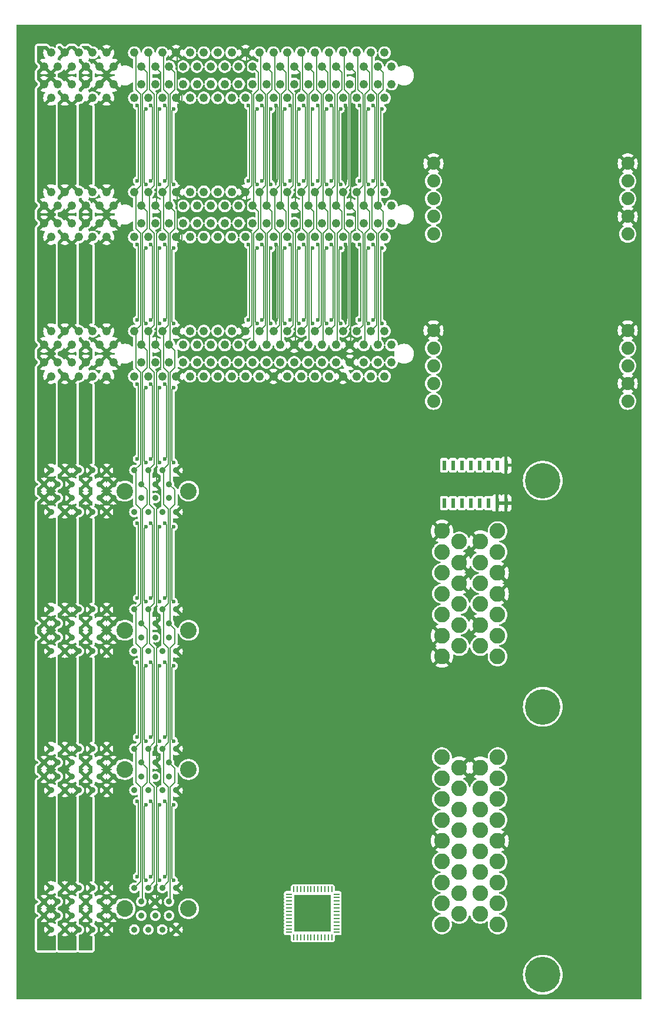
<source format=gbr>
%TF.GenerationSoftware,KiCad,Pcbnew,(7.0.0)*%
%TF.CreationDate,2023-03-21T21:59:12-07:00*%
%TF.ProjectId,backplane-concept,6261636b-706c-4616-9e65-2d636f6e6365,rev?*%
%TF.SameCoordinates,Original*%
%TF.FileFunction,Copper,L1,Top*%
%TF.FilePolarity,Positive*%
%FSLAX46Y46*%
G04 Gerber Fmt 4.6, Leading zero omitted, Abs format (unit mm)*
G04 Created by KiCad (PCBNEW (7.0.0)) date 2023-03-21 21:59:12*
%MOMM*%
%LPD*%
G01*
G04 APERTURE LIST*
G04 Aperture macros list*
%AMRoundRect*
0 Rectangle with rounded corners*
0 $1 Rounding radius*
0 $2 $3 $4 $5 $6 $7 $8 $9 X,Y pos of 4 corners*
0 Add a 4 corners polygon primitive as box body*
4,1,4,$2,$3,$4,$5,$6,$7,$8,$9,$2,$3,0*
0 Add four circle primitives for the rounded corners*
1,1,$1+$1,$2,$3*
1,1,$1+$1,$4,$5*
1,1,$1+$1,$6,$7*
1,1,$1+$1,$8,$9*
0 Add four rect primitives between the rounded corners*
20,1,$1+$1,$2,$3,$4,$5,0*
20,1,$1+$1,$4,$5,$6,$7,0*
20,1,$1+$1,$6,$7,$8,$9,0*
20,1,$1+$1,$8,$9,$2,$3,0*%
G04 Aperture macros list end*
%TA.AperFunction,ComponentPad*%
%ADD10C,2.387600*%
%TD*%
%TA.AperFunction,ComponentPad*%
%ADD11C,0.914400*%
%TD*%
%TA.AperFunction,ComponentPad*%
%ADD12C,1.219200*%
%TD*%
%TA.AperFunction,SMDPad,CuDef*%
%ADD13RoundRect,0.062500X-0.337500X-0.062500X0.337500X-0.062500X0.337500X0.062500X-0.337500X0.062500X0*%
%TD*%
%TA.AperFunction,SMDPad,CuDef*%
%ADD14RoundRect,0.062500X-0.062500X-0.337500X0.062500X-0.337500X0.062500X0.337500X-0.062500X0.337500X0*%
%TD*%
%TA.AperFunction,SMDPad,CuDef*%
%ADD15R,5.300000X5.300000*%
%TD*%
%TA.AperFunction,SMDPad,CuDef*%
%ADD16R,0.558800X1.460500*%
%TD*%
%TA.AperFunction,ComponentPad*%
%ADD17C,1.879600*%
%TD*%
%TA.AperFunction,ComponentPad*%
%ADD18C,2.250000*%
%TD*%
%TA.AperFunction,ComponentPad*%
%ADD19C,5.100000*%
%TD*%
%TA.AperFunction,ViaPad*%
%ADD20C,0.600000*%
%TD*%
%TA.AperFunction,Conductor*%
%ADD21C,0.150000*%
%TD*%
G04 APERTURE END LIST*
D10*
%TO.P,J8,37*%
%TO.N,N/C*%
X71650000Y-161000001D03*
%TO.P,J8,38*%
X80800000Y-161000001D03*
D11*
%TO.P,J8,A1,+5V*%
%TO.N,+5V*%
X60000000Y-160000000D03*
%TO.P,J8,A2,+5V*%
X60999999Y-158000001D03*
%TO.P,J8,A3,+5V*%
X61999999Y-160000000D03*
%TO.P,J8,A4,+3V3*%
%TO.N,+3V3*%
X63000001Y-158000001D03*
%TO.P,J8,A5,+3V3*%
X64000000Y-160000000D03*
%TO.P,J8,A6,+3V3*%
X64999999Y-158000001D03*
%TO.P,J8,A7,VBATT*%
%TO.N,+8V*%
X66000001Y-160000000D03*
%TO.P,J8,A8,VBATT*%
X67000000Y-158000001D03*
%TO.P,J8,A9,GND*%
%TO.N,GND*%
X67999999Y-160000000D03*
%TO.P,J8,A10,GND*%
X68999999Y-158000001D03*
%TO.P,J8,A11,GND*%
X70000000Y-160000000D03*
%TO.P,J8,A12,DAQ_TX0_ECVT_RX0*%
%TO.N,DAQ_TX0_ECVT_RX0*%
X73000000Y-158000001D03*
%TO.P,J8,A13,DAQ_RX0_ECVT_TX0*%
%TO.N,DAQ_RX0_ECVT_TX0*%
X73999999Y-160000000D03*
%TO.P,J8,A14,DAQ_TX1_DATA*%
%TO.N,DAQ_TX1_DATA*%
X75000001Y-158000001D03*
%TO.P,J8,A15,GND*%
%TO.N,GND*%
X76000000Y-160000000D03*
%TO.P,J8,A16,I2C1_DAQ_SDA*%
%TO.N,I2C1_DAQ_SDA*%
X76999999Y-158000001D03*
%TO.P,J8,A17,I2C1_DAQ_SCL*%
%TO.N,I2C1_DAQ_SCL*%
X78000001Y-160000000D03*
%TO.P,J8,A18,GND*%
%TO.N,GND*%
X79000001Y-158000001D03*
%TO.P,J8,B1,+5V*%
%TO.N,+5V*%
X59999999Y-162000001D03*
%TO.P,J8,B2,+5V*%
X61000000Y-164000002D03*
%TO.P,J8,B3,+5V*%
X62000001Y-162000001D03*
%TO.P,J8,B4,+3V3*%
%TO.N,+3V3*%
X62999999Y-164000002D03*
%TO.P,J8,B5,+3V3*%
X63999999Y-162000001D03*
%TO.P,J8,B6,+3V3*%
X65000000Y-164000002D03*
%TO.P,J8,B7,VBATT*%
%TO.N,+8V*%
X66000000Y-162000001D03*
%TO.P,J8,B8,VBATT*%
X67000001Y-164000002D03*
%TO.P,J8,B9,GND*%
%TO.N,GND*%
X67999999Y-162000001D03*
%TO.P,J8,B10,GND*%
X68999999Y-164000002D03*
%TO.P,J8,B11,GND*%
X70000000Y-162000001D03*
%TO.P,J8,B12,CAN_H*%
%TO.N,CAN_H*%
X73000000Y-164000002D03*
%TO.P,J8,B13,CAN_L*%
%TO.N,CAN_L*%
X74000001Y-162000001D03*
%TO.P,J8,B14,I2C0_DAQ_SDA*%
%TO.N,I2C0_DAQ_SDA*%
X74999999Y-164000002D03*
%TO.P,J8,B15,I2C0_DAQ_SCL*%
%TO.N,I2C0_DAQ_SCL*%
X75999999Y-162000001D03*
%TO.P,J8,B16,I2C0_ECVT_SDA*%
%TO.N,I2C0_ECVT_SDA*%
X77000000Y-164000002D03*
%TO.P,J8,B17,I2C0_ECVT_SCL*%
%TO.N,I2C0_ECVT_SCL*%
X78000000Y-162000001D03*
%TO.P,J8,B18,GND*%
%TO.N,GND*%
X79000001Y-164000002D03*
%TD*%
D12*
%TO.P,J4,A1,+5V*%
%TO.N,+5V*%
X60000000Y-40000000D03*
%TO.P,J4,A2,+5V*%
X61000001Y-38000000D03*
%TO.P,J4,A3,+5V*%
X62000001Y-40000000D03*
%TO.P,J4,A4,+3V3*%
%TO.N,+3V3*%
X62999999Y-38000000D03*
%TO.P,J4,A5,+3V3*%
X64000000Y-40000000D03*
%TO.P,J4,A6,+3V3*%
X65000000Y-38000000D03*
%TO.P,J4,A7,VBATT*%
%TO.N,+8V*%
X66000001Y-40000000D03*
%TO.P,J4,A8,VBATT*%
X67000001Y-38000000D03*
%TO.P,J4,A9,GND*%
%TO.N,GND*%
X67999999Y-40000000D03*
%TO.P,J4,A10,GND*%
X69000000Y-38000000D03*
%TO.P,J4,A11,GND*%
X70000000Y-40000000D03*
%TO.P,J4,A12,DAQ_TX0_ECVT_RX0*%
%TO.N,DAQ_TX0_ECVT_RX0*%
X73000001Y-38000000D03*
%TO.P,J4,A13,DAQ_RX0_ECVT_TX0*%
%TO.N,DAQ_RX0_ECVT_TX0*%
X74000001Y-40000000D03*
%TO.P,J4,A14,DAQ_TX1_DATA*%
%TO.N,DAQ_TX1_DATA*%
X74999999Y-38000000D03*
%TO.P,J4,A15,GND*%
%TO.N,GND*%
X76000000Y-40000000D03*
%TO.P,J4,A16,I2C1_DAQ_SDA*%
%TO.N,I2C1_DAQ_SDA*%
X77000000Y-38000000D03*
%TO.P,J4,A17,I2C1_DAQ_SCL*%
%TO.N,I2C1_DAQ_SCL*%
X78000001Y-40000000D03*
%TO.P,J4,A18,GND*%
%TO.N,GND*%
X78999999Y-38000000D03*
%TO.P,J4,A19*%
%TO.N,unconnected-(J4-PadA19)*%
X80000000Y-40000000D03*
%TO.P,J4,A20*%
%TO.N,unconnected-(J4-PadA20)*%
X81000000Y-38000000D03*
%TO.P,J4,A21*%
%TO.N,unconnected-(J4-PadA21)*%
X82000001Y-40000000D03*
%TO.P,J4,A22*%
%TO.N,unconnected-(J4-PadA22)*%
X83000001Y-38000000D03*
%TO.P,J4,A23*%
%TO.N,unconnected-(J4-PadA23)*%
X83999999Y-40000000D03*
%TO.P,J4,A24*%
%TO.N,unconnected-(J4-PadA24)*%
X85000000Y-38000000D03*
%TO.P,J4,A25*%
%TO.N,unconnected-(J4-PadA25)*%
X86000000Y-40000000D03*
%TO.P,J4,A26*%
%TO.N,unconnected-(J4-PadA26)*%
X87000001Y-38000000D03*
%TO.P,J4,A27*%
%TO.N,unconnected-(J4-PadA27)*%
X88000001Y-40000000D03*
%TO.P,J4,A28,GND*%
%TO.N,GND*%
X88999999Y-38000000D03*
%TO.P,J4,A29,ENCA_P*%
%TO.N,ENCA_P*%
X90000000Y-40000000D03*
%TO.P,J4,A30,~ENCA_P*%
%TO.N,~ENCA_P*%
X91000000Y-38000000D03*
%TO.P,J4,A31,ENCB_P*%
%TO.N,ENCB_P*%
X92000001Y-40000000D03*
%TO.P,J4,A32,~ENCB_P*%
%TO.N,~ENCB_P*%
X93000002Y-38000000D03*
%TO.P,J4,A33,ENCI_P*%
%TO.N,ENCI_P*%
X94000000Y-40000000D03*
%TO.P,J4,A34,~ENCI_P*%
%TO.N,~ENCI_P*%
X95000000Y-38000000D03*
%TO.P,J4,A35,GND*%
%TO.N,GND*%
X96000001Y-40000000D03*
%TO.P,J4,A36,ENCA_S*%
%TO.N,ENCA_S*%
X97000001Y-38000000D03*
%TO.P,J4,A37,~ENCA_S*%
%TO.N,~ENCA_S*%
X97999999Y-40000000D03*
%TO.P,J4,A38,ENCB_S*%
%TO.N,ENCB_S*%
X99000000Y-38000000D03*
%TO.P,J4,A39,~ENCB_S*%
%TO.N,~ENCB_S*%
X100000000Y-40000000D03*
%TO.P,J4,A40,ENCI_S*%
%TO.N,ENCI_S*%
X101000001Y-38000000D03*
%TO.P,J4,A41,~ENCI_S*%
%TO.N,~ENCI_S*%
X102000001Y-40000000D03*
%TO.P,J4,A42,SPARK*%
%TO.N,SPARK*%
X102999999Y-38000000D03*
%TO.P,J4,A43,GND*%
%TO.N,GND*%
X104000000Y-40000000D03*
%TO.P,J4,A44,THERM_P*%
%TO.N,THERM_P*%
X105000000Y-38000000D03*
%TO.P,J4,A45,THERM_S*%
%TO.N,THERM_S*%
X106000001Y-40000000D03*
%TO.P,J4,A46,THERM_A1_CASE*%
%TO.N,THERM_A1_CASE*%
X107000001Y-38000000D03*
%TO.P,J4,A47,THERM_A2_CASE*%
%TO.N,THERM_A2_CASE*%
X107999999Y-40000000D03*
%TO.P,J4,A48,THERM_A3*%
%TO.N,THERM_A3*%
X109000000Y-38000000D03*
%TO.P,J4,A49,THERM_A4*%
%TO.N,THERM_A4*%
X110000001Y-40000000D03*
%TO.P,J4,B1,+5V*%
%TO.N,+5V*%
X60000000Y-42500000D03*
%TO.P,J4,B2,+5V*%
X61000001Y-44500000D03*
%TO.P,J4,B3,+5V*%
X62000001Y-42500000D03*
%TO.P,J4,B4,+3V3*%
%TO.N,+3V3*%
X62999999Y-44500000D03*
%TO.P,J4,B5,+3V3*%
X64000000Y-42500000D03*
%TO.P,J4,B6,+3V3*%
X65000000Y-44500000D03*
%TO.P,J4,B7,VBATT*%
%TO.N,+8V*%
X66000001Y-42500000D03*
%TO.P,J4,B8,VBATT*%
X67000001Y-44500000D03*
%TO.P,J4,B9,GND*%
%TO.N,GND*%
X67999999Y-42500000D03*
%TO.P,J4,B10,GND*%
X69000000Y-44500000D03*
%TO.P,J4,B11,GND*%
X70000000Y-42500000D03*
%TO.P,J4,B12,CAN_H*%
%TO.N,CAN_H*%
X73000001Y-44500000D03*
%TO.P,J4,B13,CAN_L*%
%TO.N,CAN_L*%
X74000001Y-42500000D03*
%TO.P,J4,B14,I2C0_DAQ_SDA*%
%TO.N,I2C0_DAQ_SDA*%
X74999999Y-44500000D03*
%TO.P,J4,B15,I2C0_DAQ_SCL*%
%TO.N,I2C0_DAQ_SCL*%
X76000000Y-42500000D03*
%TO.P,J4,B16,I2C0_ECVT_SDA*%
%TO.N,I2C0_ECVT_SDA*%
X77000000Y-44500000D03*
%TO.P,J4,B17,I2C0_ECVT_SCL*%
%TO.N,I2C0_ECVT_SCL*%
X78000001Y-42500000D03*
%TO.P,J4,B18,GND*%
%TO.N,GND*%
X78999999Y-44500000D03*
%TO.P,J4,B19*%
%TO.N,unconnected-(J4-PadB19)*%
X80000000Y-42500000D03*
%TO.P,J4,B20*%
%TO.N,unconnected-(J4-PadB20)*%
X81000000Y-44500000D03*
%TO.P,J4,B21*%
%TO.N,unconnected-(J4-PadB21)*%
X82000001Y-42500000D03*
%TO.P,J4,B22*%
%TO.N,unconnected-(J4-PadB22)*%
X83000001Y-44500000D03*
%TO.P,J4,B23*%
%TO.N,unconnected-(J4-PadB23)*%
X83999999Y-42500000D03*
%TO.P,J4,B24*%
%TO.N,unconnected-(J4-PadB24)*%
X85000000Y-44500000D03*
%TO.P,J4,B25*%
%TO.N,unconnected-(J4-PadB25)*%
X86000000Y-42500000D03*
%TO.P,J4,B26*%
%TO.N,unconnected-(J4-PadB26)*%
X87000001Y-44500000D03*
%TO.P,J4,B27*%
%TO.N,unconnected-(J4-PadB27)*%
X88000001Y-42500000D03*
%TO.P,J4,B28,LOADC_CLK_P*%
%TO.N,LOADC_CLK_P*%
X88999999Y-44500000D03*
%TO.P,J4,B29,LOADC_DAT_P*%
%TO.N,LOADC_DAT_P*%
X90000000Y-42500000D03*
%TO.P,J4,B30,LOADC_CLK_S*%
%TO.N,LOADC_CLK_P*%
X91000000Y-44500000D03*
%TO.P,J4,B31,LOADC_DAT_S*%
%TO.N,LOADC_DAT_S*%
X92000001Y-42500000D03*
%TO.P,J4,B32,GND*%
%TO.N,GND*%
X93000002Y-44500000D03*
%TO.P,J4,B33,HALL_ENG1*%
%TO.N,HALL_ENG1*%
X94000000Y-42500000D03*
%TO.P,J4,B34,HALL_RW*%
%TO.N,HALL_RW*%
X95000000Y-44500000D03*
%TO.P,J4,B35,PWM_P*%
%TO.N,PWM_P*%
X96000001Y-42500000D03*
%TO.P,J4,B36,DIR_P*%
%TO.N,DIR_P*%
X97000001Y-44500000D03*
%TO.P,J4,B37,PWM_S*%
%TO.N,PWM_S*%
X97999999Y-42500000D03*
%TO.P,J4,B38,DIR_S*%
%TO.N,DIR_S*%
X99000000Y-44500000D03*
%TO.P,J4,B39,I2C1_ECVT_EXT_SDA*%
%TO.N,I2C1_ECVT_EXT_SDA*%
X100000000Y-42500000D03*
%TO.P,J4,B40,I2C1_ECVT_EXT_SCL*%
%TO.N,I2C1_ECVT_EXT_SCL*%
X101000001Y-44500000D03*
%TO.P,J4,B41,HALL_ENG2*%
%TO.N,HALL_ENG2*%
X102000001Y-42500000D03*
%TO.P,J4,B42,GND*%
%TO.N,GND*%
X102999999Y-44500000D03*
%TO.P,J4,B43,GND*%
X104000000Y-42500000D03*
%TO.P,J4,B44,BP_FRONT*%
%TO.N,BP_FRONT*%
X105000000Y-44500000D03*
%TO.P,J4,B45,BP_REAR*%
%TO.N,BP_REAR*%
X106000001Y-42500000D03*
%TO.P,J4,B46,RPOT1*%
%TO.N,RPOT1*%
X107000001Y-44500000D03*
%TO.P,J4,B47,RPOT2*%
%TO.N,RPOT2*%
X107999999Y-42500000D03*
%TO.P,J4,B48*%
%TO.N,Net-(J2-PadB48)*%
X109000000Y-44500000D03*
%TO.P,J4,B49*%
%TO.N,Net-(J2-PadB49)*%
X110000001Y-42500000D03*
%TD*%
D10*
%TO.P,J7,37*%
%TO.N,N/C*%
X71650000Y-141000001D03*
%TO.P,J7,38*%
X80800000Y-141000001D03*
D11*
%TO.P,J7,A1,+5V*%
%TO.N,+5V*%
X60000000Y-140000000D03*
%TO.P,J7,A2,+5V*%
X60999999Y-138000001D03*
%TO.P,J7,A3,+5V*%
X61999999Y-140000000D03*
%TO.P,J7,A4,+3V3*%
%TO.N,+3V3*%
X63000001Y-138000001D03*
%TO.P,J7,A5,+3V3*%
X64000000Y-140000000D03*
%TO.P,J7,A6,+3V3*%
X64999999Y-138000001D03*
%TO.P,J7,A7,VBATT*%
%TO.N,+8V*%
X66000001Y-140000000D03*
%TO.P,J7,A8,VBATT*%
X67000000Y-138000001D03*
%TO.P,J7,A9,GND*%
%TO.N,GND*%
X67999999Y-140000000D03*
%TO.P,J7,A10,GND*%
X68999999Y-138000001D03*
%TO.P,J7,A11,GND*%
X70000000Y-140000000D03*
%TO.P,J7,A12,DAQ_TX0_ECVT_RX0*%
%TO.N,DAQ_TX0_ECVT_RX0*%
X73000000Y-138000001D03*
%TO.P,J7,A13,DAQ_RX0_ECVT_TX0*%
%TO.N,DAQ_RX0_ECVT_TX0*%
X73999999Y-140000000D03*
%TO.P,J7,A14,DAQ_TX1_DATA*%
%TO.N,DAQ_TX1_DATA*%
X75000001Y-138000001D03*
%TO.P,J7,A15,GND*%
%TO.N,GND*%
X76000000Y-140000000D03*
%TO.P,J7,A16,I2C1_DAQ_SDA*%
%TO.N,I2C1_DAQ_SDA*%
X76999999Y-138000001D03*
%TO.P,J7,A17,I2C1_DAQ_SCL*%
%TO.N,I2C1_DAQ_SCL*%
X78000001Y-140000000D03*
%TO.P,J7,A18,GND*%
%TO.N,GND*%
X79000001Y-138000001D03*
%TO.P,J7,B1,+5V*%
%TO.N,+5V*%
X59999999Y-142000001D03*
%TO.P,J7,B2,+5V*%
X61000000Y-144000002D03*
%TO.P,J7,B3,+5V*%
X62000001Y-142000001D03*
%TO.P,J7,B4,+3V3*%
%TO.N,+3V3*%
X62999999Y-144000002D03*
%TO.P,J7,B5,+3V3*%
X63999999Y-142000001D03*
%TO.P,J7,B6,+3V3*%
X65000000Y-144000002D03*
%TO.P,J7,B7,VBATT*%
%TO.N,+8V*%
X66000000Y-142000001D03*
%TO.P,J7,B8,VBATT*%
X67000001Y-144000002D03*
%TO.P,J7,B9,GND*%
%TO.N,GND*%
X67999999Y-142000001D03*
%TO.P,J7,B10,GND*%
X68999999Y-144000002D03*
%TO.P,J7,B11,GND*%
X70000000Y-142000001D03*
%TO.P,J7,B12,CAN_H*%
%TO.N,CAN_H*%
X73000000Y-144000002D03*
%TO.P,J7,B13,CAN_L*%
%TO.N,CAN_L*%
X74000001Y-142000001D03*
%TO.P,J7,B14,I2C0_DAQ_SDA*%
%TO.N,I2C0_DAQ_SDA*%
X74999999Y-144000002D03*
%TO.P,J7,B15,I2C0_DAQ_SCL*%
%TO.N,I2C0_DAQ_SCL*%
X75999999Y-142000001D03*
%TO.P,J7,B16,I2C0_ECVT_SDA*%
%TO.N,I2C0_ECVT_SDA*%
X77000000Y-144000002D03*
%TO.P,J7,B17,I2C0_ECVT_SCL*%
%TO.N,I2C0_ECVT_SCL*%
X78000000Y-142000001D03*
%TO.P,J7,B18,GND*%
%TO.N,GND*%
X79000001Y-144000002D03*
%TD*%
D13*
%TO.P,U5,1,VDDA*%
%TO.N,Net-(U5-VDDA-Pad1)*%
X95210000Y-158910000D03*
%TO.P,U5,2,LNA_IN*%
%TO.N,unconnected-(U5-LNA_IN-Pad2)*%
X95210000Y-159410000D03*
%TO.P,U5,3,VDDA3P3*%
%TO.N,Net-(U5-VDDA3P3-Pad3)*%
X95210000Y-159910000D03*
%TO.P,U5,4,VDDA3P3*%
X95210000Y-160410000D03*
%TO.P,U5,5,SENSOR_VP*%
%TO.N,unconnected-(U5-SENSOR_VP-Pad5)*%
X95210000Y-160910000D03*
%TO.P,U5,6,SENSOR_CAPP*%
%TO.N,unconnected-(U5-SENSOR_CAPP-Pad6)*%
X95210000Y-161410000D03*
%TO.P,U5,7,SENSOR_CAPN*%
%TO.N,unconnected-(U5-SENSOR_CAPN-Pad7)*%
X95210000Y-161910000D03*
%TO.P,U5,8,SENSOR_VN*%
%TO.N,unconnected-(U5-SENSOR_VN-Pad8)*%
X95210000Y-162410000D03*
%TO.P,U5,9,EN*%
%TO.N,unconnected-(U5-EN-Pad9)*%
X95210000Y-162910000D03*
%TO.P,U5,10,IO34*%
%TO.N,unconnected-(U5-IO34-Pad10)*%
X95210000Y-163410000D03*
%TO.P,U5,11,IO35*%
%TO.N,unconnected-(U5-IO35-Pad11)*%
X95210000Y-163910000D03*
%TO.P,U5,12,IO32*%
%TO.N,unconnected-(U5-IO32-Pad12)*%
X95210000Y-164410000D03*
D14*
%TO.P,U5,13,IO33*%
%TO.N,unconnected-(U5-IO33-Pad13)*%
X95910000Y-165110000D03*
%TO.P,U5,14,IO25*%
%TO.N,unconnected-(U5-IO25-Pad14)*%
X96410000Y-165110000D03*
%TO.P,U5,15,IO26*%
%TO.N,unconnected-(U5-IO26-Pad15)*%
X96910000Y-165110000D03*
%TO.P,U5,16,IO27*%
%TO.N,unconnected-(U5-IO27-Pad16)*%
X97410000Y-165110000D03*
%TO.P,U5,17,IO14*%
%TO.N,unconnected-(U5-IO14-Pad17)*%
X97910000Y-165110000D03*
%TO.P,U5,18,IO12*%
%TO.N,unconnected-(U5-IO12-Pad18)*%
X98410000Y-165110000D03*
%TO.P,U5,19,VDD3P3_RTC*%
%TO.N,unconnected-(U5-VDD3P3_RTC-Pad19)*%
X98910000Y-165110000D03*
%TO.P,U5,20,IO13*%
%TO.N,unconnected-(U5-IO13-Pad20)*%
X99410000Y-165110000D03*
%TO.P,U5,21,IO15*%
%TO.N,unconnected-(U5-IO15-Pad21)*%
X99910000Y-165110000D03*
%TO.P,U5,22,IO2*%
%TO.N,unconnected-(U5-IO2-Pad22)*%
X100410000Y-165110000D03*
%TO.P,U5,23,IO0*%
%TO.N,unconnected-(U5-IO0-Pad23)*%
X100910000Y-165110000D03*
%TO.P,U5,24,IO4*%
%TO.N,unconnected-(U5-IO4-Pad24)*%
X101410000Y-165110000D03*
D13*
%TO.P,U5,25,IO16*%
%TO.N,unconnected-(U5-IO16-Pad25)*%
X102110000Y-164410000D03*
%TO.P,U5,26,VDD_SDIO*%
%TO.N,unconnected-(U5-VDD_SDIO-Pad26)*%
X102110000Y-163910000D03*
%TO.P,U5,27,IO17*%
%TO.N,unconnected-(U5-IO17-Pad27)*%
X102110000Y-163410000D03*
%TO.P,U5,28,SD2/IO9*%
%TO.N,unconnected-(U5-SD2{slash}IO9-Pad28)*%
X102110000Y-162910000D03*
%TO.P,U5,29,SD3/IO10*%
%TO.N,unconnected-(U5-SD3{slash}IO10-Pad29)*%
X102110000Y-162410000D03*
%TO.P,U5,30,CMD*%
%TO.N,unconnected-(U5-CMD-Pad30)*%
X102110000Y-161910000D03*
%TO.P,U5,31,CLK*%
%TO.N,unconnected-(U5-CLK-Pad31)*%
X102110000Y-161410000D03*
%TO.P,U5,32,SD0*%
%TO.N,unconnected-(U5-SD0-Pad32)*%
X102110000Y-160910000D03*
%TO.P,U5,33,SD1*%
%TO.N,unconnected-(U5-SD1-Pad33)*%
X102110000Y-160410000D03*
%TO.P,U5,34,IO5*%
%TO.N,unconnected-(U5-IO5-Pad34)*%
X102110000Y-159910000D03*
%TO.P,U5,35,IO18*%
%TO.N,unconnected-(U5-IO18-Pad35)*%
X102110000Y-159410000D03*
%TO.P,U5,36,IO23*%
%TO.N,unconnected-(U5-IO23-Pad36)*%
X102110000Y-158910000D03*
D14*
%TO.P,U5,37,VDD3P3_CPU*%
%TO.N,unconnected-(U5-VDD3P3_CPU-Pad37)*%
X101410000Y-158210000D03*
%TO.P,U5,38,IO19*%
%TO.N,unconnected-(U5-IO19-Pad38)*%
X100910000Y-158210000D03*
%TO.P,U5,39,IO22*%
%TO.N,unconnected-(U5-IO22-Pad39)*%
X100410000Y-158210000D03*
%TO.P,U5,40,U0RXD/IO3*%
%TO.N,unconnected-(U5-U0RXD{slash}IO3-Pad40)*%
X99910000Y-158210000D03*
%TO.P,U5,41,U0TXD/IO1*%
%TO.N,unconnected-(U5-U0TXD{slash}IO1-Pad41)*%
X99410000Y-158210000D03*
%TO.P,U5,42,IO21*%
%TO.N,unconnected-(U5-IO21-Pad42)*%
X98910000Y-158210000D03*
%TO.P,U5,43,VDDA*%
%TO.N,Net-(U5-VDDA-Pad1)*%
X98410000Y-158210000D03*
%TO.P,U5,44,XTAL_N_NC*%
%TO.N,unconnected-(U5-XTAL_N_NC-Pad44)*%
X97910000Y-158210000D03*
%TO.P,U5,45,XTAL_P_NC*%
%TO.N,unconnected-(U5-XTAL_P_NC-Pad45)*%
X97410000Y-158210000D03*
%TO.P,U5,46,VDDA*%
%TO.N,Net-(U5-VDDA-Pad1)*%
X96910000Y-158210000D03*
%TO.P,U5,47,CAP2_NC*%
%TO.N,unconnected-(U5-CAP2_NC-Pad47)*%
X96410000Y-158210000D03*
%TO.P,U5,48,CAP1_NC*%
%TO.N,unconnected-(U5-CAP1_NC-Pad48)*%
X95910000Y-158210000D03*
D15*
%TO.P,U5,49,GND*%
%TO.N,unconnected-(U5-GND-Pad49)*%
X98659999Y-161659999D03*
%TD*%
D12*
%TO.P,J3,A1,+5V*%
%TO.N,+5V*%
X60000000Y-60000000D03*
%TO.P,J3,A2,+5V*%
X61000001Y-58000000D03*
%TO.P,J3,A3,+5V*%
X62000001Y-60000000D03*
%TO.P,J3,A4,+3V3*%
%TO.N,+3V3*%
X62999999Y-58000000D03*
%TO.P,J3,A5,+3V3*%
X64000000Y-60000000D03*
%TO.P,J3,A6,+3V3*%
X65000000Y-58000000D03*
%TO.P,J3,A7,VBATT*%
%TO.N,+8V*%
X66000001Y-60000000D03*
%TO.P,J3,A8,VBATT*%
X67000001Y-58000000D03*
%TO.P,J3,A9,GND*%
%TO.N,GND*%
X67999999Y-60000000D03*
%TO.P,J3,A10,GND*%
X69000000Y-58000000D03*
%TO.P,J3,A11,GND*%
X70000000Y-60000000D03*
%TO.P,J3,A12,DAQ_TX0_ECVT_RX0*%
%TO.N,DAQ_TX0_ECVT_RX0*%
X73000001Y-58000000D03*
%TO.P,J3,A13,DAQ_RX0_ECVT_TX0*%
%TO.N,DAQ_RX0_ECVT_TX0*%
X74000001Y-60000000D03*
%TO.P,J3,A14,DAQ_TX1_DATA*%
%TO.N,DAQ_TX1_DATA*%
X74999999Y-58000000D03*
%TO.P,J3,A15,GND*%
%TO.N,GND*%
X76000000Y-60000000D03*
%TO.P,J3,A16,I2C1_DAQ_SDA*%
%TO.N,I2C1_DAQ_SDA*%
X77000000Y-58000000D03*
%TO.P,J3,A17,I2C1_DAQ_SCL*%
%TO.N,I2C1_DAQ_SCL*%
X78000001Y-60000000D03*
%TO.P,J3,A18,GND*%
%TO.N,GND*%
X78999999Y-58000000D03*
%TO.P,J3,A19*%
%TO.N,unconnected-(J3-PadA19)*%
X80000000Y-60000000D03*
%TO.P,J3,A20*%
%TO.N,unconnected-(J3-PadA20)*%
X81000000Y-58000000D03*
%TO.P,J3,A21*%
%TO.N,unconnected-(J3-PadA21)*%
X82000001Y-60000000D03*
%TO.P,J3,A22*%
%TO.N,unconnected-(J3-PadA22)*%
X83000001Y-58000000D03*
%TO.P,J3,A23*%
%TO.N,unconnected-(J3-PadA23)*%
X83999999Y-60000000D03*
%TO.P,J3,A24*%
%TO.N,unconnected-(J3-PadA24)*%
X85000000Y-58000000D03*
%TO.P,J3,A25*%
%TO.N,unconnected-(J3-PadA25)*%
X86000000Y-60000000D03*
%TO.P,J3,A26*%
%TO.N,unconnected-(J3-PadA26)*%
X87000001Y-58000000D03*
%TO.P,J3,A27*%
%TO.N,unconnected-(J3-PadA27)*%
X88000001Y-60000000D03*
%TO.P,J3,A28,GND*%
%TO.N,GND*%
X88999999Y-58000000D03*
%TO.P,J3,A29,ENCA_P*%
%TO.N,ENCA_P*%
X90000000Y-60000000D03*
%TO.P,J3,A30,~ENCA_P*%
%TO.N,~ENCA_P*%
X91000000Y-58000000D03*
%TO.P,J3,A31,ENCB_P*%
%TO.N,ENCB_P*%
X92000001Y-60000000D03*
%TO.P,J3,A32,~ENCB_P*%
%TO.N,~ENCB_P*%
X93000002Y-58000000D03*
%TO.P,J3,A33,ENCI_P*%
%TO.N,ENCI_P*%
X94000000Y-60000000D03*
%TO.P,J3,A34,~ENCI_P*%
%TO.N,~ENCI_P*%
X95000000Y-58000000D03*
%TO.P,J3,A35,GND*%
%TO.N,GND*%
X96000001Y-60000000D03*
%TO.P,J3,A36,ENCA_S*%
%TO.N,ENCA_S*%
X97000001Y-58000000D03*
%TO.P,J3,A37,~ENCA_S*%
%TO.N,~ENCA_S*%
X97999999Y-60000000D03*
%TO.P,J3,A38,ENCB_S*%
%TO.N,ENCB_S*%
X99000000Y-58000000D03*
%TO.P,J3,A39,~ENCB_S*%
%TO.N,~ENCB_S*%
X100000000Y-60000000D03*
%TO.P,J3,A40,ENCI_S*%
%TO.N,ENCI_S*%
X101000001Y-58000000D03*
%TO.P,J3,A41,~ENCI_S*%
%TO.N,~ENCI_S*%
X102000001Y-60000000D03*
%TO.P,J3,A42,SPARK*%
%TO.N,SPARK*%
X102999999Y-58000000D03*
%TO.P,J3,A43,GND*%
%TO.N,GND*%
X104000000Y-60000000D03*
%TO.P,J3,A44,THERM_P*%
%TO.N,THERM_P*%
X105000000Y-58000000D03*
%TO.P,J3,A45,THERM_S*%
%TO.N,THERM_S*%
X106000001Y-60000000D03*
%TO.P,J3,A46,THERM_A1_CASE*%
%TO.N,THERM_A1_CASE*%
X107000001Y-58000000D03*
%TO.P,J3,A47,THERM_A2_CASE*%
%TO.N,THERM_A2_CASE*%
X107999999Y-60000000D03*
%TO.P,J3,A48,THERM_A3*%
%TO.N,THERM_A3*%
X109000000Y-58000000D03*
%TO.P,J3,A49,THERM_A4*%
%TO.N,THERM_A4*%
X110000001Y-60000000D03*
%TO.P,J3,B1,+5V*%
%TO.N,+5V*%
X60000000Y-62500000D03*
%TO.P,J3,B2,+5V*%
X61000001Y-64500000D03*
%TO.P,J3,B3,+5V*%
X62000001Y-62500000D03*
%TO.P,J3,B4,+3V3*%
%TO.N,+3V3*%
X62999999Y-64500000D03*
%TO.P,J3,B5,+3V3*%
X64000000Y-62500000D03*
%TO.P,J3,B6,+3V3*%
X65000000Y-64500000D03*
%TO.P,J3,B7,VBATT*%
%TO.N,+8V*%
X66000001Y-62500000D03*
%TO.P,J3,B8,VBATT*%
X67000001Y-64500000D03*
%TO.P,J3,B9,GND*%
%TO.N,GND*%
X67999999Y-62500000D03*
%TO.P,J3,B10,GND*%
X69000000Y-64500000D03*
%TO.P,J3,B11,GND*%
X70000000Y-62500000D03*
%TO.P,J3,B12,CAN_H*%
%TO.N,CAN_H*%
X73000001Y-64500000D03*
%TO.P,J3,B13,CAN_L*%
%TO.N,CAN_L*%
X74000001Y-62500000D03*
%TO.P,J3,B14,I2C0_DAQ_SDA*%
%TO.N,I2C0_DAQ_SDA*%
X74999999Y-64500000D03*
%TO.P,J3,B15,I2C0_DAQ_SCL*%
%TO.N,I2C0_DAQ_SCL*%
X76000000Y-62500000D03*
%TO.P,J3,B16,I2C0_ECVT_SDA*%
%TO.N,I2C0_ECVT_SDA*%
X77000000Y-64500000D03*
%TO.P,J3,B17,I2C0_ECVT_SCL*%
%TO.N,I2C0_ECVT_SCL*%
X78000001Y-62500000D03*
%TO.P,J3,B18,GND*%
%TO.N,GND*%
X78999999Y-64500000D03*
%TO.P,J3,B19*%
%TO.N,unconnected-(J3-PadB19)*%
X80000000Y-62500000D03*
%TO.P,J3,B20*%
%TO.N,unconnected-(J3-PadB20)*%
X81000000Y-64500000D03*
%TO.P,J3,B21*%
%TO.N,unconnected-(J3-PadB21)*%
X82000001Y-62500000D03*
%TO.P,J3,B22*%
%TO.N,unconnected-(J3-PadB22)*%
X83000001Y-64500000D03*
%TO.P,J3,B23*%
%TO.N,unconnected-(J3-PadB23)*%
X83999999Y-62500000D03*
%TO.P,J3,B24*%
%TO.N,unconnected-(J3-PadB24)*%
X85000000Y-64500000D03*
%TO.P,J3,B25*%
%TO.N,unconnected-(J3-PadB25)*%
X86000000Y-62500000D03*
%TO.P,J3,B26*%
%TO.N,unconnected-(J3-PadB26)*%
X87000001Y-64500000D03*
%TO.P,J3,B27*%
%TO.N,unconnected-(J3-PadB27)*%
X88000001Y-62500000D03*
%TO.P,J3,B28,LOADC_CLK_P*%
%TO.N,LOADC_CLK_P*%
X88999999Y-64500000D03*
%TO.P,J3,B29,LOADC_DAT_P*%
%TO.N,LOADC_DAT_P*%
X90000000Y-62500000D03*
%TO.P,J3,B30,LOADC_CLK_S*%
%TO.N,LOADC_CLK_P*%
X91000000Y-64500000D03*
%TO.P,J3,B31,LOADC_DAT_S*%
%TO.N,LOADC_DAT_S*%
X92000001Y-62500000D03*
%TO.P,J3,B32,GND*%
%TO.N,GND*%
X93000002Y-64500000D03*
%TO.P,J3,B33,HALL_ENG1*%
%TO.N,HALL_ENG1*%
X94000000Y-62500000D03*
%TO.P,J3,B34,HALL_RW*%
%TO.N,HALL_RW*%
X95000000Y-64500000D03*
%TO.P,J3,B35,PWM_P*%
%TO.N,PWM_P*%
X96000001Y-62500000D03*
%TO.P,J3,B36,DIR_P*%
%TO.N,DIR_P*%
X97000001Y-64500000D03*
%TO.P,J3,B37,PWM_S*%
%TO.N,PWM_S*%
X97999999Y-62500000D03*
%TO.P,J3,B38,DIR_S*%
%TO.N,DIR_S*%
X99000000Y-64500000D03*
%TO.P,J3,B39,I2C1_ECVT_EXT_SDA*%
%TO.N,I2C1_ECVT_EXT_SDA*%
X100000000Y-62500000D03*
%TO.P,J3,B40,I2C1_ECVT_EXT_SCL*%
%TO.N,I2C1_ECVT_EXT_SCL*%
X101000001Y-64500000D03*
%TO.P,J3,B41,HALL_ENG2*%
%TO.N,HALL_ENG2*%
X102000001Y-62500000D03*
%TO.P,J3,B42,GND*%
%TO.N,GND*%
X102999999Y-64500000D03*
%TO.P,J3,B43,GND*%
X104000000Y-62500000D03*
%TO.P,J3,B44,BP_FRONT*%
%TO.N,BP_FRONT*%
X105000000Y-64500000D03*
%TO.P,J3,B45,BP_REAR*%
%TO.N,BP_REAR*%
X106000001Y-62500000D03*
%TO.P,J3,B46,RPOT1*%
%TO.N,RPOT1*%
X107000001Y-64500000D03*
%TO.P,J3,B47,RPOT2*%
%TO.N,RPOT2*%
X107999999Y-62500000D03*
%TO.P,J3,B48*%
%TO.N,Net-(J2-PadB48)*%
X109000000Y-64500000D03*
%TO.P,J3,B49*%
%TO.N,Net-(J2-PadB49)*%
X110000001Y-62500000D03*
%TD*%
%TO.P,J2,A1,+5V*%
%TO.N,+5V*%
X60000000Y-80000000D03*
%TO.P,J2,A2,+5V*%
X61000001Y-78000000D03*
%TO.P,J2,A3,+5V*%
X62000001Y-80000000D03*
%TO.P,J2,A4,+3V3*%
%TO.N,+3V3*%
X62999999Y-78000000D03*
%TO.P,J2,A5,+3V3*%
X64000000Y-80000000D03*
%TO.P,J2,A6,+3V3*%
X65000000Y-78000000D03*
%TO.P,J2,A7,VBATT*%
%TO.N,+8V*%
X66000001Y-80000000D03*
%TO.P,J2,A8,VBATT*%
X67000001Y-78000000D03*
%TO.P,J2,A9,GND*%
%TO.N,GND*%
X67999999Y-80000000D03*
%TO.P,J2,A10,GND*%
X69000000Y-78000000D03*
%TO.P,J2,A11,GND*%
X70000000Y-80000000D03*
%TO.P,J2,A12,DAQ_TX0_ECVT_RX0*%
%TO.N,DAQ_TX0_ECVT_RX0*%
X73000001Y-78000000D03*
%TO.P,J2,A13,DAQ_RX0_ECVT_TX0*%
%TO.N,DAQ_RX0_ECVT_TX0*%
X74000001Y-80000000D03*
%TO.P,J2,A14,DAQ_TX1_DATA*%
%TO.N,DAQ_TX1_DATA*%
X74999999Y-78000000D03*
%TO.P,J2,A15,GND*%
%TO.N,GND*%
X76000000Y-80000000D03*
%TO.P,J2,A16,I2C1_DAQ_SDA*%
%TO.N,I2C1_DAQ_SDA*%
X77000000Y-78000000D03*
%TO.P,J2,A17,I2C1_DAQ_SCL*%
%TO.N,I2C1_DAQ_SCL*%
X78000001Y-80000000D03*
%TO.P,J2,A18,GND*%
%TO.N,GND*%
X78999999Y-78000000D03*
%TO.P,J2,A19*%
%TO.N,unconnected-(J2-PadA19)*%
X80000000Y-80000000D03*
%TO.P,J2,A20*%
%TO.N,unconnected-(J2-PadA20)*%
X81000000Y-78000000D03*
%TO.P,J2,A21*%
%TO.N,unconnected-(J2-PadA21)*%
X82000001Y-80000000D03*
%TO.P,J2,A22*%
%TO.N,unconnected-(J2-PadA22)*%
X83000001Y-78000000D03*
%TO.P,J2,A23*%
%TO.N,unconnected-(J2-PadA23)*%
X83999999Y-80000000D03*
%TO.P,J2,A24*%
%TO.N,unconnected-(J2-PadA24)*%
X85000000Y-78000000D03*
%TO.P,J2,A25*%
%TO.N,unconnected-(J2-PadA25)*%
X86000000Y-80000000D03*
%TO.P,J2,A26*%
%TO.N,unconnected-(J2-PadA26)*%
X87000001Y-78000000D03*
%TO.P,J2,A27*%
%TO.N,unconnected-(J2-PadA27)*%
X88000001Y-80000000D03*
%TO.P,J2,A28,GND*%
%TO.N,GND*%
X88999999Y-78000000D03*
%TO.P,J2,A29,ENCA_P*%
%TO.N,ENCA_P*%
X90000000Y-80000000D03*
%TO.P,J2,A30,~ENCA_P*%
%TO.N,~ENCA_P*%
X91000000Y-78000000D03*
%TO.P,J2,A31,ENCB_P*%
%TO.N,ENCB_P*%
X92000001Y-80000000D03*
%TO.P,J2,A32,~ENCB_P*%
%TO.N,~ENCB_P*%
X93000002Y-78000000D03*
%TO.P,J2,A33,ENCI_P*%
%TO.N,ENCI_P*%
X94000000Y-80000000D03*
%TO.P,J2,A34,~ENCI_P*%
%TO.N,~ENCI_P*%
X95000000Y-78000000D03*
%TO.P,J2,A35,GND*%
%TO.N,GND*%
X96000001Y-80000000D03*
%TO.P,J2,A36,ENCA_S*%
%TO.N,ENCA_S*%
X97000001Y-78000000D03*
%TO.P,J2,A37,~ENCA_S*%
%TO.N,~ENCA_S*%
X97999999Y-80000000D03*
%TO.P,J2,A38,ENCB_S*%
%TO.N,ENCB_S*%
X99000000Y-78000000D03*
%TO.P,J2,A39,~ENCB_S*%
%TO.N,~ENCB_S*%
X100000000Y-80000000D03*
%TO.P,J2,A40,ENCI_S*%
%TO.N,ENCI_S*%
X101000001Y-78000000D03*
%TO.P,J2,A41,~ENCI_S*%
%TO.N,~ENCI_S*%
X102000001Y-80000000D03*
%TO.P,J2,A42,SPARK*%
%TO.N,SPARK*%
X102999999Y-78000000D03*
%TO.P,J2,A43,GND*%
%TO.N,GND*%
X104000000Y-80000000D03*
%TO.P,J2,A44,THERM_P*%
%TO.N,THERM_P*%
X105000000Y-78000000D03*
%TO.P,J2,A45,THERM_S*%
%TO.N,THERM_S*%
X106000001Y-80000000D03*
%TO.P,J2,A46,THERM_A1_CASE*%
%TO.N,THERM_A1_CASE*%
X107000001Y-78000000D03*
%TO.P,J2,A47,THERM_A2_CASE*%
%TO.N,THERM_A2_CASE*%
X107999999Y-80000000D03*
%TO.P,J2,A48,THERM_A3*%
%TO.N,THERM_A3*%
X109000000Y-78000000D03*
%TO.P,J2,A49,THERM_A4*%
%TO.N,THERM_A4*%
X110000001Y-80000000D03*
%TO.P,J2,B1,+5V*%
%TO.N,+5V*%
X60000000Y-82500000D03*
%TO.P,J2,B2,+5V*%
X61000001Y-84500000D03*
%TO.P,J2,B3,+5V*%
X62000001Y-82500000D03*
%TO.P,J2,B4,+3V3*%
%TO.N,+3V3*%
X62999999Y-84500000D03*
%TO.P,J2,B5,+3V3*%
X64000000Y-82500000D03*
%TO.P,J2,B6,+3V3*%
X65000000Y-84500000D03*
%TO.P,J2,B7,VBATT*%
%TO.N,+8V*%
X66000001Y-82500000D03*
%TO.P,J2,B8,VBATT*%
X67000001Y-84500000D03*
%TO.P,J2,B9,GND*%
%TO.N,GND*%
X67999999Y-82500000D03*
%TO.P,J2,B10,GND*%
X69000000Y-84500000D03*
%TO.P,J2,B11,GND*%
X70000000Y-82500000D03*
%TO.P,J2,B12,CAN_H*%
%TO.N,CAN_H*%
X73000001Y-84500000D03*
%TO.P,J2,B13,CAN_L*%
%TO.N,CAN_L*%
X74000001Y-82500000D03*
%TO.P,J2,B14,I2C0_DAQ_SDA*%
%TO.N,I2C0_DAQ_SDA*%
X74999999Y-84500000D03*
%TO.P,J2,B15,I2C0_DAQ_SCL*%
%TO.N,I2C0_DAQ_SCL*%
X76000000Y-82500000D03*
%TO.P,J2,B16,I2C0_ECVT_SDA*%
%TO.N,I2C0_ECVT_SDA*%
X77000000Y-84500000D03*
%TO.P,J2,B17,I2C0_ECVT_SCL*%
%TO.N,I2C0_ECVT_SCL*%
X78000001Y-82500000D03*
%TO.P,J2,B18,GND*%
%TO.N,GND*%
X78999999Y-84500000D03*
%TO.P,J2,B19*%
%TO.N,unconnected-(J2-PadB19)*%
X80000000Y-82500000D03*
%TO.P,J2,B20*%
%TO.N,unconnected-(J2-PadB20)*%
X81000000Y-84500000D03*
%TO.P,J2,B21*%
%TO.N,unconnected-(J2-PadB21)*%
X82000001Y-82500000D03*
%TO.P,J2,B22*%
%TO.N,unconnected-(J2-PadB22)*%
X83000001Y-84500000D03*
%TO.P,J2,B23*%
%TO.N,unconnected-(J2-PadB23)*%
X83999999Y-82500000D03*
%TO.P,J2,B24*%
%TO.N,unconnected-(J2-PadB24)*%
X85000000Y-84500000D03*
%TO.P,J2,B25*%
%TO.N,unconnected-(J2-PadB25)*%
X86000000Y-82500000D03*
%TO.P,J2,B26*%
%TO.N,unconnected-(J2-PadB26)*%
X87000001Y-84500000D03*
%TO.P,J2,B27*%
%TO.N,unconnected-(J2-PadB27)*%
X88000001Y-82500000D03*
%TO.P,J2,B28,LOADC_CLK_P*%
%TO.N,LOADC_CLK_P*%
X88999999Y-84500000D03*
%TO.P,J2,B29,LOADC_DAT_P*%
%TO.N,LOADC_DAT_P*%
X90000000Y-82500000D03*
%TO.P,J2,B30,LOADC_CLK_S*%
%TO.N,LOADC_CLK_P*%
X91000000Y-84500000D03*
%TO.P,J2,B31,LOADC_DAT_S*%
%TO.N,LOADC_DAT_S*%
X92000001Y-82500000D03*
%TO.P,J2,B32,GND*%
%TO.N,GND*%
X93000002Y-84500000D03*
%TO.P,J2,B33,HALL_ENG1*%
%TO.N,HALL_ENG1*%
X94000000Y-82500000D03*
%TO.P,J2,B34,HALL_RW*%
%TO.N,HALL_RW*%
X95000000Y-84500000D03*
%TO.P,J2,B35,PWM_P*%
%TO.N,PWM_P*%
X96000001Y-82500000D03*
%TO.P,J2,B36,DIR_P*%
%TO.N,DIR_P*%
X97000001Y-84500000D03*
%TO.P,J2,B37,PWM_S*%
%TO.N,PWM_S*%
X97999999Y-82500000D03*
%TO.P,J2,B38,DIR_S*%
%TO.N,DIR_S*%
X99000000Y-84500000D03*
%TO.P,J2,B39,I2C1_ECVT_EXT_SDA*%
%TO.N,I2C1_ECVT_EXT_SDA*%
X100000000Y-82500000D03*
%TO.P,J2,B40,I2C1_ECVT_EXT_SCL*%
%TO.N,I2C1_ECVT_EXT_SCL*%
X101000001Y-84500000D03*
%TO.P,J2,B41,HALL_ENG2*%
%TO.N,HALL_ENG2*%
X102000001Y-82500000D03*
%TO.P,J2,B42,GND*%
%TO.N,GND*%
X102999999Y-84500000D03*
%TO.P,J2,B43,GND*%
X104000000Y-82500000D03*
%TO.P,J2,B44,BP_FRONT*%
%TO.N,BP_FRONT*%
X105000000Y-84500000D03*
%TO.P,J2,B45,BP_REAR*%
%TO.N,BP_REAR*%
X106000001Y-82500000D03*
%TO.P,J2,B46,RPOT1*%
%TO.N,RPOT1*%
X107000001Y-84500000D03*
%TO.P,J2,B47,RPOT2*%
%TO.N,RPOT2*%
X107999999Y-82500000D03*
%TO.P,J2,B48*%
%TO.N,Net-(J2-PadB48)*%
X109000000Y-84500000D03*
%TO.P,J2,B49*%
%TO.N,Net-(J2-PadB49)*%
X110000001Y-82500000D03*
%TD*%
D16*
%TO.P,U3,1,REFP*%
%TO.N,AVDD_S*%
X117554999Y-102724149D03*
%TO.P,U3,2,VIN1N*%
%TO.N,Net-(U3-VIN1N)*%
X118824999Y-102724149D03*
%TO.P,U3,3,VIN1P*%
%TO.N,Net-(U3-VIN1P)*%
X120094999Y-102724149D03*
%TO.P,U3,4,VIN2N*%
%TO.N,Net-(U3-VIN2N)*%
X121364999Y-102724149D03*
%TO.P,U3,5,VIN2P*%
%TO.N,Net-(U3-VIN2P)*%
X122634999Y-102724149D03*
%TO.P,U3,6,VBG*%
%TO.N,Net-(U3-VBG)*%
X123904999Y-102724149D03*
%TO.P,U3,7,REFN*%
%TO.N,GND*%
X125174999Y-102724149D03*
%TO.P,U3,8,AVSS*%
X126444999Y-102724149D03*
%TO.P,U3,9,DVSS*%
X126444999Y-97275849D03*
%TO.P,U3,10,XIN*%
%TO.N,unconnected-(U3-XIN-Pad10)*%
X125174999Y-97275849D03*
%TO.P,U3,11,XOUT*%
%TO.N,unconnected-(U3-XOUT-Pad11)*%
X123904999Y-97275849D03*
%TO.P,U3,12,DRDY*%
%TO.N,/Analog Frontend/IRQ*%
X122634999Y-97275849D03*
%TO.P,U3,13,SCLK*%
%TO.N,/Analog Frontend/SCL*%
X121364999Y-97275849D03*
%TO.P,U3,14,SDIO*%
%TO.N,/Analog Frontend/SDA*%
X120094999Y-97275849D03*
%TO.P,U3,15,DVDD*%
%TO.N,+3V3*%
X118824999Y-97275849D03*
%TO.P,U3,16,AVDD/LDO*%
%TO.N,AVDD_S*%
X117554999Y-97275849D03*
%TD*%
D10*
%TO.P,J6,37*%
%TO.N,N/C*%
X71650000Y-121000001D03*
%TO.P,J6,38*%
X80800000Y-121000001D03*
D11*
%TO.P,J6,A1,+5V*%
%TO.N,+5V*%
X60000000Y-120000000D03*
%TO.P,J6,A2,+5V*%
X60999999Y-118000001D03*
%TO.P,J6,A3,+5V*%
X61999999Y-120000000D03*
%TO.P,J6,A4,+3V3*%
%TO.N,+3V3*%
X63000001Y-118000001D03*
%TO.P,J6,A5,+3V3*%
X64000000Y-120000000D03*
%TO.P,J6,A6,+3V3*%
X64999999Y-118000001D03*
%TO.P,J6,A7,VBATT*%
%TO.N,+8V*%
X66000001Y-120000000D03*
%TO.P,J6,A8,VBATT*%
X67000000Y-118000001D03*
%TO.P,J6,A9,GND*%
%TO.N,GND*%
X67999999Y-120000000D03*
%TO.P,J6,A10,GND*%
X68999999Y-118000001D03*
%TO.P,J6,A11,GND*%
X70000000Y-120000000D03*
%TO.P,J6,A12,DAQ_TX0_ECVT_RX0*%
%TO.N,DAQ_TX0_ECVT_RX0*%
X73000000Y-118000001D03*
%TO.P,J6,A13,DAQ_RX0_ECVT_TX0*%
%TO.N,DAQ_RX0_ECVT_TX0*%
X73999999Y-120000000D03*
%TO.P,J6,A14,DAQ_TX1_DATA*%
%TO.N,DAQ_TX1_DATA*%
X75000001Y-118000001D03*
%TO.P,J6,A15,GND*%
%TO.N,GND*%
X76000000Y-120000000D03*
%TO.P,J6,A16,I2C1_DAQ_SDA*%
%TO.N,I2C1_DAQ_SDA*%
X76999999Y-118000001D03*
%TO.P,J6,A17,I2C1_DAQ_SCL*%
%TO.N,I2C1_DAQ_SCL*%
X78000001Y-120000000D03*
%TO.P,J6,A18,GND*%
%TO.N,GND*%
X79000001Y-118000001D03*
%TO.P,J6,B1,+5V*%
%TO.N,+5V*%
X59999999Y-122000001D03*
%TO.P,J6,B2,+5V*%
X61000000Y-124000002D03*
%TO.P,J6,B3,+5V*%
X62000001Y-122000001D03*
%TO.P,J6,B4,+3V3*%
%TO.N,+3V3*%
X62999999Y-124000002D03*
%TO.P,J6,B5,+3V3*%
X63999999Y-122000001D03*
%TO.P,J6,B6,+3V3*%
X65000000Y-124000002D03*
%TO.P,J6,B7,VBATT*%
%TO.N,+8V*%
X66000000Y-122000001D03*
%TO.P,J6,B8,VBATT*%
X67000001Y-124000002D03*
%TO.P,J6,B9,GND*%
%TO.N,GND*%
X67999999Y-122000001D03*
%TO.P,J6,B10,GND*%
X68999999Y-124000002D03*
%TO.P,J6,B11,GND*%
X70000000Y-122000001D03*
%TO.P,J6,B12,CAN_H*%
%TO.N,CAN_H*%
X73000000Y-124000002D03*
%TO.P,J6,B13,CAN_L*%
%TO.N,CAN_L*%
X74000001Y-122000001D03*
%TO.P,J6,B14,I2C0_DAQ_SDA*%
%TO.N,I2C0_DAQ_SDA*%
X74999999Y-124000002D03*
%TO.P,J6,B15,I2C0_DAQ_SCL*%
%TO.N,I2C0_DAQ_SCL*%
X75999999Y-122000001D03*
%TO.P,J6,B16,I2C0_ECVT_SDA*%
%TO.N,I2C0_ECVT_SDA*%
X77000000Y-124000002D03*
%TO.P,J6,B17,I2C0_ECVT_SCL*%
%TO.N,I2C0_ECVT_SCL*%
X78000000Y-122000001D03*
%TO.P,J6,B18,GND*%
%TO.N,GND*%
X79000001Y-124000002D03*
%TD*%
D17*
%TO.P,U2,1,RED*%
%TO.N,AVDD_S*%
X143970000Y-64080000D03*
%TO.P,U2,2,BLK*%
%TO.N,GND*%
X143970000Y-61540000D03*
%TO.P,U2,3,WHT*%
%TO.N,IN+_S*%
X143970000Y-59000000D03*
%TO.P,U2,4,GRN*%
%TO.N,IN-_S*%
X143970000Y-56460000D03*
%TO.P,U2,5,YLW*%
%TO.N,GND*%
X143970000Y-53920000D03*
%TO.P,U2,6,GND*%
X116030000Y-53920000D03*
%TO.P,U2,7,CLK*%
%TO.N,LOADC_CLK_P*%
X116030000Y-56460000D03*
%TO.P,U2,8,DAT*%
%TO.N,LOADC_DAT_S*%
X116030000Y-59000000D03*
%TO.P,U2,9,VCC*%
%TO.N,+3V3*%
X116030000Y-61540000D03*
%TO.P,U2,10,VDD*%
%TO.N,+5V*%
X116030000Y-64080000D03*
%TD*%
D18*
%TO.P,J1,A1*%
%TO.N,+5V*%
X117250000Y-163250000D03*
%TO.P,J1,A2*%
%TO.N,HALL1_P*%
X117250000Y-160250000D03*
%TO.P,J1,A3*%
%TO.N,HALL2_P*%
X117250000Y-157250000D03*
%TO.P,J1,A4*%
%TO.N,HALL3_P*%
X117250000Y-154250000D03*
%TO.P,J1,A5*%
%TO.N,GND*%
X117250000Y-151250000D03*
%TO.P,J1,A6*%
%TO.N,THERM_P*%
X117250000Y-148250000D03*
%TO.P,J1,A7*%
%TO.N,MOT1_P*%
X117250000Y-145250000D03*
%TO.P,J1,A8*%
%TO.N,MOT2_P*%
X117250000Y-142250000D03*
%TO.P,J1,A9*%
%TO.N,MOT3_P*%
X117250000Y-139250000D03*
%TO.P,J1,A10*%
%TO.N,+5V*%
X119750000Y-161750000D03*
%TO.P,J1,A11*%
%TO.N,ENCA_P*%
X119750000Y-158750000D03*
%TO.P,J1,A12*%
%TO.N,~ENCA_P*%
X119750000Y-155750000D03*
%TO.P,J1,A13*%
%TO.N,ENCB_P*%
X119750000Y-152750000D03*
%TO.P,J1,A14*%
%TO.N,~ENCB_P*%
X119750000Y-149750000D03*
%TO.P,J1,A15*%
%TO.N,ENCI_P*%
X119750000Y-146750000D03*
%TO.P,J1,A16*%
%TO.N,~ENCI_P*%
X119750000Y-143750000D03*
%TO.P,J1,A17*%
%TO.N,GND*%
X119750000Y-140750000D03*
%TO.P,J1,A18*%
%TO.N,+5V*%
X122750000Y-161750000D03*
%TO.P,J1,A19*%
%TO.N,ENCA_S*%
X122750000Y-158750000D03*
%TO.P,J1,A20*%
%TO.N,~ENCA_S*%
X122750000Y-155750000D03*
%TO.P,J1,A21*%
%TO.N,ENCB_S*%
X122750000Y-152750000D03*
%TO.P,J1,A22*%
%TO.N,~ENCB_S*%
X122750000Y-149750000D03*
%TO.P,J1,A23*%
%TO.N,ENCI_S*%
X122750000Y-146750000D03*
%TO.P,J1,A24*%
%TO.N,~ENCI_S*%
X122750000Y-143750000D03*
%TO.P,J1,A25*%
%TO.N,GND*%
X122750000Y-140750000D03*
%TO.P,J1,A26*%
%TO.N,+5V*%
X125250000Y-163250000D03*
%TO.P,J1,A27*%
%TO.N,HALL1_S*%
X125250000Y-160250000D03*
%TO.P,J1,A28*%
%TO.N,HALL2_S*%
X125250000Y-157250000D03*
%TO.P,J1,A29*%
%TO.N,HALL3_S*%
X125250000Y-154250000D03*
%TO.P,J1,A30*%
%TO.N,GND*%
X125250000Y-151250000D03*
%TO.P,J1,A31*%
%TO.N,THERM_S*%
X125250000Y-148250000D03*
%TO.P,J1,A32*%
%TO.N,MOT1_S*%
X125250000Y-145250000D03*
%TO.P,J1,A33*%
%TO.N,MOT2_S*%
X125250000Y-142250000D03*
%TO.P,J1,A34*%
%TO.N,MOT3_S*%
X125250000Y-139250000D03*
%TO.P,J1,B1*%
%TO.N,GND*%
X117250000Y-124750000D03*
%TO.P,J1,B2*%
X117250000Y-121750000D03*
%TO.P,J1,B3*%
%TO.N,HALL_ENG1*%
X117250000Y-118750000D03*
%TO.P,J1,B4*%
%TO.N,HALL_ENG2*%
X117250000Y-115750000D03*
%TO.P,J1,B5*%
%TO.N,+8V*%
X117250000Y-112750000D03*
%TO.P,J1,B6*%
X117250000Y-109750000D03*
%TO.P,J1,B7*%
%TO.N,GND*%
X117250000Y-106750000D03*
%TO.P,J1,B8*%
%TO.N,I2C1_ECVT_EXT_SDA*%
X119750000Y-123250000D03*
%TO.P,J1,B9*%
%TO.N,I2C1_ECVT_EXT_SCL*%
X119750000Y-120250000D03*
%TO.P,J1,B10*%
%TO.N,+3V3*%
X119750000Y-117250000D03*
%TO.P,J1,B11*%
%TO.N,GND*%
X119750000Y-114250000D03*
%TO.P,J1,B12*%
X119750000Y-111250000D03*
%TO.P,J1,B13*%
%TO.N,THERM_A1_CASE*%
X119750000Y-108250000D03*
%TO.P,J1,B14*%
%TO.N,THERM_A2_CASE*%
X122750000Y-123250000D03*
%TO.P,J1,B15*%
%TO.N,GND*%
X122750000Y-120250000D03*
%TO.P,J1,B16*%
%TO.N,IN+_P*%
X122750000Y-117250000D03*
%TO.P,J1,B17*%
%TO.N,IN-_P*%
X122750000Y-114250000D03*
%TO.P,J1,B18*%
%TO.N,AVDD_S*%
X122750000Y-111250000D03*
%TO.P,J1,B19*%
%TO.N,GND*%
X122750000Y-108250000D03*
%TO.P,J1,B20*%
%TO.N,IN+_S*%
X125250000Y-124750000D03*
%TO.P,J1,B21*%
%TO.N,IN-_S*%
X125250000Y-121750000D03*
%TO.P,J1,B22*%
%TO.N,AVDD_S*%
X125250000Y-118750000D03*
%TO.P,J1,B23*%
%TO.N,GND*%
X125250000Y-115750000D03*
%TO.P,J1,B24*%
X125250000Y-112750000D03*
%TO.P,J1,B25*%
%TO.N,+3V3*%
X125250000Y-109750000D03*
%TO.P,J1,B26*%
X125250000Y-106750000D03*
D19*
%TO.P,J1,MH1,MH1*%
%TO.N,unconnected-(J1-PadMH1)*%
X131750000Y-170500000D03*
%TO.P,J1,MH2,MH2*%
%TO.N,unconnected-(J1-PadMH2)*%
X131750000Y-132000000D03*
%TO.P,J1,MH3,MH3*%
%TO.N,unconnected-(J1-PadMH3)*%
X131750000Y-99500000D03*
%TD*%
D17*
%TO.P,U1,1,RED*%
%TO.N,AVDD_S*%
X143970000Y-88080000D03*
%TO.P,U1,2,BLK*%
%TO.N,GND*%
X143970000Y-85540000D03*
%TO.P,U1,3,WHT*%
%TO.N,IN+_P*%
X143970000Y-83000000D03*
%TO.P,U1,4,GRN*%
%TO.N,IN-_P*%
X143970000Y-80460000D03*
%TO.P,U1,5,YLW*%
%TO.N,GND*%
X143970000Y-77920000D03*
%TO.P,U1,6,GND*%
X116030000Y-77920000D03*
%TO.P,U1,7,CLK*%
%TO.N,LOADC_CLK_P*%
X116030000Y-80460000D03*
%TO.P,U1,8,DAT*%
%TO.N,LOADC_DAT_P*%
X116030000Y-83000000D03*
%TO.P,U1,9,VCC*%
%TO.N,+3V3*%
X116030000Y-85540000D03*
%TO.P,U1,10,VDD*%
%TO.N,+5V*%
X116030000Y-88080000D03*
%TD*%
D10*
%TO.P,J5,37*%
%TO.N,N/C*%
X71650000Y-101000001D03*
%TO.P,J5,38*%
X80800000Y-101000001D03*
D11*
%TO.P,J5,A1,+5V*%
%TO.N,+5V*%
X60000000Y-100000000D03*
%TO.P,J5,A2,+5V*%
X60999999Y-98000001D03*
%TO.P,J5,A3,+5V*%
X61999999Y-100000000D03*
%TO.P,J5,A4,+3V3*%
%TO.N,+3V3*%
X63000001Y-98000001D03*
%TO.P,J5,A5,+3V3*%
X64000000Y-100000000D03*
%TO.P,J5,A6,+3V3*%
X64999999Y-98000001D03*
%TO.P,J5,A7,VBATT*%
%TO.N,+8V*%
X66000001Y-100000000D03*
%TO.P,J5,A8,VBATT*%
X67000000Y-98000001D03*
%TO.P,J5,A9,GND*%
%TO.N,GND*%
X67999999Y-100000000D03*
%TO.P,J5,A10,GND*%
X68999999Y-98000001D03*
%TO.P,J5,A11,GND*%
X70000000Y-100000000D03*
%TO.P,J5,A12,DAQ_TX0_ECVT_RX0*%
%TO.N,DAQ_TX0_ECVT_RX0*%
X73000000Y-98000001D03*
%TO.P,J5,A13,DAQ_RX0_ECVT_TX0*%
%TO.N,DAQ_RX0_ECVT_TX0*%
X73999999Y-100000000D03*
%TO.P,J5,A14,DAQ_TX1_DATA*%
%TO.N,DAQ_TX1_DATA*%
X75000001Y-98000001D03*
%TO.P,J5,A15,GND*%
%TO.N,GND*%
X76000000Y-100000000D03*
%TO.P,J5,A16,I2C1_DAQ_SDA*%
%TO.N,I2C1_DAQ_SDA*%
X76999999Y-98000001D03*
%TO.P,J5,A17,I2C1_DAQ_SCL*%
%TO.N,I2C1_DAQ_SCL*%
X78000001Y-100000000D03*
%TO.P,J5,A18,GND*%
%TO.N,GND*%
X79000001Y-98000001D03*
%TO.P,J5,B1,+5V*%
%TO.N,+5V*%
X59999999Y-102000001D03*
%TO.P,J5,B2,+5V*%
X61000000Y-104000002D03*
%TO.P,J5,B3,+5V*%
X62000001Y-102000001D03*
%TO.P,J5,B4,+3V3*%
%TO.N,+3V3*%
X62999999Y-104000002D03*
%TO.P,J5,B5,+3V3*%
X63999999Y-102000001D03*
%TO.P,J5,B6,+3V3*%
X65000000Y-104000002D03*
%TO.P,J5,B7,VBATT*%
%TO.N,+8V*%
X66000000Y-102000001D03*
%TO.P,J5,B8,VBATT*%
X67000001Y-104000002D03*
%TO.P,J5,B9,GND*%
%TO.N,GND*%
X67999999Y-102000001D03*
%TO.P,J5,B10,GND*%
X68999999Y-104000002D03*
%TO.P,J5,B11,GND*%
X70000000Y-102000001D03*
%TO.P,J5,B12,CAN_H*%
%TO.N,CAN_H*%
X73000000Y-104000002D03*
%TO.P,J5,B13,CAN_L*%
%TO.N,CAN_L*%
X74000001Y-102000001D03*
%TO.P,J5,B14,I2C0_DAQ_SDA*%
%TO.N,I2C0_DAQ_SDA*%
X74999999Y-104000002D03*
%TO.P,J5,B15,I2C0_DAQ_SCL*%
%TO.N,I2C0_DAQ_SCL*%
X75999999Y-102000001D03*
%TO.P,J5,B16,I2C0_ECVT_SDA*%
%TO.N,I2C0_ECVT_SDA*%
X77000000Y-104000002D03*
%TO.P,J5,B17,I2C0_ECVT_SCL*%
%TO.N,I2C0_ECVT_SCL*%
X78000000Y-102000001D03*
%TO.P,J5,B18,GND*%
%TO.N,GND*%
X79000001Y-104000002D03*
%TD*%
D20*
%TO.N,GND*%
X104652399Y-56900000D03*
X104652399Y-46100000D03*
X103372399Y-45600000D03*
X103372399Y-56386199D03*
X104652399Y-76900000D03*
X104652399Y-66100000D03*
X103372399Y-65600000D03*
X103372399Y-76386199D03*
X93372399Y-65600000D03*
X93372399Y-76386199D03*
X93372399Y-56386199D03*
X93372399Y-45600000D03*
X79372399Y-45600000D03*
X79372399Y-56386199D03*
X79372399Y-76386199D03*
X79372399Y-65600000D03*
%TO.N,LOADC_DAT_P*%
X90652399Y-66100000D03*
%TO.N,HALL_RW*%
X95372399Y-76386199D03*
%TO.N,RPOT1*%
X107372399Y-76386199D03*
%TO.N,RPOT2*%
X108652399Y-76900000D03*
%TO.N,I2C1_ECVT_EXT_SCL*%
X101372399Y-65600000D03*
%TO.N,PWM_P*%
X96652399Y-76900000D03*
%TO.N,LOADC_DAT_P*%
X90652399Y-76900000D03*
%TO.N,BP_FRONT*%
X105372399Y-76386199D03*
%TO.N,DIR_S*%
X99372399Y-65600000D03*
%TO.N,LOADC_CLK_P*%
X91372399Y-65600000D03*
%TO.N,LOADC_DAT_S*%
X92652399Y-66100000D03*
%TO.N,LOADC_CLK_P*%
X89372399Y-65600000D03*
%TO.N,DIR_P*%
X97372399Y-65600000D03*
%TO.N,LOADC_CLK_P*%
X89372399Y-76386199D03*
%TO.N,PWM_P*%
X96652399Y-66100000D03*
%TO.N,RPOT2*%
X108652399Y-66100000D03*
%TO.N,BP_REAR*%
X106652399Y-66100000D03*
%TO.N,I2C1_ECVT_EXT_SCL*%
X101372399Y-76386199D03*
%TO.N,DIR_S*%
X99372399Y-76386199D03*
%TO.N,PWM_S*%
X98652399Y-76900000D03*
%TO.N,DIR_P*%
X97372399Y-76386199D03*
%TO.N,PWM_S*%
X98652399Y-66100000D03*
%TO.N,LOADC_DAT_S*%
X92652399Y-76900000D03*
%TO.N,LOADC_CLK_P*%
X91372399Y-76386199D03*
%TO.N,BP_REAR*%
X106652399Y-76900000D03*
%TO.N,HALL_RW*%
X95372399Y-65600000D03*
%TO.N,RPOT1*%
X107372399Y-65600000D03*
%TO.N,BP_FRONT*%
X105372399Y-65600000D03*
%TO.N,HALL_ENG2*%
X102652399Y-76900000D03*
%TO.N,HALL_ENG1*%
X94652399Y-76900000D03*
%TO.N,HALL_ENG2*%
X102652399Y-66100000D03*
%TO.N,HALL_ENG1*%
X94652399Y-66100000D03*
%TO.N,I2C1_ECVT_EXT_SDA*%
X100652399Y-76900000D03*
X100652399Y-66100000D03*
%TO.N,I2C0_ECVT_SDA*%
X77372399Y-156386199D03*
%TO.N,I2C0_ECVT_SCL*%
X78652399Y-146100000D03*
%TO.N,I2C0_ECVT_SDA*%
X77372399Y-145600000D03*
%TO.N,I2C0_ECVT_SCL*%
X78652399Y-136900000D03*
X78652399Y-156900000D03*
%TO.N,I2C0_ECVT_SDA*%
X77372399Y-136386199D03*
X77372399Y-125600000D03*
%TO.N,I2C0_ECVT_SCL*%
X78652399Y-126100000D03*
%TO.N,I2C0_ECVT_SDA*%
X77372399Y-105600000D03*
%TO.N,I2C0_ECVT_SCL*%
X78652399Y-86100000D03*
%TO.N,I2C0_ECVT_SDA*%
X77372399Y-116386199D03*
X77372399Y-96386199D03*
%TO.N,I2C0_ECVT_SCL*%
X78652399Y-96900000D03*
X78652399Y-106100000D03*
X78652399Y-116900000D03*
%TO.N,I2C0_ECVT_SDA*%
X77372399Y-85600000D03*
%TO.N,I2C0_DAQ_SDA*%
X75372399Y-156386199D03*
%TO.N,I2C0_DAQ_SCL*%
X76652399Y-146100000D03*
%TO.N,I2C0_DAQ_SDA*%
X75372399Y-145600000D03*
%TO.N,I2C0_DAQ_SCL*%
X76652399Y-136900000D03*
X76652399Y-156900000D03*
%TO.N,I2C0_DAQ_SDA*%
X75372399Y-136386199D03*
X75372399Y-125600000D03*
%TO.N,I2C0_DAQ_SCL*%
X76652399Y-126100000D03*
%TO.N,I2C0_DAQ_SDA*%
X75372399Y-105600000D03*
%TO.N,I2C0_DAQ_SCL*%
X76652399Y-86100000D03*
%TO.N,I2C0_DAQ_SDA*%
X75372399Y-116386199D03*
X75372399Y-96386199D03*
%TO.N,I2C0_DAQ_SCL*%
X76652399Y-96900000D03*
X76652399Y-106100000D03*
X76652399Y-116900000D03*
%TO.N,I2C0_DAQ_SDA*%
X75372399Y-85600000D03*
%TO.N,CAN_H*%
X73372399Y-145600000D03*
X73372399Y-156386199D03*
%TO.N,CAN_L*%
X74652399Y-146100000D03*
X74652399Y-156900000D03*
%TO.N,CAN_H*%
X73372399Y-125600000D03*
X73372399Y-136386199D03*
%TO.N,CAN_L*%
X74652399Y-126100000D03*
X74652399Y-136900000D03*
%TO.N,HALL_ENG1*%
X94652399Y-56900000D03*
X94652399Y-46100000D03*
%TO.N,HALL_ENG2*%
X102652399Y-56900000D03*
X102652399Y-46100000D03*
%TO.N,CAN_H*%
X73372399Y-56386199D03*
X73372399Y-96386199D03*
X73372399Y-65600000D03*
X73372399Y-85600000D03*
X73372399Y-116386199D03*
X73372399Y-105600000D03*
X73372399Y-45600000D03*
X73372399Y-76386199D03*
%TO.N,CAN_L*%
X74652399Y-46100000D03*
X74652399Y-76900000D03*
X74652399Y-86100000D03*
X74652399Y-116900000D03*
X74652399Y-106100000D03*
X74652399Y-66100000D03*
X74652399Y-56900000D03*
X74652399Y-96900000D03*
%TO.N,I2C1_ECVT_EXT_SDA*%
X100652399Y-46100000D03*
X100652399Y-56900000D03*
%TO.N,I2C0_DAQ_SDA*%
X75372399Y-56386199D03*
X75372399Y-65600000D03*
X75372399Y-76386199D03*
X75372399Y-45600000D03*
%TO.N,I2C0_DAQ_SCL*%
X76652399Y-76900000D03*
X76652399Y-56900000D03*
X76652399Y-66100000D03*
X76652399Y-46100000D03*
%TO.N,I2C1_ECVT_EXT_SCL*%
X101372399Y-45600000D03*
X101372399Y-56386199D03*
%TO.N,LOADC_CLK_P*%
X91372399Y-56386199D03*
X91372399Y-45600000D03*
X89372399Y-56386199D03*
X89372399Y-45600000D03*
%TO.N,LOADC_DAT_P*%
X90652399Y-46100000D03*
X90652399Y-56900000D03*
%TO.N,LOADC_DAT_S*%
X92652399Y-46100000D03*
X92652399Y-56900000D03*
%TO.N,I2C0_ECVT_SDA*%
X77372399Y-76386199D03*
X77372399Y-65600000D03*
X77372399Y-56386199D03*
X77372399Y-45600000D03*
%TO.N,I2C0_ECVT_SCL*%
X78652399Y-46100000D03*
X78652399Y-76900000D03*
X78652399Y-66100000D03*
X78652399Y-56900000D03*
%TO.N,HALL_RW*%
X95372399Y-45600000D03*
X95372399Y-56386199D03*
%TO.N,PWM_P*%
X96652399Y-46100000D03*
X96652399Y-56900000D03*
%TO.N,DIR_P*%
X97372399Y-56386199D03*
X97372399Y-45600000D03*
%TO.N,PWM_S*%
X98652399Y-56900000D03*
X98652399Y-46100000D03*
%TO.N,DIR_S*%
X99372399Y-45600000D03*
X99372399Y-56386199D03*
%TO.N,BP_FRONT*%
X105372399Y-56386199D03*
X105372399Y-45600000D03*
%TO.N,BP_REAR*%
X106652399Y-56900000D03*
X106652399Y-46100000D03*
%TO.N,RPOT1*%
X107372399Y-56386199D03*
X107372399Y-45600000D03*
%TO.N,RPOT2*%
X108652399Y-46100000D03*
X108652399Y-56900000D03*
%TD*%
D21*
%TO.N,GND*%
X104652399Y-66100000D02*
X104427899Y-66324500D01*
X104427899Y-66324500D02*
X104427899Y-76675500D01*
X104427899Y-76675500D02*
X104652399Y-76900000D01*
X104150899Y-43949101D02*
X104150899Y-59849102D01*
X96824101Y-40824100D02*
X96824101Y-43275899D01*
X104427899Y-56675500D02*
X104652399Y-56900000D01*
X104000001Y-40000000D02*
X104824101Y-40824100D01*
X104652399Y-46100000D02*
X104427899Y-46324500D01*
X104427899Y-46324500D02*
X104427899Y-56675500D01*
X96150899Y-43949101D02*
X96150899Y-59849102D01*
X104824101Y-43275899D02*
X104150899Y-43949101D01*
X96824101Y-43275899D02*
X96150899Y-43949101D01*
X104824101Y-40824100D02*
X104824101Y-43275899D01*
X103596899Y-45824500D02*
X103372399Y-45600000D01*
X103596899Y-56161699D02*
X103596899Y-45824500D01*
X103372399Y-56386199D02*
X103596899Y-56161699D01*
X96000001Y-40000000D02*
X96824101Y-40824100D01*
X104150899Y-63949101D02*
X104150899Y-79849102D01*
X104824101Y-63275899D02*
X104150899Y-63949101D01*
X104824101Y-60824100D02*
X104824101Y-63275899D01*
X104000001Y-60000000D02*
X104824101Y-60824100D01*
X103372399Y-76386199D02*
X103596899Y-76161699D01*
X103596899Y-65824500D02*
X103372399Y-65600000D01*
X103596899Y-76161699D02*
X103596899Y-65824500D01*
X96824101Y-63275899D02*
X96150899Y-63949101D01*
X96150899Y-63949101D02*
X96150899Y-79849102D01*
X96824101Y-60824100D02*
X96824101Y-63275899D01*
X96000001Y-60000000D02*
X96824101Y-60824100D01*
X93372399Y-76386199D02*
X93596899Y-76161699D01*
X93596899Y-65824500D02*
X93372399Y-65600000D01*
X93596899Y-76161699D02*
X93596899Y-65824500D01*
X93596899Y-45824500D02*
X93372399Y-45600000D01*
X93372399Y-56386199D02*
X93596899Y-56161699D01*
X93596899Y-56161699D02*
X93596899Y-45824500D01*
X89188401Y-38188400D02*
X89188401Y-43288401D01*
X89873899Y-57126102D02*
X89000001Y-58000000D01*
X89873899Y-43973899D02*
X89873899Y-57126102D01*
X89188401Y-43288401D02*
X89873899Y-43973899D01*
X89873899Y-63973899D02*
X89873899Y-77126102D01*
X89188401Y-63288401D02*
X89873899Y-63973899D01*
X89873899Y-77126102D02*
X89000001Y-78000000D01*
X89188401Y-58188400D02*
X89188401Y-63288401D01*
X79873899Y-57126102D02*
X79000001Y-58000000D01*
X79873899Y-43973899D02*
X79873899Y-57126102D01*
X79188401Y-38188400D02*
X79188401Y-43288401D01*
X79188401Y-43288401D02*
X79873899Y-43973899D01*
X79372399Y-56386199D02*
X79596899Y-56161699D01*
X79596899Y-56161699D02*
X79596899Y-45824500D01*
X79596899Y-45824500D02*
X79372399Y-45600000D01*
X76150899Y-43949101D02*
X76150899Y-59849102D01*
X76824101Y-40824100D02*
X76824101Y-43275899D01*
X76000001Y-40000000D02*
X76824101Y-40824100D01*
X76824101Y-43275899D02*
X76150899Y-43949101D01*
X79188401Y-63288401D02*
X79873899Y-63973899D01*
X79188401Y-58188400D02*
X79188401Y-63288401D01*
X79873899Y-77126102D02*
X79000001Y-78000000D01*
X79873899Y-63973899D02*
X79873899Y-77126102D01*
X76824101Y-63275899D02*
X76150899Y-63949101D01*
X76000001Y-60000000D02*
X76824101Y-60824100D01*
X76150899Y-63949101D02*
X76150899Y-79849102D01*
X76824101Y-60824100D02*
X76824101Y-63275899D01*
X79596899Y-65824500D02*
X79372399Y-65600000D01*
X79372399Y-76386199D02*
X79596899Y-76161699D01*
X79596899Y-76161699D02*
X79596899Y-65824500D01*
X76824101Y-122875899D02*
X76150899Y-123549101D01*
X76824101Y-120824102D02*
X76824101Y-122875899D01*
X76150899Y-123549101D02*
X76150899Y-139849100D01*
X76150899Y-143549101D02*
X76150899Y-159849100D01*
X76000001Y-120000000D02*
X76824101Y-120824102D01*
X76000001Y-140000000D02*
X76824101Y-140824102D01*
X76824101Y-142875899D02*
X76150899Y-143549101D01*
X76150899Y-83949101D02*
X76150899Y-99849100D01*
X76824101Y-80824100D02*
X76824101Y-83275899D01*
X76000001Y-100000000D02*
X76824101Y-100824102D01*
X76150899Y-103549101D02*
X76150899Y-119849100D01*
X76000001Y-80000000D02*
X76824101Y-80824100D01*
X76824101Y-100824102D02*
X76824101Y-102875899D01*
X76824101Y-102875899D02*
X76150899Y-103549101D01*
X76824101Y-83275899D02*
X76150899Y-83949101D01*
X76824101Y-140824102D02*
X76824101Y-142875899D01*
%TO.N,RPOT2*%
X108427899Y-76675500D02*
X108652399Y-76900000D01*
X108427899Y-66324500D02*
X108427899Y-76675500D01*
X108652399Y-66100000D02*
X108427899Y-66324500D01*
%TO.N,DIR_S*%
X99596899Y-76161699D02*
X99596899Y-65824500D01*
%TO.N,PWM_S*%
X98427899Y-76675500D02*
X98652399Y-76900000D01*
%TO.N,BP_REAR*%
X106427899Y-76675500D02*
X106652399Y-76900000D01*
%TO.N,RPOT1*%
X107596899Y-65824500D02*
X107372399Y-65600000D01*
%TO.N,BP_REAR*%
X106652399Y-66100000D02*
X106427899Y-66324500D01*
%TO.N,DIR_S*%
X99372399Y-76386199D02*
X99596899Y-76161699D01*
%TO.N,BP_FRONT*%
X105372399Y-76386199D02*
X105596899Y-76161699D01*
X105596899Y-76161699D02*
X105596899Y-65824500D01*
X105596899Y-65824500D02*
X105372399Y-65600000D01*
%TO.N,DIR_S*%
X99596899Y-65824500D02*
X99372399Y-65600000D01*
%TO.N,PWM_S*%
X98652399Y-66100000D02*
X98427899Y-66324500D01*
%TO.N,RPOT1*%
X107372399Y-76386199D02*
X107596899Y-76161699D01*
%TO.N,BP_REAR*%
X106427899Y-66324500D02*
X106427899Y-76675500D01*
%TO.N,PWM_S*%
X98427899Y-66324500D02*
X98427899Y-76675500D01*
%TO.N,RPOT1*%
X107596899Y-76161699D02*
X107596899Y-65824500D01*
%TO.N,SPARK*%
X103188401Y-63288401D02*
X103873899Y-63973899D01*
%TO.N,DIR_P*%
X97372399Y-76386199D02*
X97596899Y-76161699D01*
%TO.N,SPARK*%
X103188401Y-58188400D02*
X103188401Y-63288401D01*
%TO.N,PWM_P*%
X96427899Y-66324500D02*
X96427899Y-76675500D01*
%TO.N,DIR_P*%
X97596899Y-76161699D02*
X97596899Y-65824500D01*
%TO.N,PWM_P*%
X96652399Y-66100000D02*
X96427899Y-66324500D01*
%TO.N,DIR_P*%
X97596899Y-65824500D02*
X97372399Y-65600000D01*
%TO.N,SPARK*%
X103873899Y-77126102D02*
X103000001Y-78000000D01*
%TO.N,HALL_RW*%
X95372399Y-76386199D02*
X95596899Y-76161699D01*
X95596899Y-76161699D02*
X95596899Y-65824500D01*
%TO.N,SPARK*%
X103873899Y-63973899D02*
X103873899Y-77126102D01*
%TO.N,PWM_P*%
X96427899Y-76675500D02*
X96652399Y-76900000D01*
%TO.N,HALL_RW*%
X95596899Y-65824500D02*
X95372399Y-65600000D01*
%TO.N,LOADC_DAT_S*%
X92427899Y-76675500D02*
X92652399Y-76900000D01*
%TO.N,LOADC_DAT_P*%
X90427899Y-66324500D02*
X90427899Y-76675500D01*
%TO.N,LOADC_DAT_S*%
X92427899Y-66324500D02*
X92427899Y-76675500D01*
X92652399Y-66100000D02*
X92427899Y-66324500D01*
%TO.N,LOADC_DAT_P*%
X90652399Y-66100000D02*
X90427899Y-66324500D01*
X90427899Y-76675500D02*
X90652399Y-76900000D01*
%TO.N,I2C1_ECVT_EXT_SCL*%
X101596899Y-65824500D02*
X101372399Y-65600000D01*
X101596899Y-76161699D02*
X101596899Y-65824500D01*
%TO.N,LOADC_CLK_P*%
X89596899Y-65824500D02*
X89372399Y-65600000D01*
X91596899Y-76161699D02*
X91596899Y-65824500D01*
%TO.N,I2C1_ECVT_EXT_SCL*%
X101372399Y-76386199D02*
X101596899Y-76161699D01*
%TO.N,LOADC_CLK_P*%
X89596899Y-76161699D02*
X89596899Y-65824500D01*
X91372399Y-76386199D02*
X91596899Y-76161699D01*
%TO.N,THERM_A2_CASE*%
X108000001Y-60000000D02*
X108824101Y-60824100D01*
%TO.N,LOADC_CLK_P*%
X89372399Y-76386199D02*
X89596899Y-76161699D01*
X91596899Y-65824500D02*
X91372399Y-65600000D01*
%TO.N,THERM_A2_CASE*%
X108824101Y-60824100D02*
X108824101Y-63275899D01*
%TO.N,THERM_A1_CASE*%
X107188401Y-58188400D02*
X107188401Y-63288401D01*
%TO.N,THERM_A2_CASE*%
X108150899Y-63949101D02*
X108150899Y-79849102D01*
X108824101Y-63275899D02*
X108150899Y-63949101D01*
%TO.N,THERM_A1_CASE*%
X107873899Y-63973899D02*
X107873899Y-77126102D01*
X107188401Y-63288401D02*
X107873899Y-63973899D01*
X107873899Y-77126102D02*
X107000001Y-78000000D01*
%TO.N,I2C1_ECVT_EXT_SDA*%
X100652399Y-66100000D02*
X100427899Y-66324500D01*
X100427899Y-66324500D02*
X100427899Y-76675500D01*
X100427899Y-76675500D02*
X100652399Y-76900000D01*
%TO.N,HALL_ENG2*%
X102652399Y-66100000D02*
X102427899Y-66324500D01*
%TO.N,HALL_ENG1*%
X94427899Y-76675500D02*
X94652399Y-76900000D01*
%TO.N,ENCI_S*%
X101188401Y-58188400D02*
X101188401Y-63288401D01*
%TO.N,THERM_S*%
X106000001Y-60000000D02*
X106824101Y-60824100D01*
%TO.N,HALL_ENG1*%
X94427899Y-66324500D02*
X94427899Y-76675500D01*
%TO.N,THERM_S*%
X106150899Y-63949101D02*
X106150899Y-79849102D01*
%TO.N,HALL_ENG2*%
X102427899Y-66324500D02*
X102427899Y-76675500D01*
%TO.N,~ENCA_S*%
X98824101Y-63275899D02*
X98150899Y-63949101D01*
%TO.N,~ENCB_S*%
X100000001Y-60000000D02*
X100824101Y-60824100D01*
%TO.N,THERM_S*%
X106824101Y-63275899D02*
X106150899Y-63949101D01*
%TO.N,ENCB_S*%
X99873899Y-77126102D02*
X99000001Y-78000000D01*
%TO.N,~ENCB_S*%
X100824101Y-60824100D02*
X100824101Y-63275899D01*
X100824101Y-63275899D02*
X100150899Y-63949101D01*
%TO.N,ENCB_S*%
X99188401Y-63288401D02*
X99873899Y-63973899D01*
%TO.N,~ENCI_S*%
X102000001Y-60000000D02*
X102824101Y-60824100D01*
X102824101Y-60824100D02*
X102824101Y-63275899D01*
%TO.N,HALL_ENG1*%
X94652399Y-66100000D02*
X94427899Y-66324500D01*
%TO.N,~ENCB_S*%
X100150899Y-63949101D02*
X100150899Y-79849102D01*
%TO.N,ENCB_S*%
X99873899Y-63973899D02*
X99873899Y-77126102D01*
%TO.N,~ENCI_S*%
X102824101Y-63275899D02*
X102150899Y-63949101D01*
%TO.N,ENCA_S*%
X97873899Y-77126102D02*
X97000001Y-78000000D01*
%TO.N,ENCI_S*%
X101873899Y-77126102D02*
X101000001Y-78000000D01*
X101188401Y-63288401D02*
X101873899Y-63973899D01*
%TO.N,~ENCA_S*%
X98150899Y-63949101D02*
X98150899Y-79849102D01*
%TO.N,ENCI_S*%
X101873899Y-63973899D02*
X101873899Y-77126102D01*
%TO.N,ENCB_S*%
X99188401Y-58188400D02*
X99188401Y-63288401D01*
%TO.N,~ENCA_S*%
X98824101Y-60824100D02*
X98824101Y-63275899D01*
X98000001Y-60000000D02*
X98824101Y-60824100D01*
%TO.N,ENCA_S*%
X97188401Y-63288401D02*
X97873899Y-63973899D01*
%TO.N,THERM_S*%
X106824101Y-60824100D02*
X106824101Y-63275899D01*
%TO.N,HALL_ENG2*%
X102427899Y-76675500D02*
X102652399Y-76900000D01*
%TO.N,~ENCI_S*%
X102150899Y-63949101D02*
X102150899Y-79849102D01*
%TO.N,~ENCB_P*%
X93188401Y-58188400D02*
X93188401Y-63288401D01*
%TO.N,ENCB_P*%
X92824101Y-63275899D02*
X92150899Y-63949101D01*
%TO.N,ENCA_P*%
X90824101Y-60824100D02*
X90824101Y-63275899D01*
X90824101Y-63275899D02*
X90150899Y-63949101D01*
%TO.N,ENCA_S*%
X97188401Y-58188400D02*
X97188401Y-63288401D01*
%TO.N,~ENCI_P*%
X95873899Y-77126102D02*
X95000001Y-78000000D01*
%TO.N,THERM_P*%
X105873899Y-77126102D02*
X105000001Y-78000000D01*
%TO.N,ENCI_P*%
X94000001Y-60000000D02*
X94824101Y-60824100D01*
%TO.N,~ENCB_P*%
X93188401Y-63288401D02*
X93873899Y-63973899D01*
X93873899Y-77126102D02*
X93000001Y-78000000D01*
%TO.N,THERM_P*%
X105188401Y-63288401D02*
X105873899Y-63973899D01*
%TO.N,ENCB_P*%
X92000001Y-60000000D02*
X92824101Y-60824100D01*
X92824101Y-60824100D02*
X92824101Y-63275899D01*
%TO.N,~ENCA_P*%
X91188401Y-63288401D02*
X91873899Y-63973899D01*
%TO.N,ENCA_P*%
X90150899Y-63949101D02*
X90150899Y-79849102D01*
%TO.N,~ENCA_P*%
X91873899Y-77126102D02*
X91000001Y-78000000D01*
X91188401Y-58188400D02*
X91188401Y-63288401D01*
%TO.N,THERM_P*%
X105188401Y-58188400D02*
X105188401Y-63288401D01*
%TO.N,ENCA_S*%
X97873899Y-63973899D02*
X97873899Y-77126102D01*
%TO.N,~ENCI_P*%
X95873899Y-63973899D02*
X95873899Y-77126102D01*
%TO.N,ENCA_P*%
X90000001Y-60000000D02*
X90824101Y-60824100D01*
%TO.N,~ENCI_P*%
X95188401Y-63288401D02*
X95873899Y-63973899D01*
X95188401Y-58188400D02*
X95188401Y-63288401D01*
%TO.N,~ENCA_P*%
X91873899Y-63973899D02*
X91873899Y-77126102D01*
%TO.N,ENCI_P*%
X94824101Y-60824100D02*
X94824101Y-63275899D01*
%TO.N,ENCB_P*%
X92150899Y-63949101D02*
X92150899Y-79849102D01*
%TO.N,ENCI_P*%
X94824101Y-63275899D02*
X94150899Y-63949101D01*
X94150899Y-63949101D02*
X94150899Y-79849102D01*
%TO.N,THERM_P*%
X105873899Y-63973899D02*
X105873899Y-77126102D01*
%TO.N,~ENCB_P*%
X93873899Y-63973899D02*
X93873899Y-77126102D01*
%TO.N,I2C1_DAQ_SDA*%
X77873899Y-117126102D02*
X77000001Y-118000000D01*
X77200000Y-102900000D02*
X77873899Y-103573899D01*
X77188401Y-78188400D02*
X77188401Y-83288401D01*
X77873899Y-103573899D02*
X77873899Y-117126102D01*
X77200000Y-98200001D02*
X77200000Y-102900000D01*
%TO.N,I2C1_DAQ_SCL*%
X78824101Y-80824100D02*
X78824101Y-83275899D01*
X78150899Y-83949101D02*
X78150899Y-99849100D01*
X78824101Y-83275899D02*
X78150899Y-83949101D01*
%TO.N,I2C1_DAQ_SDA*%
X77873899Y-83973899D02*
X77873899Y-97126102D01*
X77188401Y-83288401D02*
X77873899Y-83973899D01*
X77873899Y-97126102D02*
X77000001Y-98000000D01*
%TO.N,I2C1_DAQ_SCL*%
X78000001Y-80000000D02*
X78824101Y-80824100D01*
X78824101Y-102875899D02*
X78150899Y-103549101D01*
X78824101Y-100824102D02*
X78824101Y-102875899D01*
X78150899Y-103549101D02*
X78150899Y-119849100D01*
X78000001Y-100000000D02*
X78824101Y-100824102D01*
%TO.N,I2C0_ECVT_SCL*%
X78427899Y-86324500D02*
X78427899Y-96675500D01*
X78427899Y-96675500D02*
X78652399Y-96900000D01*
X78427899Y-116675500D02*
X78652399Y-116900000D01*
X78427899Y-106324500D02*
X78427899Y-116675500D01*
X78652399Y-106100000D02*
X78427899Y-106324500D01*
X78652399Y-86100000D02*
X78427899Y-86324500D01*
%TO.N,I2C0_ECVT_SDA*%
X77596899Y-116161699D02*
X77596899Y-105824500D01*
X77372399Y-116386199D02*
X77596899Y-116161699D01*
X77596899Y-85824500D02*
X77372399Y-85600000D01*
X77372399Y-96386199D02*
X77596899Y-96161699D01*
X77596899Y-96161699D02*
X77596899Y-85824500D01*
X77596899Y-105824500D02*
X77372399Y-105600000D01*
X77596899Y-125824500D02*
X77372399Y-125600000D01*
%TO.N,I2C1_DAQ_SCL*%
X78824101Y-120824102D02*
X78824101Y-122875899D01*
X78150899Y-123549101D02*
X78150899Y-139849100D01*
X78000001Y-120000000D02*
X78824101Y-120824102D01*
%TO.N,I2C0_ECVT_SCL*%
X78427899Y-136675500D02*
X78652399Y-136900000D01*
%TO.N,I2C1_DAQ_SCL*%
X78824101Y-122875899D02*
X78150899Y-123549101D01*
%TO.N,I2C0_ECVT_SCL*%
X78427899Y-126324500D02*
X78427899Y-136675500D01*
X78652399Y-126100000D02*
X78427899Y-126324500D01*
%TO.N,I2C0_ECVT_SDA*%
X77372399Y-136386199D02*
X77596899Y-136161699D01*
X77596899Y-136161699D02*
X77596899Y-125824500D01*
%TO.N,I2C1_DAQ_SDA*%
X77873899Y-123573899D02*
X77873899Y-137126102D01*
X77873899Y-157126102D02*
X77000001Y-158000000D01*
%TO.N,I2C0_ECVT_SCL*%
X78427899Y-146324500D02*
X78427899Y-156675500D01*
%TO.N,I2C1_DAQ_SDA*%
X77200000Y-138200001D02*
X77200000Y-142900000D01*
X77200000Y-142900000D02*
X77873899Y-143573899D01*
X77873899Y-143573899D02*
X77873899Y-157126102D01*
X77200000Y-122900000D02*
X77873899Y-123573899D01*
%TO.N,I2C1_DAQ_SCL*%
X78000001Y-140000000D02*
X78824101Y-140824102D01*
X78824101Y-142875899D02*
X78150899Y-143549101D01*
X78150899Y-143549101D02*
X78150899Y-159849100D01*
%TO.N,I2C0_ECVT_SCL*%
X78427899Y-156675500D02*
X78652399Y-156900000D01*
%TO.N,I2C0_ECVT_SDA*%
X77372399Y-156386199D02*
X77596899Y-156161699D01*
X77596899Y-145824500D02*
X77372399Y-145600000D01*
%TO.N,I2C1_DAQ_SDA*%
X77873899Y-137126102D02*
X77000001Y-138000000D01*
%TO.N,I2C0_ECVT_SDA*%
X77596899Y-156161699D02*
X77596899Y-145824500D01*
%TO.N,I2C1_DAQ_SDA*%
X77200000Y-118200001D02*
X77200000Y-122900000D01*
%TO.N,I2C1_DAQ_SCL*%
X78824101Y-140824102D02*
X78824101Y-142875899D01*
%TO.N,I2C0_ECVT_SCL*%
X78652399Y-146100000D02*
X78427899Y-146324500D01*
%TO.N,DAQ_TX1_DATA*%
X75873899Y-117126102D02*
X75000001Y-118000000D01*
X75200000Y-102900000D02*
X75873899Y-103573899D01*
X75188401Y-78188400D02*
X75188401Y-83288401D01*
X75873899Y-103573899D02*
X75873899Y-117126102D01*
X75200000Y-98200001D02*
X75200000Y-102900000D01*
X75873899Y-83973899D02*
X75873899Y-97126102D01*
X75188401Y-83288401D02*
X75873899Y-83973899D01*
X75873899Y-97126102D02*
X75000001Y-98000000D01*
%TO.N,I2C0_DAQ_SCL*%
X76427899Y-86324500D02*
X76427899Y-96675500D01*
X76427899Y-96675500D02*
X76652399Y-96900000D01*
X76427899Y-116675500D02*
X76652399Y-116900000D01*
X76427899Y-106324500D02*
X76427899Y-116675500D01*
X76652399Y-106100000D02*
X76427899Y-106324500D01*
X76652399Y-86100000D02*
X76427899Y-86324500D01*
%TO.N,I2C0_DAQ_SDA*%
X75596899Y-116161699D02*
X75596899Y-105824500D01*
X75372399Y-116386199D02*
X75596899Y-116161699D01*
X75596899Y-85824500D02*
X75372399Y-85600000D01*
X75372399Y-96386199D02*
X75596899Y-96161699D01*
X75596899Y-96161699D02*
X75596899Y-85824500D01*
X75596899Y-105824500D02*
X75372399Y-105600000D01*
X75596899Y-125824500D02*
X75372399Y-125600000D01*
%TO.N,I2C0_DAQ_SCL*%
X76427899Y-136675500D02*
X76652399Y-136900000D01*
X76427899Y-126324500D02*
X76427899Y-136675500D01*
X76652399Y-126100000D02*
X76427899Y-126324500D01*
%TO.N,I2C0_DAQ_SDA*%
X75372399Y-136386199D02*
X75596899Y-136161699D01*
X75596899Y-136161699D02*
X75596899Y-125824500D01*
%TO.N,DAQ_TX1_DATA*%
X75873899Y-123573899D02*
X75873899Y-137126102D01*
X75873899Y-157126102D02*
X75000001Y-158000000D01*
%TO.N,I2C0_DAQ_SCL*%
X76427899Y-146324500D02*
X76427899Y-156675500D01*
%TO.N,DAQ_TX1_DATA*%
X75200000Y-138200001D02*
X75200000Y-142900000D01*
X75200000Y-142900000D02*
X75873899Y-143573899D01*
X75873899Y-143573899D02*
X75873899Y-157126102D01*
X75200000Y-122900000D02*
X75873899Y-123573899D01*
%TO.N,I2C0_DAQ_SCL*%
X76427899Y-156675500D02*
X76652399Y-156900000D01*
%TO.N,I2C0_DAQ_SDA*%
X75372399Y-156386199D02*
X75596899Y-156161699D01*
X75596899Y-145824500D02*
X75372399Y-145600000D01*
%TO.N,DAQ_TX1_DATA*%
X75873899Y-137126102D02*
X75000001Y-138000000D01*
%TO.N,I2C0_DAQ_SDA*%
X75596899Y-156161699D02*
X75596899Y-145824500D01*
%TO.N,DAQ_TX1_DATA*%
X75200000Y-118200001D02*
X75200000Y-122900000D01*
%TO.N,I2C0_DAQ_SCL*%
X76652399Y-146100000D02*
X76427899Y-146324500D01*
%TO.N,DAQ_TX0_ECVT_RX0*%
X73873899Y-157126102D02*
X73000001Y-158000000D01*
X73200000Y-142900000D02*
X73873899Y-143573899D01*
X73873899Y-143573899D02*
X73873899Y-157126102D01*
X73200000Y-138200001D02*
X73200000Y-142900000D01*
%TO.N,DAQ_RX0_ECVT_TX0*%
X74824101Y-142875899D02*
X74150899Y-143549101D01*
X74824101Y-140824102D02*
X74824101Y-142875899D01*
X74150899Y-143549101D02*
X74150899Y-159849100D01*
X74000001Y-140000000D02*
X74824101Y-140824102D01*
%TO.N,CAN_L*%
X74427899Y-156675500D02*
X74652399Y-156900000D01*
X74427899Y-146324500D02*
X74427899Y-156675500D01*
X74652399Y-146100000D02*
X74427899Y-146324500D01*
%TO.N,CAN_H*%
X73596899Y-156161699D02*
X73596899Y-145824500D01*
X73372399Y-156386199D02*
X73596899Y-156161699D01*
X73596899Y-145824500D02*
X73372399Y-145600000D01*
%TO.N,DAQ_TX0_ECVT_RX0*%
X73873899Y-137126102D02*
X73000001Y-138000000D01*
X73200000Y-122900000D02*
X73873899Y-123573899D01*
X73873899Y-123573899D02*
X73873899Y-137126102D01*
X73200000Y-118200001D02*
X73200000Y-122900000D01*
%TO.N,DAQ_RX0_ECVT_TX0*%
X74824101Y-122875899D02*
X74150899Y-123549101D01*
X74824101Y-120824102D02*
X74824101Y-122875899D01*
X74150899Y-123549101D02*
X74150899Y-139849100D01*
X74000001Y-120000000D02*
X74824101Y-120824102D01*
%TO.N,CAN_L*%
X74427899Y-136675500D02*
X74652399Y-136900000D01*
X74427899Y-126324500D02*
X74427899Y-136675500D01*
X74652399Y-126100000D02*
X74427899Y-126324500D01*
%TO.N,CAN_H*%
X73596899Y-136161699D02*
X73596899Y-125824500D01*
X73372399Y-136386199D02*
X73596899Y-136161699D01*
X73596899Y-125824500D02*
X73372399Y-125600000D01*
%TO.N,DAQ_RX0_ECVT_TX0*%
X74150899Y-103549101D02*
X74150899Y-119849100D01*
X74824101Y-100824102D02*
X74824101Y-102875899D01*
X74000001Y-100000000D02*
X74824101Y-100824102D01*
X74824101Y-102875899D02*
X74150899Y-103549101D01*
%TO.N,DAQ_TX0_ECVT_RX0*%
X73873899Y-103573899D02*
X73873899Y-117126102D01*
X73200000Y-98200001D02*
X73200000Y-102900000D01*
X73873899Y-117126102D02*
X73000001Y-118000000D01*
X73200000Y-102900000D02*
X73873899Y-103573899D01*
X73873899Y-83973899D02*
X73873899Y-97126102D01*
X73188401Y-83288401D02*
X73873899Y-83973899D01*
X73873899Y-97126102D02*
X73000001Y-98000000D01*
X73188401Y-78188400D02*
X73188401Y-83288401D01*
%TO.N,DAQ_RX0_ECVT_TX0*%
X74824101Y-83275899D02*
X74150899Y-83949101D01*
X74150899Y-83949101D02*
X74150899Y-99849100D01*
X74824101Y-80824100D02*
X74824101Y-83275899D01*
X74000001Y-80000000D02*
X74824101Y-80824100D01*
%TO.N,DAQ_TX0_ECVT_RX0*%
X73873899Y-63973899D02*
X73873899Y-77126102D01*
X73188401Y-63288401D02*
X73873899Y-63973899D01*
X73188401Y-58188400D02*
X73188401Y-63288401D01*
X73873899Y-57126102D02*
X73000001Y-58000000D01*
X73188401Y-38188400D02*
X73188401Y-43288401D01*
X73873899Y-77126102D02*
X73000001Y-78000000D01*
X73188401Y-43288401D02*
X73873899Y-43973899D01*
X73873899Y-43973899D02*
X73873899Y-57126102D01*
%TO.N,DAQ_RX0_ECVT_TX0*%
X74824101Y-43275899D02*
X74150899Y-43949101D01*
X74000001Y-60000000D02*
X74824101Y-60824100D01*
X74150899Y-43949101D02*
X74150899Y-59849102D01*
X74824101Y-60824100D02*
X74824101Y-63275899D01*
X74824101Y-40824100D02*
X74824101Y-43275899D01*
X74824101Y-63275899D02*
X74150899Y-63949101D01*
X74000001Y-40000000D02*
X74824101Y-40824100D01*
X74150899Y-63949101D02*
X74150899Y-79849102D01*
%TO.N,DAQ_TX1_DATA*%
X75188401Y-58188400D02*
X75188401Y-63288401D01*
X75873899Y-77126102D02*
X75000001Y-78000000D01*
X75188401Y-63288401D02*
X75873899Y-63973899D01*
X75873899Y-63973899D02*
X75873899Y-77126102D01*
X75188401Y-43288401D02*
X75873899Y-43973899D01*
X75873899Y-43973899D02*
X75873899Y-57126102D01*
X75188401Y-38188400D02*
X75188401Y-43288401D01*
X75873899Y-57126102D02*
X75000001Y-58000000D01*
%TO.N,THERM_P*%
X105873899Y-57126102D02*
X105000001Y-58000000D01*
X105188401Y-43288401D02*
X105873899Y-43973899D01*
X105188401Y-38188400D02*
X105188401Y-43288401D01*
X105873899Y-43973899D02*
X105873899Y-57126102D01*
%TO.N,ENCA_P*%
X90824101Y-43275899D02*
X90150899Y-43949101D01*
X90150899Y-43949101D02*
X90150899Y-59849102D01*
X90000001Y-40000000D02*
X90824101Y-40824100D01*
X90824101Y-40824100D02*
X90824101Y-43275899D01*
%TO.N,~ENCA_P*%
X91188401Y-43288401D02*
X91873899Y-43973899D01*
X91188401Y-38188400D02*
X91188401Y-43288401D01*
X91873899Y-57126102D02*
X91000001Y-58000000D01*
X91873899Y-43973899D02*
X91873899Y-57126102D01*
%TO.N,ENCB_P*%
X92150899Y-43949101D02*
X92150899Y-59849102D01*
X92824101Y-40824100D02*
X92824101Y-43275899D01*
X92000001Y-40000000D02*
X92824101Y-40824100D01*
X92824101Y-43275899D02*
X92150899Y-43949101D01*
%TO.N,~ENCB_P*%
X93873899Y-57126102D02*
X93000001Y-58000000D01*
X93188401Y-38188400D02*
X93188401Y-43288401D01*
X93873899Y-43973899D02*
X93873899Y-57126102D01*
X93188401Y-43288401D02*
X93873899Y-43973899D01*
%TO.N,ENCI_P*%
X94824101Y-40824100D02*
X94824101Y-43275899D01*
X94150899Y-43949101D02*
X94150899Y-59849102D01*
X94000001Y-40000000D02*
X94824101Y-40824100D01*
X94824101Y-43275899D02*
X94150899Y-43949101D01*
%TO.N,~ENCI_P*%
X95188401Y-38188400D02*
X95188401Y-43288401D01*
X95188401Y-43288401D02*
X95873899Y-43973899D01*
X95873899Y-57126102D02*
X95000001Y-58000000D01*
X95873899Y-43973899D02*
X95873899Y-57126102D01*
%TO.N,ENCA_S*%
X97873899Y-43973899D02*
X97873899Y-57126102D01*
X97188401Y-38188400D02*
X97188401Y-43288401D01*
X97873899Y-57126102D02*
X97000001Y-58000000D01*
X97188401Y-43288401D02*
X97873899Y-43973899D01*
%TO.N,~ENCA_S*%
X98150899Y-43949101D02*
X98150899Y-59849102D01*
X98000001Y-40000000D02*
X98824101Y-40824100D01*
X98824101Y-43275899D02*
X98150899Y-43949101D01*
X98824101Y-40824100D02*
X98824101Y-43275899D01*
%TO.N,ENCB_S*%
X99188401Y-43288401D02*
X99873899Y-43973899D01*
X99873899Y-57126102D02*
X99000001Y-58000000D01*
X99188401Y-38188400D02*
X99188401Y-43288401D01*
X99873899Y-43973899D02*
X99873899Y-57126102D01*
%TO.N,~ENCB_S*%
X100824101Y-43275899D02*
X100150899Y-43949101D01*
X100150899Y-43949101D02*
X100150899Y-59849102D01*
X100824101Y-40824100D02*
X100824101Y-43275899D01*
X100000001Y-40000000D02*
X100824101Y-40824100D01*
%TO.N,ENCI_S*%
X101188401Y-38188400D02*
X101188401Y-43288401D01*
X101188401Y-43288401D02*
X101873899Y-43973899D01*
X101873899Y-57126102D02*
X101000001Y-58000000D01*
X101873899Y-43973899D02*
X101873899Y-57126102D01*
%TO.N,~ENCI_S*%
X102824101Y-43275899D02*
X102150899Y-43949101D01*
X102824101Y-40824100D02*
X102824101Y-43275899D01*
X102000001Y-40000000D02*
X102824101Y-40824100D01*
X102150899Y-43949101D02*
X102150899Y-59849102D01*
%TO.N,THERM_S*%
X106000001Y-40000000D02*
X106824101Y-40824100D01*
X106150899Y-43949101D02*
X106150899Y-59849102D01*
X106824101Y-40824100D02*
X106824101Y-43275899D01*
X106824101Y-43275899D02*
X106150899Y-43949101D01*
%TO.N,HALL_ENG1*%
X94427899Y-56675500D02*
X94652399Y-56900000D01*
X94652399Y-46100000D02*
X94427899Y-46324500D01*
X94427899Y-46324500D02*
X94427899Y-56675500D01*
%TO.N,HALL_ENG2*%
X102652399Y-46100000D02*
X102427899Y-46324500D01*
X102427899Y-56675500D02*
X102652399Y-56900000D01*
X102427899Y-46324500D02*
X102427899Y-56675500D01*
%TO.N,CAN_H*%
X73372399Y-56386199D02*
X73596899Y-56161699D01*
X73596899Y-45824500D02*
X73372399Y-45600000D01*
X73596899Y-116161699D02*
X73596899Y-105824500D01*
X73372399Y-96386199D02*
X73596899Y-96161699D01*
X73596899Y-76161699D02*
X73596899Y-65824500D01*
X73596899Y-105824500D02*
X73372399Y-105600000D01*
X73596899Y-96161699D02*
X73596899Y-85824500D01*
X73596899Y-85824500D02*
X73372399Y-85600000D01*
X73596899Y-56161699D02*
X73596899Y-45824500D01*
X73372399Y-76386199D02*
X73596899Y-76161699D01*
X73596899Y-65824500D02*
X73372399Y-65600000D01*
X73372399Y-116386199D02*
X73596899Y-116161699D01*
%TO.N,CAN_L*%
X74427899Y-76675500D02*
X74652399Y-76900000D01*
X74652399Y-106100000D02*
X74427899Y-106324500D01*
X74427899Y-106324500D02*
X74427899Y-116675500D01*
X74427899Y-66324500D02*
X74427899Y-76675500D01*
X74427899Y-56675500D02*
X74652399Y-56900000D01*
X74427899Y-96675500D02*
X74652399Y-96900000D01*
X74652399Y-46100000D02*
X74427899Y-46324500D01*
X74652399Y-86100000D02*
X74427899Y-86324500D01*
X74427899Y-116675500D02*
X74652399Y-116900000D01*
X74427899Y-46324500D02*
X74427899Y-56675500D01*
X74427899Y-86324500D02*
X74427899Y-96675500D01*
X74652399Y-66100000D02*
X74427899Y-66324500D01*
%TO.N,I2C1_ECVT_EXT_SDA*%
X100427899Y-56675500D02*
X100652399Y-56900000D01*
X100652399Y-46100000D02*
X100427899Y-46324500D01*
X100427899Y-46324500D02*
X100427899Y-56675500D01*
%TO.N,I2C0_DAQ_SDA*%
X75596899Y-56161699D02*
X75596899Y-45824500D01*
X75596899Y-45824500D02*
X75372399Y-45600000D01*
X75596899Y-76161699D02*
X75596899Y-65824500D01*
X75372399Y-56386199D02*
X75596899Y-56161699D01*
X75372399Y-76386199D02*
X75596899Y-76161699D01*
X75596899Y-65824500D02*
X75372399Y-65600000D01*
%TO.N,I2C0_DAQ_SCL*%
X76652399Y-46100000D02*
X76427899Y-46324500D01*
X76427899Y-66324500D02*
X76427899Y-76675500D01*
X76652399Y-66100000D02*
X76427899Y-66324500D01*
X76427899Y-46324500D02*
X76427899Y-56675500D01*
X76427899Y-76675500D02*
X76652399Y-76900000D01*
X76427899Y-56675500D02*
X76652399Y-56900000D01*
%TO.N,I2C1_DAQ_SDA*%
X77188401Y-38188400D02*
X77188401Y-43288401D01*
X77188401Y-58188400D02*
X77188401Y-63288401D01*
X77873899Y-57126102D02*
X77000001Y-58000000D01*
X77873899Y-43973899D02*
X77873899Y-57126102D01*
X77188401Y-43288401D02*
X77873899Y-43973899D01*
X77873899Y-63973899D02*
X77873899Y-77126102D01*
X77873899Y-77126102D02*
X77000001Y-78000000D01*
X77188401Y-63288401D02*
X77873899Y-63973899D01*
%TO.N,I2C1_DAQ_SCL*%
X78150899Y-63949101D02*
X78150899Y-79849102D01*
X78824101Y-40824100D02*
X78824101Y-43275899D01*
X78824101Y-43275899D02*
X78150899Y-43949101D01*
X78824101Y-63275899D02*
X78150899Y-63949101D01*
X78150899Y-43949101D02*
X78150899Y-59849102D01*
X78824101Y-60824100D02*
X78824101Y-63275899D01*
X78000001Y-60000000D02*
X78824101Y-60824100D01*
X78000001Y-40000000D02*
X78824101Y-40824100D01*
%TO.N,I2C1_ECVT_EXT_SCL*%
X101596899Y-56161699D02*
X101596899Y-45824500D01*
X101596899Y-45824500D02*
X101372399Y-45600000D01*
X101372399Y-56386199D02*
X101596899Y-56161699D01*
%TO.N,THERM_A1_CASE*%
X107873899Y-57126102D02*
X107000001Y-58000000D01*
X107188401Y-43288401D02*
X107873899Y-43973899D01*
X107873899Y-43973899D02*
X107873899Y-57126102D01*
X107188401Y-38188400D02*
X107188401Y-43288401D01*
%TO.N,THERM_A2_CASE*%
X108824101Y-43275899D02*
X108150899Y-43949101D01*
X108000001Y-40000000D02*
X108824101Y-40824100D01*
X108150899Y-43949101D02*
X108150899Y-59849102D01*
X108824101Y-40824100D02*
X108824101Y-43275899D01*
%TO.N,LOADC_CLK_P*%
X91596899Y-56161699D02*
X91596899Y-45824500D01*
X89596899Y-45824500D02*
X89372399Y-45600000D01*
X91596899Y-45824500D02*
X91372399Y-45600000D01*
X89372399Y-56386199D02*
X89596899Y-56161699D01*
X91372399Y-56386199D02*
X91596899Y-56161699D01*
X89596899Y-56161699D02*
X89596899Y-45824500D01*
%TO.N,LOADC_DAT_P*%
X90652399Y-46100000D02*
X90427899Y-46324500D01*
X90427899Y-46324500D02*
X90427899Y-56675500D01*
X90427899Y-56675500D02*
X90652399Y-56900000D01*
%TO.N,LOADC_DAT_S*%
X92427899Y-56675500D02*
X92652399Y-56900000D01*
X92652399Y-46100000D02*
X92427899Y-46324500D01*
X92427899Y-46324500D02*
X92427899Y-56675500D01*
%TO.N,I2C0_ECVT_SDA*%
X77596899Y-76161699D02*
X77596899Y-65824500D01*
X77596899Y-45824500D02*
X77372399Y-45600000D01*
X77596899Y-56161699D02*
X77596899Y-45824500D01*
X77596899Y-65824500D02*
X77372399Y-65600000D01*
X77372399Y-56386199D02*
X77596899Y-56161699D01*
X77372399Y-76386199D02*
X77596899Y-76161699D01*
%TO.N,I2C0_ECVT_SCL*%
X78427899Y-46324500D02*
X78427899Y-56675500D01*
X78427899Y-56675500D02*
X78652399Y-56900000D01*
X78652399Y-66100000D02*
X78427899Y-66324500D01*
X78652399Y-46100000D02*
X78427899Y-46324500D01*
X78427899Y-66324500D02*
X78427899Y-76675500D01*
X78427899Y-76675500D02*
X78652399Y-76900000D01*
%TO.N,SPARK*%
X103188401Y-43288401D02*
X103873899Y-43973899D01*
X103873899Y-57126102D02*
X103000001Y-58000000D01*
X103188401Y-38188400D02*
X103188401Y-43288401D01*
X103873899Y-43973899D02*
X103873899Y-57126102D01*
%TO.N,HALL_RW*%
X95596899Y-56161699D02*
X95596899Y-45824500D01*
X95372399Y-56386199D02*
X95596899Y-56161699D01*
X95596899Y-45824500D02*
X95372399Y-45600000D01*
%TO.N,PWM_P*%
X96427899Y-56675500D02*
X96652399Y-56900000D01*
X96652399Y-46100000D02*
X96427899Y-46324500D01*
X96427899Y-46324500D02*
X96427899Y-56675500D01*
%TO.N,DIR_P*%
X97596899Y-45824500D02*
X97372399Y-45600000D01*
X97372399Y-56386199D02*
X97596899Y-56161699D01*
X97596899Y-56161699D02*
X97596899Y-45824500D01*
%TO.N,PWM_S*%
X98652399Y-46100000D02*
X98427899Y-46324500D01*
X98427899Y-46324500D02*
X98427899Y-56675500D01*
X98427899Y-56675500D02*
X98652399Y-56900000D01*
%TO.N,DIR_S*%
X99596899Y-56161699D02*
X99596899Y-45824500D01*
X99596899Y-45824500D02*
X99372399Y-45600000D01*
X99372399Y-56386199D02*
X99596899Y-56161699D01*
%TO.N,BP_FRONT*%
X105596899Y-45824500D02*
X105372399Y-45600000D01*
X105372399Y-56386199D02*
X105596899Y-56161699D01*
X105596899Y-56161699D02*
X105596899Y-45824500D01*
%TO.N,BP_REAR*%
X106427899Y-56675500D02*
X106652399Y-56900000D01*
X106652399Y-46100000D02*
X106427899Y-46324500D01*
X106427899Y-46324500D02*
X106427899Y-56675500D01*
%TO.N,RPOT1*%
X107372399Y-56386199D02*
X107596899Y-56161699D01*
X107596899Y-45824500D02*
X107372399Y-45600000D01*
X107596899Y-56161699D02*
X107596899Y-45824500D01*
%TO.N,RPOT2*%
X108652399Y-46100000D02*
X108427899Y-46324500D01*
X108427899Y-56675500D02*
X108652399Y-56900000D01*
X108427899Y-46324500D02*
X108427899Y-56675500D01*
%TD*%
%TA.AperFunction,Conductor*%
%TO.N,+3V3*%
G36*
X62345516Y-83373386D02*
G01*
X62398884Y-83406988D01*
X62428822Y-83462495D01*
X62427585Y-83525549D01*
X62423059Y-83533204D01*
X62424544Y-83533731D01*
X62415796Y-83558403D01*
X62422255Y-83568702D01*
X62999999Y-84146447D01*
X63931745Y-85078192D01*
X63945433Y-85085679D01*
X63954897Y-85085023D01*
X63973792Y-85076451D01*
X64026219Y-85076454D01*
X64045095Y-85085021D01*
X64054564Y-85085678D01*
X64068254Y-85078190D01*
X64912318Y-84234127D01*
X64967905Y-84202033D01*
X65000000Y-84202033D01*
X65000000Y-84853553D01*
X64422255Y-85431297D01*
X64416325Y-85440751D01*
X64424262Y-85448596D01*
X64498418Y-85494512D01*
X64508634Y-85499600D01*
X64615293Y-85540919D01*
X64656820Y-85567525D01*
X64684692Y-85608212D01*
X64694500Y-85656546D01*
X64694500Y-97003614D01*
X64676858Y-97067363D01*
X64628953Y-97112972D01*
X64535911Y-97162703D01*
X64527439Y-97170194D01*
X64533370Y-97179818D01*
X64999999Y-97646448D01*
X65000000Y-97646449D01*
X65000000Y-98353553D01*
X64533371Y-98820181D01*
X64527439Y-98829807D01*
X64535909Y-98837297D01*
X64628954Y-98887031D01*
X64676859Y-98932641D01*
X64694500Y-98996389D01*
X64694500Y-99078980D01*
X64678391Y-99140099D01*
X64634249Y-99185338D01*
X64573543Y-99202943D01*
X64512047Y-99188338D01*
X64373449Y-99114255D01*
X64362249Y-99109616D01*
X64193474Y-99058418D01*
X64181579Y-99056052D01*
X64006062Y-99038766D01*
X63993938Y-99038766D01*
X63818420Y-99056052D01*
X63806525Y-99058418D01*
X63637750Y-99109616D01*
X63626550Y-99114255D01*
X63535912Y-99162702D01*
X63527440Y-99170193D01*
X63533371Y-99179817D01*
X64000000Y-99646447D01*
X64265872Y-99912319D01*
X64297966Y-99967906D01*
X64297966Y-100032094D01*
X64265872Y-100087681D01*
X63533372Y-100820180D01*
X63527440Y-100829806D01*
X63535910Y-100837295D01*
X63631923Y-100888616D01*
X63631436Y-100889525D01*
X63672646Y-100919462D01*
X63698933Y-100971043D01*
X63698938Y-101028936D01*
X63672660Y-101080522D01*
X63631437Y-101110478D01*
X63631922Y-101111385D01*
X63535911Y-101162703D01*
X63527439Y-101170194D01*
X63533370Y-101179818D01*
X63999999Y-101646448D01*
X64265871Y-101912320D01*
X64297965Y-101967907D01*
X64297965Y-102032095D01*
X64265871Y-102087682D01*
X63533371Y-102820181D01*
X63527439Y-102829807D01*
X63535909Y-102837296D01*
X63626547Y-102885744D01*
X63637753Y-102890385D01*
X63806524Y-102941582D01*
X63818419Y-102943948D01*
X63993937Y-102961235D01*
X64006061Y-102961235D01*
X64181578Y-102943948D01*
X64193473Y-102941582D01*
X64362248Y-102890384D01*
X64373448Y-102885745D01*
X64512047Y-102811663D01*
X64573543Y-102797058D01*
X64634249Y-102814663D01*
X64678391Y-102859902D01*
X64694500Y-102921021D01*
X64694500Y-103003615D01*
X64676858Y-103067364D01*
X64628953Y-103112973D01*
X64535912Y-103162704D01*
X64527440Y-103170195D01*
X64533371Y-103179819D01*
X65000000Y-103646449D01*
X65000000Y-104353555D01*
X64533372Y-104820182D01*
X64527440Y-104829808D01*
X64535910Y-104837297D01*
X64628954Y-104887031D01*
X64676858Y-104932640D01*
X64694500Y-104996389D01*
X64694500Y-117003614D01*
X64676858Y-117067363D01*
X64628953Y-117112972D01*
X64535911Y-117162703D01*
X64527439Y-117170194D01*
X64533370Y-117179818D01*
X64999999Y-117646448D01*
X65000000Y-117646449D01*
X65000000Y-118353553D01*
X64533371Y-118820181D01*
X64527439Y-118829807D01*
X64535909Y-118837297D01*
X64628954Y-118887031D01*
X64676859Y-118932641D01*
X64694500Y-118996389D01*
X64694500Y-119078980D01*
X64678391Y-119140099D01*
X64634249Y-119185338D01*
X64573543Y-119202943D01*
X64512047Y-119188338D01*
X64373449Y-119114255D01*
X64362249Y-119109616D01*
X64193474Y-119058418D01*
X64181579Y-119056052D01*
X64006062Y-119038766D01*
X63993938Y-119038766D01*
X63818420Y-119056052D01*
X63806525Y-119058418D01*
X63637750Y-119109616D01*
X63626550Y-119114255D01*
X63535912Y-119162702D01*
X63527440Y-119170193D01*
X63533371Y-119179817D01*
X64000000Y-119646447D01*
X64265872Y-119912319D01*
X64297966Y-119967906D01*
X64297966Y-120032094D01*
X64265872Y-120087681D01*
X63533372Y-120820180D01*
X63527440Y-120829806D01*
X63535910Y-120837295D01*
X63631923Y-120888616D01*
X63631436Y-120889525D01*
X63672646Y-120919462D01*
X63698933Y-120971043D01*
X63698938Y-121028936D01*
X63672660Y-121080522D01*
X63631437Y-121110478D01*
X63631922Y-121111385D01*
X63535911Y-121162703D01*
X63527439Y-121170194D01*
X63533370Y-121179818D01*
X63999999Y-121646448D01*
X64265871Y-121912320D01*
X64297965Y-121967907D01*
X64297965Y-122032095D01*
X64265871Y-122087682D01*
X63533371Y-122820181D01*
X63527439Y-122829807D01*
X63535909Y-122837296D01*
X63626547Y-122885744D01*
X63637753Y-122890385D01*
X63806524Y-122941582D01*
X63818419Y-122943948D01*
X63993937Y-122961235D01*
X64006061Y-122961235D01*
X64181578Y-122943948D01*
X64193473Y-122941582D01*
X64362248Y-122890384D01*
X64373448Y-122885745D01*
X64512047Y-122811663D01*
X64573543Y-122797058D01*
X64634249Y-122814663D01*
X64678391Y-122859902D01*
X64694500Y-122921021D01*
X64694500Y-123003615D01*
X64676858Y-123067364D01*
X64628953Y-123112973D01*
X64535912Y-123162704D01*
X64527440Y-123170195D01*
X64533371Y-123179819D01*
X65000000Y-123646449D01*
X65000000Y-124353555D01*
X64533372Y-124820182D01*
X64527440Y-124829808D01*
X64535910Y-124837297D01*
X64628954Y-124887031D01*
X64676858Y-124932640D01*
X64694500Y-124996389D01*
X64694500Y-137003614D01*
X64676858Y-137067363D01*
X64628953Y-137112972D01*
X64535911Y-137162703D01*
X64527439Y-137170194D01*
X64533370Y-137179818D01*
X64999999Y-137646448D01*
X65000000Y-137646449D01*
X65000000Y-138353553D01*
X64533371Y-138820181D01*
X64527439Y-138829807D01*
X64535909Y-138837297D01*
X64628954Y-138887031D01*
X64676859Y-138932641D01*
X64694500Y-138996389D01*
X64694500Y-139078980D01*
X64678391Y-139140099D01*
X64634249Y-139185338D01*
X64573543Y-139202943D01*
X64512047Y-139188338D01*
X64373449Y-139114255D01*
X64362249Y-139109616D01*
X64193474Y-139058418D01*
X64181579Y-139056052D01*
X64006062Y-139038766D01*
X63993938Y-139038766D01*
X63818420Y-139056052D01*
X63806525Y-139058418D01*
X63637750Y-139109616D01*
X63626550Y-139114255D01*
X63535912Y-139162702D01*
X63527440Y-139170193D01*
X63533371Y-139179817D01*
X64000000Y-139646447D01*
X64265872Y-139912319D01*
X64297966Y-139967906D01*
X64297966Y-140032094D01*
X64265872Y-140087681D01*
X63533372Y-140820180D01*
X63527440Y-140829806D01*
X63535910Y-140837295D01*
X63631923Y-140888616D01*
X63631436Y-140889525D01*
X63672646Y-140919462D01*
X63698933Y-140971043D01*
X63698938Y-141028936D01*
X63672660Y-141080522D01*
X63631437Y-141110478D01*
X63631922Y-141111385D01*
X63535911Y-141162703D01*
X63527439Y-141170194D01*
X63533370Y-141179818D01*
X63999999Y-141646448D01*
X64265871Y-141912320D01*
X64297965Y-141967907D01*
X64297965Y-142032095D01*
X64265871Y-142087682D01*
X63533371Y-142820181D01*
X63527439Y-142829807D01*
X63535909Y-142837296D01*
X63626547Y-142885744D01*
X63637753Y-142890385D01*
X63806524Y-142941582D01*
X63818419Y-142943948D01*
X63993937Y-142961235D01*
X64006061Y-142961235D01*
X64181578Y-142943948D01*
X64193473Y-142941582D01*
X64362248Y-142890384D01*
X64373448Y-142885745D01*
X64512047Y-142811663D01*
X64573543Y-142797058D01*
X64634249Y-142814663D01*
X64678391Y-142859902D01*
X64694500Y-142921021D01*
X64694500Y-143003615D01*
X64676858Y-143067364D01*
X64628953Y-143112973D01*
X64535912Y-143162704D01*
X64527440Y-143170195D01*
X64533371Y-143179819D01*
X65000000Y-143646449D01*
X65000000Y-144353555D01*
X64533372Y-144820182D01*
X64527440Y-144829808D01*
X64535910Y-144837297D01*
X64628954Y-144887031D01*
X64676858Y-144932640D01*
X64694500Y-144996389D01*
X64694500Y-157003614D01*
X64676858Y-157067363D01*
X64628953Y-157112972D01*
X64535911Y-157162703D01*
X64527439Y-157170194D01*
X64533370Y-157179818D01*
X64999999Y-157646448D01*
X65000000Y-157646449D01*
X65000000Y-158353553D01*
X64533371Y-158820181D01*
X64527439Y-158829807D01*
X64535909Y-158837297D01*
X64628954Y-158887031D01*
X64676859Y-158932641D01*
X64694500Y-158996389D01*
X64694500Y-159078980D01*
X64678391Y-159140099D01*
X64634249Y-159185338D01*
X64573543Y-159202943D01*
X64512047Y-159188338D01*
X64373449Y-159114255D01*
X64362249Y-159109616D01*
X64193474Y-159058418D01*
X64181579Y-159056052D01*
X64006062Y-159038766D01*
X63993938Y-159038766D01*
X63818420Y-159056052D01*
X63806525Y-159058418D01*
X63637750Y-159109616D01*
X63626550Y-159114255D01*
X63535912Y-159162702D01*
X63527440Y-159170193D01*
X63533371Y-159179817D01*
X64000000Y-159646447D01*
X64265872Y-159912319D01*
X64297966Y-159967906D01*
X64297966Y-160032094D01*
X64265872Y-160087681D01*
X63533372Y-160820180D01*
X63527440Y-160829806D01*
X63535910Y-160837295D01*
X63631923Y-160888616D01*
X63631436Y-160889525D01*
X63672646Y-160919462D01*
X63698933Y-160971043D01*
X63698938Y-161028936D01*
X63672660Y-161080522D01*
X63631437Y-161110478D01*
X63631922Y-161111385D01*
X63535911Y-161162703D01*
X63527439Y-161170194D01*
X63533370Y-161179818D01*
X63999999Y-161646448D01*
X64265871Y-161912320D01*
X64297965Y-161967907D01*
X64297965Y-162032095D01*
X64265871Y-162087682D01*
X63533371Y-162820181D01*
X63527439Y-162829807D01*
X63535909Y-162837296D01*
X63626547Y-162885744D01*
X63637753Y-162890385D01*
X63806524Y-162941582D01*
X63818419Y-162943948D01*
X63993937Y-162961235D01*
X64006061Y-162961235D01*
X64181578Y-162943948D01*
X64193473Y-162941582D01*
X64362248Y-162890384D01*
X64373448Y-162885745D01*
X64512047Y-162811663D01*
X64573543Y-162797058D01*
X64634249Y-162814663D01*
X64678391Y-162859902D01*
X64694500Y-162921021D01*
X64694500Y-163003615D01*
X64676858Y-163067364D01*
X64628953Y-163112973D01*
X64535912Y-163162704D01*
X64527440Y-163170195D01*
X64533371Y-163179819D01*
X65000000Y-163646449D01*
X65000000Y-164353555D01*
X64533372Y-164820182D01*
X64527440Y-164829808D01*
X64535910Y-164837297D01*
X64628954Y-164887031D01*
X64676858Y-164932640D01*
X64694500Y-164996389D01*
X64694500Y-166876000D01*
X64677887Y-166938000D01*
X64632500Y-166983387D01*
X64570500Y-167000000D01*
X62124000Y-167000000D01*
X62062000Y-166983387D01*
X62016613Y-166938000D01*
X62000000Y-166876000D01*
X62000000Y-164829808D01*
X62527439Y-164829808D01*
X62535909Y-164837297D01*
X62626547Y-164885745D01*
X62637753Y-164890386D01*
X62806524Y-164941583D01*
X62818419Y-164943949D01*
X62993937Y-164961236D01*
X63006061Y-164961236D01*
X63181578Y-164943949D01*
X63193473Y-164941583D01*
X63362244Y-164890386D01*
X63373450Y-164885745D01*
X63464087Y-164837298D01*
X63472557Y-164829808D01*
X63466625Y-164820182D01*
X63011541Y-164365097D01*
X62999999Y-164358433D01*
X62988456Y-164365097D01*
X62533371Y-164820182D01*
X62527439Y-164829808D01*
X62000000Y-164829808D01*
X62000000Y-164588617D01*
X62014463Y-164530499D01*
X62054478Y-164485939D01*
X62110712Y-164465331D01*
X62168940Y-164473331D01*
X62179816Y-164466629D01*
X62634902Y-164011544D01*
X62641565Y-164000002D01*
X63358430Y-164000002D01*
X63365094Y-164011544D01*
X63820179Y-164466628D01*
X63829805Y-164472560D01*
X63837295Y-164464090D01*
X63888615Y-164368079D01*
X63889525Y-164368565D01*
X63919455Y-164327360D01*
X63971037Y-164301070D01*
X64028932Y-164301063D01*
X64080519Y-164327340D01*
X64110477Y-164368563D01*
X64111384Y-164368079D01*
X64162702Y-164464088D01*
X64170193Y-164472560D01*
X64179817Y-164466629D01*
X64634903Y-164011544D01*
X64641567Y-164000001D01*
X64634903Y-163988459D01*
X64179816Y-163533372D01*
X64170193Y-163527442D01*
X64162702Y-163535914D01*
X64111384Y-163631925D01*
X64110478Y-163631440D01*
X64080515Y-163672666D01*
X64028930Y-163698941D01*
X63971038Y-163698934D01*
X63919460Y-163672647D01*
X63889524Y-163631438D01*
X63888615Y-163631925D01*
X63837294Y-163535912D01*
X63829805Y-163527442D01*
X63820179Y-163533374D01*
X63365094Y-163988459D01*
X63358430Y-164000002D01*
X62641565Y-164000002D01*
X62641566Y-164000001D01*
X62634902Y-163988459D01*
X62179815Y-163533372D01*
X62168940Y-163526671D01*
X62110712Y-163534672D01*
X62054478Y-163514064D01*
X62014463Y-163469504D01*
X62000000Y-163411386D01*
X62000000Y-163170195D01*
X62527439Y-163170195D01*
X62533369Y-163179818D01*
X62988456Y-163634905D01*
X62999999Y-163641569D01*
X63011541Y-163634905D01*
X63466626Y-163179819D01*
X63472557Y-163170195D01*
X63464085Y-163162704D01*
X63373448Y-163114257D01*
X63362248Y-163109618D01*
X63193473Y-163058420D01*
X63181578Y-163056054D01*
X63006061Y-163038768D01*
X62993937Y-163038768D01*
X62818419Y-163056054D01*
X62806524Y-163058420D01*
X62637749Y-163109618D01*
X62626549Y-163114257D01*
X62535911Y-163162704D01*
X62527439Y-163170195D01*
X62000000Y-163170195D01*
X62000000Y-162873308D01*
X62014370Y-162815367D01*
X62054149Y-162770854D01*
X62110116Y-162750088D01*
X62169672Y-162743378D01*
X62330835Y-162686984D01*
X62475408Y-162596143D01*
X62596143Y-162475408D01*
X62686984Y-162330835D01*
X62743378Y-162169672D01*
X62761812Y-162006063D01*
X63038765Y-162006063D01*
X63056051Y-162181580D01*
X63058417Y-162193475D01*
X63109615Y-162362250D01*
X63114254Y-162373450D01*
X63162701Y-162464087D01*
X63170192Y-162472559D01*
X63179816Y-162466628D01*
X63634902Y-162011543D01*
X63641566Y-162000001D01*
X63634902Y-161988458D01*
X63179815Y-161533371D01*
X63170192Y-161527441D01*
X63162701Y-161535913D01*
X63114254Y-161626551D01*
X63109615Y-161637751D01*
X63058417Y-161806526D01*
X63056051Y-161818421D01*
X63038765Y-161993939D01*
X63038765Y-162006063D01*
X62761812Y-162006063D01*
X62762495Y-162000001D01*
X62743378Y-161830330D01*
X62686984Y-161669167D01*
X62596143Y-161524594D01*
X62475408Y-161403859D01*
X62330835Y-161313018D01*
X62169672Y-161256624D01*
X62162755Y-161255844D01*
X62162748Y-161255843D01*
X62116567Y-161250640D01*
X62110116Y-161249913D01*
X62054149Y-161229148D01*
X62014370Y-161184635D01*
X62000000Y-161126694D01*
X62000000Y-160873307D01*
X62014370Y-160815366D01*
X62054148Y-160770853D01*
X62110116Y-160750087D01*
X62169670Y-160743377D01*
X62330833Y-160686983D01*
X62475406Y-160596142D01*
X62596141Y-160475407D01*
X62686982Y-160330834D01*
X62743376Y-160169671D01*
X62761810Y-160006062D01*
X63038766Y-160006062D01*
X63056052Y-160181579D01*
X63058418Y-160193474D01*
X63109616Y-160362249D01*
X63114255Y-160373449D01*
X63162702Y-160464086D01*
X63170193Y-160472558D01*
X63179817Y-160466627D01*
X63634903Y-160011542D01*
X63641567Y-160000000D01*
X63634903Y-159988457D01*
X63179816Y-159533370D01*
X63170193Y-159527440D01*
X63162702Y-159535912D01*
X63114255Y-159626550D01*
X63109616Y-159637750D01*
X63058418Y-159806525D01*
X63056052Y-159818420D01*
X63038766Y-159993938D01*
X63038766Y-160006062D01*
X62761810Y-160006062D01*
X62762493Y-160000000D01*
X62743376Y-159830329D01*
X62686982Y-159669166D01*
X62596141Y-159524593D01*
X62475406Y-159403858D01*
X62330833Y-159313017D01*
X62169670Y-159256623D01*
X62110115Y-159249912D01*
X62054148Y-159229147D01*
X62014370Y-159184634D01*
X62000000Y-159126693D01*
X62000000Y-158829807D01*
X62527441Y-158829807D01*
X62535911Y-158837296D01*
X62626549Y-158885744D01*
X62637755Y-158890385D01*
X62806526Y-158941582D01*
X62818421Y-158943948D01*
X62993939Y-158961235D01*
X63006063Y-158961235D01*
X63181580Y-158943948D01*
X63193475Y-158941582D01*
X63362246Y-158890385D01*
X63373452Y-158885744D01*
X63464089Y-158837297D01*
X63472559Y-158829807D01*
X63466627Y-158820181D01*
X63011543Y-158365096D01*
X63000001Y-158358432D01*
X62988458Y-158365096D01*
X62533373Y-158820181D01*
X62527441Y-158829807D01*
X62000000Y-158829807D01*
X62000000Y-158588616D01*
X62014463Y-158530499D01*
X62054477Y-158485939D01*
X62110709Y-158465330D01*
X62168943Y-158473330D01*
X62179818Y-158466628D01*
X62634904Y-158011543D01*
X62641568Y-158000001D01*
X63358432Y-158000001D01*
X63365096Y-158011543D01*
X63820181Y-158466627D01*
X63829807Y-158472559D01*
X63837297Y-158464089D01*
X63888617Y-158368078D01*
X63889527Y-158368564D01*
X63919462Y-158327357D01*
X63971047Y-158301069D01*
X64028944Y-158301067D01*
X64080531Y-158327351D01*
X64110473Y-158368563D01*
X64111383Y-158368078D01*
X64162701Y-158464087D01*
X64170192Y-158472559D01*
X64179816Y-158466628D01*
X64634902Y-158011543D01*
X64641566Y-158000001D01*
X64634902Y-157988458D01*
X64179815Y-157533371D01*
X64170192Y-157527441D01*
X64162701Y-157535913D01*
X64111383Y-157631924D01*
X64110474Y-157631438D01*
X64080527Y-157672653D01*
X64028942Y-157698934D01*
X63971049Y-157698932D01*
X63919466Y-157672647D01*
X63889526Y-157631437D01*
X63888617Y-157631924D01*
X63837296Y-157535911D01*
X63829807Y-157527441D01*
X63820181Y-157533373D01*
X63365096Y-157988458D01*
X63358432Y-158000001D01*
X62641568Y-158000001D01*
X62634904Y-157988458D01*
X62179817Y-157533371D01*
X62168943Y-157526671D01*
X62110712Y-157534672D01*
X62054479Y-157514064D01*
X62014463Y-157469504D01*
X62000000Y-157411386D01*
X62000000Y-157170194D01*
X62527441Y-157170194D01*
X62533371Y-157179817D01*
X62988458Y-157634904D01*
X63000001Y-157641568D01*
X63011543Y-157634904D01*
X63466628Y-157179818D01*
X63472559Y-157170194D01*
X63464087Y-157162703D01*
X63373450Y-157114256D01*
X63362250Y-157109617D01*
X63193475Y-157058419D01*
X63181580Y-157056053D01*
X63006063Y-157038767D01*
X62993939Y-157038767D01*
X62818421Y-157056053D01*
X62806526Y-157058419D01*
X62637751Y-157109617D01*
X62626551Y-157114256D01*
X62535913Y-157162703D01*
X62527441Y-157170194D01*
X62000000Y-157170194D01*
X62000000Y-144829808D01*
X62527439Y-144829808D01*
X62535909Y-144837297D01*
X62626547Y-144885745D01*
X62637753Y-144890386D01*
X62806524Y-144941583D01*
X62818419Y-144943949D01*
X62993937Y-144961236D01*
X63006061Y-144961236D01*
X63181578Y-144943949D01*
X63193473Y-144941583D01*
X63362244Y-144890386D01*
X63373450Y-144885745D01*
X63464087Y-144837298D01*
X63472557Y-144829808D01*
X63466625Y-144820182D01*
X63011541Y-144365097D01*
X62999998Y-144358433D01*
X62988456Y-144365097D01*
X62533371Y-144820182D01*
X62527439Y-144829808D01*
X62000000Y-144829808D01*
X62000000Y-144588617D01*
X62014463Y-144530499D01*
X62054478Y-144485939D01*
X62110712Y-144465331D01*
X62168940Y-144473331D01*
X62179816Y-144466629D01*
X62634902Y-144011544D01*
X62641566Y-144000002D01*
X63358430Y-144000002D01*
X63365094Y-144011544D01*
X63820179Y-144466628D01*
X63829805Y-144472560D01*
X63837295Y-144464090D01*
X63888615Y-144368079D01*
X63889525Y-144368565D01*
X63919455Y-144327360D01*
X63971037Y-144301070D01*
X64028932Y-144301063D01*
X64080519Y-144327340D01*
X64110477Y-144368563D01*
X64111384Y-144368079D01*
X64162702Y-144464088D01*
X64170193Y-144472560D01*
X64179817Y-144466629D01*
X64634903Y-144011544D01*
X64641567Y-144000002D01*
X64634903Y-143988459D01*
X64179816Y-143533372D01*
X64170193Y-143527442D01*
X64162702Y-143535914D01*
X64111384Y-143631925D01*
X64110478Y-143631440D01*
X64080515Y-143672666D01*
X64028930Y-143698941D01*
X63971038Y-143698934D01*
X63919460Y-143672647D01*
X63889524Y-143631438D01*
X63888615Y-143631925D01*
X63837294Y-143535912D01*
X63829805Y-143527442D01*
X63820179Y-143533374D01*
X63365094Y-143988459D01*
X63358430Y-144000002D01*
X62641566Y-144000002D01*
X62634902Y-143988459D01*
X62179815Y-143533372D01*
X62168940Y-143526671D01*
X62110712Y-143534672D01*
X62054478Y-143514064D01*
X62014463Y-143469504D01*
X62000000Y-143411386D01*
X62000000Y-143170195D01*
X62527439Y-143170195D01*
X62533369Y-143179818D01*
X62988456Y-143634905D01*
X62999999Y-143641569D01*
X63011541Y-143634905D01*
X63466626Y-143179819D01*
X63472557Y-143170195D01*
X63464085Y-143162704D01*
X63373448Y-143114257D01*
X63362248Y-143109618D01*
X63193473Y-143058420D01*
X63181578Y-143056054D01*
X63006061Y-143038768D01*
X62993937Y-143038768D01*
X62818419Y-143056054D01*
X62806524Y-143058420D01*
X62637749Y-143109618D01*
X62626549Y-143114257D01*
X62535911Y-143162704D01*
X62527439Y-143170195D01*
X62000000Y-143170195D01*
X62000000Y-142873308D01*
X62014370Y-142815367D01*
X62054149Y-142770854D01*
X62110116Y-142750088D01*
X62169672Y-142743378D01*
X62330835Y-142686984D01*
X62475408Y-142596143D01*
X62596143Y-142475408D01*
X62686984Y-142330835D01*
X62743378Y-142169672D01*
X62761812Y-142006063D01*
X63038765Y-142006063D01*
X63056051Y-142181580D01*
X63058417Y-142193475D01*
X63109615Y-142362250D01*
X63114254Y-142373450D01*
X63162701Y-142464087D01*
X63170192Y-142472559D01*
X63179816Y-142466628D01*
X63634902Y-142011543D01*
X63641566Y-142000001D01*
X63634902Y-141988458D01*
X63179815Y-141533371D01*
X63170192Y-141527441D01*
X63162701Y-141535913D01*
X63114254Y-141626551D01*
X63109615Y-141637751D01*
X63058417Y-141806526D01*
X63056051Y-141818421D01*
X63038765Y-141993939D01*
X63038765Y-142006063D01*
X62761812Y-142006063D01*
X62762495Y-142000001D01*
X62743378Y-141830330D01*
X62686984Y-141669167D01*
X62596143Y-141524594D01*
X62475408Y-141403859D01*
X62330835Y-141313018D01*
X62169672Y-141256624D01*
X62162755Y-141255844D01*
X62162748Y-141255843D01*
X62116567Y-141250640D01*
X62110116Y-141249913D01*
X62054149Y-141229148D01*
X62014370Y-141184635D01*
X62000000Y-141126694D01*
X62000000Y-140873307D01*
X62014370Y-140815366D01*
X62054148Y-140770853D01*
X62110116Y-140750087D01*
X62169670Y-140743377D01*
X62330833Y-140686983D01*
X62475406Y-140596142D01*
X62596141Y-140475407D01*
X62686982Y-140330834D01*
X62743376Y-140169671D01*
X62761810Y-140006062D01*
X63038766Y-140006062D01*
X63056052Y-140181579D01*
X63058418Y-140193474D01*
X63109616Y-140362249D01*
X63114255Y-140373449D01*
X63162702Y-140464086D01*
X63170193Y-140472558D01*
X63179817Y-140466627D01*
X63634903Y-140011542D01*
X63641567Y-140000000D01*
X63634903Y-139988457D01*
X63179816Y-139533370D01*
X63170193Y-139527440D01*
X63162702Y-139535912D01*
X63114255Y-139626550D01*
X63109616Y-139637750D01*
X63058418Y-139806525D01*
X63056052Y-139818420D01*
X63038766Y-139993938D01*
X63038766Y-140006062D01*
X62761810Y-140006062D01*
X62762493Y-140000000D01*
X62743376Y-139830329D01*
X62686982Y-139669166D01*
X62596141Y-139524593D01*
X62475406Y-139403858D01*
X62330833Y-139313017D01*
X62169670Y-139256623D01*
X62110115Y-139249912D01*
X62054148Y-139229147D01*
X62014370Y-139184634D01*
X62000000Y-139126693D01*
X62000000Y-138829807D01*
X62527441Y-138829807D01*
X62535911Y-138837296D01*
X62626549Y-138885744D01*
X62637755Y-138890385D01*
X62806526Y-138941582D01*
X62818421Y-138943948D01*
X62993939Y-138961235D01*
X63006063Y-138961235D01*
X63181580Y-138943948D01*
X63193475Y-138941582D01*
X63362246Y-138890385D01*
X63373452Y-138885744D01*
X63464089Y-138837297D01*
X63472559Y-138829807D01*
X63466627Y-138820181D01*
X63011543Y-138365096D01*
X63000001Y-138358432D01*
X62988458Y-138365096D01*
X62533373Y-138820181D01*
X62527441Y-138829807D01*
X62000000Y-138829807D01*
X62000000Y-138588616D01*
X62014463Y-138530499D01*
X62054477Y-138485939D01*
X62110709Y-138465330D01*
X62168943Y-138473330D01*
X62179818Y-138466628D01*
X62634904Y-138011543D01*
X62641568Y-138000001D01*
X63358432Y-138000001D01*
X63365096Y-138011543D01*
X63820181Y-138466627D01*
X63829807Y-138472559D01*
X63837297Y-138464089D01*
X63888617Y-138368078D01*
X63889527Y-138368564D01*
X63919462Y-138327357D01*
X63971047Y-138301069D01*
X64028944Y-138301067D01*
X64080531Y-138327351D01*
X64110473Y-138368563D01*
X64111383Y-138368078D01*
X64162701Y-138464087D01*
X64170192Y-138472559D01*
X64179816Y-138466628D01*
X64634902Y-138011543D01*
X64641566Y-138000001D01*
X64634902Y-137988458D01*
X64179815Y-137533371D01*
X64170192Y-137527441D01*
X64162701Y-137535913D01*
X64111383Y-137631924D01*
X64110474Y-137631438D01*
X64080527Y-137672653D01*
X64028942Y-137698934D01*
X63971049Y-137698932D01*
X63919466Y-137672647D01*
X63889526Y-137631437D01*
X63888617Y-137631924D01*
X63837296Y-137535911D01*
X63829807Y-137527441D01*
X63820181Y-137533373D01*
X63365096Y-137988458D01*
X63358432Y-138000001D01*
X62641568Y-138000001D01*
X62634904Y-137988458D01*
X62179817Y-137533371D01*
X62168943Y-137526671D01*
X62110712Y-137534672D01*
X62054479Y-137514064D01*
X62014463Y-137469504D01*
X62000000Y-137411386D01*
X62000000Y-137170194D01*
X62527441Y-137170194D01*
X62533371Y-137179817D01*
X62988458Y-137634904D01*
X63000001Y-137641568D01*
X63011543Y-137634904D01*
X63466628Y-137179818D01*
X63472559Y-137170194D01*
X63464087Y-137162703D01*
X63373450Y-137114256D01*
X63362250Y-137109617D01*
X63193475Y-137058419D01*
X63181580Y-137056053D01*
X63006063Y-137038767D01*
X62993939Y-137038767D01*
X62818421Y-137056053D01*
X62806526Y-137058419D01*
X62637751Y-137109617D01*
X62626551Y-137114256D01*
X62535913Y-137162703D01*
X62527441Y-137170194D01*
X62000000Y-137170194D01*
X62000000Y-124829808D01*
X62527439Y-124829808D01*
X62535909Y-124837297D01*
X62626547Y-124885745D01*
X62637753Y-124890386D01*
X62806524Y-124941583D01*
X62818419Y-124943949D01*
X62993937Y-124961236D01*
X63006061Y-124961236D01*
X63181578Y-124943949D01*
X63193473Y-124941583D01*
X63362244Y-124890386D01*
X63373450Y-124885745D01*
X63464087Y-124837298D01*
X63472557Y-124829808D01*
X63466625Y-124820182D01*
X63011541Y-124365097D01*
X62999999Y-124358433D01*
X62988456Y-124365097D01*
X62533371Y-124820182D01*
X62527439Y-124829808D01*
X62000000Y-124829808D01*
X62000000Y-124588617D01*
X62014463Y-124530499D01*
X62054478Y-124485939D01*
X62110712Y-124465331D01*
X62168940Y-124473331D01*
X62179816Y-124466629D01*
X62634902Y-124011544D01*
X62641566Y-124000002D01*
X63358430Y-124000002D01*
X63365094Y-124011544D01*
X63820179Y-124466628D01*
X63829805Y-124472560D01*
X63837295Y-124464090D01*
X63888615Y-124368079D01*
X63889525Y-124368565D01*
X63919455Y-124327360D01*
X63971037Y-124301070D01*
X64028932Y-124301063D01*
X64080519Y-124327340D01*
X64110477Y-124368563D01*
X64111384Y-124368079D01*
X64162702Y-124464088D01*
X64170193Y-124472560D01*
X64179817Y-124466629D01*
X64634903Y-124011544D01*
X64641567Y-124000002D01*
X64634903Y-123988459D01*
X64179816Y-123533372D01*
X64170193Y-123527442D01*
X64162702Y-123535914D01*
X64111384Y-123631925D01*
X64110478Y-123631440D01*
X64080515Y-123672666D01*
X64028930Y-123698941D01*
X63971038Y-123698934D01*
X63919460Y-123672647D01*
X63889524Y-123631438D01*
X63888615Y-123631925D01*
X63837294Y-123535912D01*
X63829805Y-123527442D01*
X63820179Y-123533374D01*
X63365094Y-123988459D01*
X63358430Y-124000002D01*
X62641566Y-124000002D01*
X62634902Y-123988459D01*
X62179815Y-123533372D01*
X62168940Y-123526671D01*
X62110712Y-123534672D01*
X62054478Y-123514064D01*
X62014463Y-123469504D01*
X62000000Y-123411386D01*
X62000000Y-123170195D01*
X62527439Y-123170195D01*
X62533370Y-123179819D01*
X62988455Y-123634905D01*
X62999998Y-123641569D01*
X63011540Y-123634905D01*
X63466625Y-123179820D01*
X63472556Y-123170194D01*
X63464085Y-123162704D01*
X63373448Y-123114257D01*
X63362248Y-123109618D01*
X63193473Y-123058420D01*
X63181578Y-123056054D01*
X63006061Y-123038768D01*
X62993937Y-123038768D01*
X62818419Y-123056054D01*
X62806524Y-123058420D01*
X62637749Y-123109618D01*
X62626549Y-123114257D01*
X62535911Y-123162704D01*
X62527439Y-123170195D01*
X62000000Y-123170195D01*
X62000000Y-122873308D01*
X62014370Y-122815367D01*
X62054149Y-122770854D01*
X62110116Y-122750088D01*
X62169672Y-122743378D01*
X62330835Y-122686984D01*
X62475408Y-122596143D01*
X62596143Y-122475408D01*
X62686984Y-122330835D01*
X62743378Y-122169672D01*
X62761812Y-122006063D01*
X63038765Y-122006063D01*
X63056051Y-122181580D01*
X63058417Y-122193475D01*
X63109615Y-122362250D01*
X63114254Y-122373450D01*
X63162701Y-122464087D01*
X63170192Y-122472559D01*
X63179816Y-122466628D01*
X63634902Y-122011543D01*
X63641566Y-122000001D01*
X63634902Y-121988458D01*
X63179815Y-121533371D01*
X63170192Y-121527441D01*
X63162701Y-121535913D01*
X63114254Y-121626551D01*
X63109615Y-121637751D01*
X63058417Y-121806526D01*
X63056051Y-121818421D01*
X63038765Y-121993939D01*
X63038765Y-122006063D01*
X62761812Y-122006063D01*
X62762495Y-122000001D01*
X62743378Y-121830330D01*
X62686984Y-121669167D01*
X62596143Y-121524594D01*
X62475408Y-121403859D01*
X62330835Y-121313018D01*
X62169672Y-121256624D01*
X62162755Y-121255844D01*
X62162748Y-121255843D01*
X62116567Y-121250640D01*
X62110116Y-121249913D01*
X62054149Y-121229148D01*
X62014370Y-121184635D01*
X62000000Y-121126694D01*
X62000000Y-120873307D01*
X62014370Y-120815366D01*
X62054148Y-120770853D01*
X62110116Y-120750087D01*
X62169670Y-120743377D01*
X62330833Y-120686983D01*
X62475406Y-120596142D01*
X62596141Y-120475407D01*
X62686982Y-120330834D01*
X62743376Y-120169671D01*
X62761810Y-120006062D01*
X63038766Y-120006062D01*
X63056052Y-120181579D01*
X63058418Y-120193474D01*
X63109616Y-120362249D01*
X63114255Y-120373449D01*
X63162702Y-120464086D01*
X63170193Y-120472558D01*
X63179817Y-120466627D01*
X63634903Y-120011542D01*
X63641567Y-120000000D01*
X63634903Y-119988457D01*
X63179816Y-119533370D01*
X63170193Y-119527440D01*
X63162702Y-119535912D01*
X63114255Y-119626550D01*
X63109616Y-119637750D01*
X63058418Y-119806525D01*
X63056052Y-119818420D01*
X63038766Y-119993938D01*
X63038766Y-120006062D01*
X62761810Y-120006062D01*
X62762493Y-120000000D01*
X62743376Y-119830329D01*
X62686982Y-119669166D01*
X62596141Y-119524593D01*
X62475406Y-119403858D01*
X62330833Y-119313017D01*
X62169670Y-119256623D01*
X62110115Y-119249912D01*
X62054148Y-119229147D01*
X62014370Y-119184634D01*
X62000000Y-119126693D01*
X62000000Y-118829807D01*
X62527441Y-118829807D01*
X62535911Y-118837296D01*
X62626549Y-118885744D01*
X62637755Y-118890385D01*
X62806526Y-118941582D01*
X62818421Y-118943948D01*
X62993939Y-118961235D01*
X63006063Y-118961235D01*
X63181580Y-118943948D01*
X63193475Y-118941582D01*
X63362246Y-118890385D01*
X63373452Y-118885744D01*
X63464089Y-118837297D01*
X63472559Y-118829807D01*
X63466627Y-118820181D01*
X63011543Y-118365096D01*
X63000001Y-118358432D01*
X62988458Y-118365096D01*
X62533373Y-118820181D01*
X62527441Y-118829807D01*
X62000000Y-118829807D01*
X62000000Y-118588616D01*
X62014463Y-118530499D01*
X62054477Y-118485939D01*
X62110709Y-118465330D01*
X62168943Y-118473330D01*
X62179818Y-118466628D01*
X62634904Y-118011543D01*
X62641568Y-118000000D01*
X63358432Y-118000000D01*
X63365096Y-118011543D01*
X63820181Y-118466627D01*
X63829807Y-118472559D01*
X63837297Y-118464089D01*
X63888617Y-118368078D01*
X63889527Y-118368564D01*
X63919462Y-118327357D01*
X63971047Y-118301069D01*
X64028944Y-118301067D01*
X64080531Y-118327351D01*
X64110473Y-118368563D01*
X64111383Y-118368078D01*
X64162701Y-118464087D01*
X64170192Y-118472559D01*
X64179816Y-118466628D01*
X64634902Y-118011543D01*
X64641566Y-118000000D01*
X64634902Y-117988458D01*
X64179815Y-117533371D01*
X64170192Y-117527441D01*
X64162701Y-117535913D01*
X64111383Y-117631924D01*
X64110474Y-117631438D01*
X64080527Y-117672653D01*
X64028942Y-117698934D01*
X63971049Y-117698932D01*
X63919466Y-117672647D01*
X63889526Y-117631437D01*
X63888617Y-117631924D01*
X63837296Y-117535911D01*
X63829807Y-117527441D01*
X63820181Y-117533373D01*
X63365096Y-117988458D01*
X63358432Y-118000000D01*
X62641568Y-118000000D01*
X62634904Y-117988458D01*
X62179817Y-117533371D01*
X62168943Y-117526671D01*
X62110712Y-117534672D01*
X62054479Y-117514064D01*
X62014463Y-117469504D01*
X62000000Y-117411386D01*
X62000000Y-117170194D01*
X62527441Y-117170194D01*
X62533372Y-117179818D01*
X62988457Y-117634904D01*
X63000000Y-117641568D01*
X63011542Y-117634904D01*
X63466627Y-117179819D01*
X63472558Y-117170193D01*
X63464087Y-117162703D01*
X63373450Y-117114256D01*
X63362250Y-117109617D01*
X63193475Y-117058419D01*
X63181580Y-117056053D01*
X63006063Y-117038767D01*
X62993939Y-117038767D01*
X62818421Y-117056053D01*
X62806526Y-117058419D01*
X62637751Y-117109617D01*
X62626551Y-117114256D01*
X62535913Y-117162703D01*
X62527441Y-117170194D01*
X62000000Y-117170194D01*
X62000000Y-104829808D01*
X62527439Y-104829808D01*
X62535909Y-104837297D01*
X62626547Y-104885745D01*
X62637753Y-104890386D01*
X62806524Y-104941583D01*
X62818419Y-104943949D01*
X62993937Y-104961236D01*
X63006061Y-104961236D01*
X63181578Y-104943949D01*
X63193473Y-104941583D01*
X63362244Y-104890386D01*
X63373450Y-104885745D01*
X63464087Y-104837298D01*
X63472557Y-104829808D01*
X63466625Y-104820182D01*
X63011541Y-104365097D01*
X62999999Y-104358433D01*
X62988456Y-104365097D01*
X62533371Y-104820182D01*
X62527439Y-104829808D01*
X62000000Y-104829808D01*
X62000000Y-104588617D01*
X62014463Y-104530499D01*
X62054478Y-104485939D01*
X62110712Y-104465331D01*
X62168940Y-104473331D01*
X62179816Y-104466629D01*
X62634902Y-104011544D01*
X62641566Y-104000002D01*
X63358430Y-104000002D01*
X63365094Y-104011544D01*
X63820179Y-104466628D01*
X63829805Y-104472560D01*
X63837295Y-104464090D01*
X63888615Y-104368079D01*
X63889525Y-104368565D01*
X63919455Y-104327360D01*
X63971037Y-104301070D01*
X64028932Y-104301063D01*
X64080519Y-104327340D01*
X64110477Y-104368563D01*
X64111384Y-104368079D01*
X64162702Y-104464088D01*
X64170193Y-104472560D01*
X64179817Y-104466629D01*
X64634903Y-104011544D01*
X64641567Y-104000002D01*
X64634903Y-103988459D01*
X64179816Y-103533372D01*
X64170193Y-103527442D01*
X64162702Y-103535914D01*
X64111384Y-103631925D01*
X64110478Y-103631440D01*
X64080515Y-103672666D01*
X64028930Y-103698941D01*
X63971038Y-103698934D01*
X63919460Y-103672647D01*
X63889524Y-103631438D01*
X63888615Y-103631925D01*
X63837294Y-103535912D01*
X63829805Y-103527442D01*
X63820179Y-103533374D01*
X63365094Y-103988459D01*
X63358430Y-104000002D01*
X62641566Y-104000002D01*
X62634902Y-103988459D01*
X62179815Y-103533372D01*
X62168940Y-103526671D01*
X62110712Y-103534672D01*
X62054478Y-103514064D01*
X62014463Y-103469504D01*
X62000000Y-103411386D01*
X62000000Y-103170195D01*
X62527439Y-103170195D01*
X62533369Y-103179818D01*
X62988456Y-103634905D01*
X62999999Y-103641569D01*
X63011541Y-103634905D01*
X63466626Y-103179819D01*
X63472557Y-103170195D01*
X63464085Y-103162704D01*
X63373448Y-103114257D01*
X63362248Y-103109618D01*
X63193473Y-103058420D01*
X63181578Y-103056054D01*
X63006061Y-103038768D01*
X62993937Y-103038768D01*
X62818419Y-103056054D01*
X62806524Y-103058420D01*
X62637749Y-103109618D01*
X62626549Y-103114257D01*
X62535911Y-103162704D01*
X62527439Y-103170195D01*
X62000000Y-103170195D01*
X62000000Y-102873308D01*
X62014370Y-102815367D01*
X62054149Y-102770854D01*
X62110116Y-102750088D01*
X62169672Y-102743378D01*
X62330835Y-102686984D01*
X62475408Y-102596143D01*
X62596143Y-102475408D01*
X62686984Y-102330835D01*
X62743378Y-102169672D01*
X62761812Y-102006063D01*
X63038765Y-102006063D01*
X63056051Y-102181580D01*
X63058417Y-102193475D01*
X63109615Y-102362250D01*
X63114254Y-102373450D01*
X63162701Y-102464087D01*
X63170192Y-102472559D01*
X63179816Y-102466628D01*
X63634902Y-102011543D01*
X63641566Y-102000001D01*
X63634902Y-101988458D01*
X63179815Y-101533371D01*
X63170192Y-101527441D01*
X63162701Y-101535913D01*
X63114254Y-101626551D01*
X63109615Y-101637751D01*
X63058417Y-101806526D01*
X63056051Y-101818421D01*
X63038765Y-101993939D01*
X63038765Y-102006063D01*
X62761812Y-102006063D01*
X62762495Y-102000001D01*
X62743378Y-101830330D01*
X62686984Y-101669167D01*
X62596143Y-101524594D01*
X62475408Y-101403859D01*
X62330835Y-101313018D01*
X62169672Y-101256624D01*
X62162755Y-101255844D01*
X62162748Y-101255843D01*
X62116567Y-101250640D01*
X62110116Y-101249913D01*
X62054149Y-101229148D01*
X62014370Y-101184635D01*
X62000000Y-101126694D01*
X62000000Y-100873307D01*
X62014370Y-100815366D01*
X62054148Y-100770853D01*
X62110116Y-100750087D01*
X62169670Y-100743377D01*
X62330833Y-100686983D01*
X62475406Y-100596142D01*
X62596141Y-100475407D01*
X62686982Y-100330834D01*
X62743376Y-100169671D01*
X62761810Y-100006062D01*
X63038766Y-100006062D01*
X63056052Y-100181579D01*
X63058418Y-100193474D01*
X63109616Y-100362249D01*
X63114255Y-100373449D01*
X63162702Y-100464086D01*
X63170193Y-100472558D01*
X63179817Y-100466627D01*
X63634903Y-100011542D01*
X63641567Y-100000000D01*
X63634903Y-99988457D01*
X63179816Y-99533370D01*
X63170193Y-99527440D01*
X63162702Y-99535912D01*
X63114255Y-99626550D01*
X63109616Y-99637750D01*
X63058418Y-99806525D01*
X63056052Y-99818420D01*
X63038766Y-99993938D01*
X63038766Y-100006062D01*
X62761810Y-100006062D01*
X62762493Y-100000000D01*
X62743376Y-99830329D01*
X62686982Y-99669166D01*
X62596141Y-99524593D01*
X62475406Y-99403858D01*
X62330833Y-99313017D01*
X62169670Y-99256623D01*
X62110115Y-99249912D01*
X62054148Y-99229147D01*
X62014370Y-99184634D01*
X62000000Y-99126693D01*
X62000000Y-98829807D01*
X62527441Y-98829807D01*
X62535911Y-98837296D01*
X62626549Y-98885744D01*
X62637755Y-98890385D01*
X62806526Y-98941582D01*
X62818421Y-98943948D01*
X62993939Y-98961235D01*
X63006063Y-98961235D01*
X63181580Y-98943948D01*
X63193475Y-98941582D01*
X63362246Y-98890385D01*
X63373452Y-98885744D01*
X63464089Y-98837297D01*
X63472559Y-98829807D01*
X63466627Y-98820181D01*
X63011543Y-98365096D01*
X63000001Y-98358432D01*
X62988458Y-98365096D01*
X62533373Y-98820181D01*
X62527441Y-98829807D01*
X62000000Y-98829807D01*
X62000000Y-98588616D01*
X62014463Y-98530499D01*
X62054477Y-98485939D01*
X62110709Y-98465330D01*
X62168943Y-98473330D01*
X62179818Y-98466628D01*
X62634904Y-98011543D01*
X62641568Y-98000001D01*
X63358432Y-98000001D01*
X63365096Y-98011543D01*
X63820181Y-98466627D01*
X63829807Y-98472559D01*
X63837297Y-98464089D01*
X63888617Y-98368078D01*
X63889527Y-98368564D01*
X63919462Y-98327357D01*
X63971047Y-98301069D01*
X64028944Y-98301067D01*
X64080531Y-98327351D01*
X64110473Y-98368563D01*
X64111383Y-98368078D01*
X64162701Y-98464087D01*
X64170192Y-98472559D01*
X64179816Y-98466628D01*
X64634902Y-98011543D01*
X64641566Y-98000001D01*
X64634902Y-97988458D01*
X64179815Y-97533371D01*
X64170192Y-97527441D01*
X64162701Y-97535913D01*
X64111383Y-97631924D01*
X64110474Y-97631438D01*
X64080527Y-97672653D01*
X64028942Y-97698934D01*
X63971049Y-97698932D01*
X63919466Y-97672647D01*
X63889526Y-97631437D01*
X63888617Y-97631924D01*
X63837296Y-97535911D01*
X63829807Y-97527441D01*
X63820181Y-97533373D01*
X63365096Y-97988458D01*
X63358432Y-98000001D01*
X62641568Y-98000001D01*
X62634904Y-97988458D01*
X62179817Y-97533371D01*
X62168943Y-97526671D01*
X62110712Y-97534672D01*
X62054479Y-97514064D01*
X62014463Y-97469504D01*
X62000000Y-97411386D01*
X62000000Y-97170194D01*
X62527441Y-97170194D01*
X62533371Y-97179817D01*
X62988458Y-97634904D01*
X63000001Y-97641568D01*
X63011543Y-97634904D01*
X63466628Y-97179818D01*
X63472559Y-97170194D01*
X63464087Y-97162703D01*
X63373450Y-97114256D01*
X63362250Y-97109617D01*
X63193475Y-97058419D01*
X63181580Y-97056053D01*
X63006063Y-97038767D01*
X62993939Y-97038767D01*
X62818421Y-97056053D01*
X62806526Y-97058419D01*
X62637751Y-97109617D01*
X62626551Y-97114256D01*
X62535913Y-97162703D01*
X62527441Y-97170194D01*
X62000000Y-97170194D01*
X62000000Y-85440751D01*
X62416324Y-85440751D01*
X62424261Y-85448596D01*
X62498417Y-85494512D01*
X62508630Y-85499598D01*
X62689694Y-85569742D01*
X62700679Y-85572867D01*
X62891549Y-85608547D01*
X62902908Y-85609600D01*
X63097090Y-85609600D01*
X63108448Y-85608547D01*
X63299318Y-85572867D01*
X63310303Y-85569742D01*
X63491361Y-85499600D01*
X63501586Y-85494508D01*
X63575735Y-85448597D01*
X63583672Y-85440751D01*
X63577742Y-85431297D01*
X63011541Y-84865095D01*
X62999999Y-84858431D01*
X62988456Y-84865095D01*
X62422254Y-85431297D01*
X62416324Y-85440751D01*
X62000000Y-85440751D01*
X62000000Y-85189036D01*
X62017335Y-85125801D01*
X62064494Y-85080247D01*
X62068253Y-85078190D01*
X62634902Y-84511542D01*
X62641566Y-84499999D01*
X62634902Y-84488457D01*
X62068255Y-83921810D01*
X62064499Y-83919756D01*
X62017337Y-83874201D01*
X62000000Y-83810964D01*
X62000000Y-83530845D01*
X62012550Y-83476487D01*
X62047658Y-83433132D01*
X62098218Y-83409555D01*
X62282522Y-83370380D01*
X62345516Y-83373386D01*
G37*
%TD.AperFunction*%
%TA.AperFunction,Conductor*%
G36*
X64087680Y-79734127D02*
G01*
X64265872Y-79912319D01*
X64297966Y-79967906D01*
X64297966Y-80032094D01*
X64265872Y-80087681D01*
X63422255Y-80931297D01*
X63416325Y-80940751D01*
X63424262Y-80948596D01*
X63498418Y-80994512D01*
X63508631Y-80999598D01*
X63689695Y-81069742D01*
X63700680Y-81072867D01*
X63891550Y-81108547D01*
X63902909Y-81109600D01*
X64097091Y-81109600D01*
X64108449Y-81108547D01*
X64299319Y-81072867D01*
X64310304Y-81069742D01*
X64491368Y-80999598D01*
X64501587Y-80994509D01*
X64505226Y-80992257D01*
X64567639Y-80973719D01*
X64630841Y-80989358D01*
X64677407Y-81034862D01*
X64694500Y-81097686D01*
X64694500Y-81402314D01*
X64677407Y-81465138D01*
X64630841Y-81510642D01*
X64567639Y-81526281D01*
X64505226Y-81507743D01*
X64501587Y-81505490D01*
X64491368Y-81500401D01*
X64310304Y-81430257D01*
X64299319Y-81427132D01*
X64108449Y-81391452D01*
X64097091Y-81390400D01*
X63902909Y-81390400D01*
X63891550Y-81391452D01*
X63700680Y-81427132D01*
X63689695Y-81430257D01*
X63508632Y-81500401D01*
X63498415Y-81505489D01*
X63424263Y-81551401D01*
X63416326Y-81559247D01*
X63422256Y-81568702D01*
X64265872Y-82412318D01*
X64297966Y-82467905D01*
X64297966Y-82532093D01*
X64265872Y-82587680D01*
X64087680Y-82765872D01*
X64032093Y-82797966D01*
X63967905Y-82797966D01*
X63912318Y-82765872D01*
X63068255Y-81921809D01*
X63056091Y-81915156D01*
X63049067Y-81920376D01*
X62997875Y-82023184D01*
X62953768Y-82072322D01*
X62890693Y-82091853D01*
X62826535Y-82076241D01*
X62779488Y-82029911D01*
X62743593Y-81967739D01*
X62743592Y-81967738D01*
X62740343Y-81962110D01*
X62612331Y-81819939D01*
X62607081Y-81816124D01*
X62607077Y-81816121D01*
X62462812Y-81711306D01*
X62462810Y-81711304D01*
X62457558Y-81707489D01*
X62393628Y-81679025D01*
X62288724Y-81632319D01*
X62288717Y-81632316D01*
X62282786Y-81629676D01*
X62276433Y-81628325D01*
X62276425Y-81628323D01*
X62131855Y-81597594D01*
X62098218Y-81590444D01*
X62047658Y-81566868D01*
X62012550Y-81523513D01*
X62000000Y-81469155D01*
X62000000Y-81030845D01*
X62012550Y-80976487D01*
X62047658Y-80933132D01*
X62098218Y-80909555D01*
X62282786Y-80870324D01*
X62457558Y-80792511D01*
X62612331Y-80680061D01*
X62740343Y-80537890D01*
X62779490Y-80470084D01*
X62826535Y-80423758D01*
X62890693Y-80408146D01*
X62953768Y-80427678D01*
X62997875Y-80476815D01*
X63049069Y-80579627D01*
X63056089Y-80584844D01*
X63068254Y-80578190D01*
X63912318Y-79734127D01*
X63967905Y-79702033D01*
X64032093Y-79702033D01*
X64087680Y-79734127D01*
G37*
%TD.AperFunction*%
%TA.AperFunction,Conductor*%
G36*
X62345516Y-63373386D02*
G01*
X62398884Y-63406988D01*
X62428822Y-63462495D01*
X62427585Y-63525549D01*
X62423059Y-63533204D01*
X62424544Y-63533731D01*
X62415796Y-63558403D01*
X62422255Y-63568702D01*
X62999999Y-64146447D01*
X63931745Y-65078192D01*
X63945433Y-65085679D01*
X63954897Y-65085023D01*
X63973792Y-65076451D01*
X64026219Y-65076454D01*
X64045095Y-65085021D01*
X64054564Y-65085678D01*
X64068254Y-65078190D01*
X64912318Y-64234127D01*
X64967905Y-64202033D01*
X65000000Y-64202033D01*
X65000000Y-64853553D01*
X64422255Y-65431297D01*
X64416325Y-65440751D01*
X64424262Y-65448596D01*
X64498418Y-65494512D01*
X64508634Y-65499600D01*
X64615293Y-65540919D01*
X64656820Y-65567525D01*
X64684692Y-65608212D01*
X64694500Y-65656546D01*
X64694500Y-76843454D01*
X64684692Y-76891788D01*
X64656820Y-76932475D01*
X64615293Y-76959081D01*
X64508636Y-77000399D01*
X64498415Y-77005489D01*
X64424263Y-77051401D01*
X64416326Y-77059247D01*
X64422256Y-77068702D01*
X65000000Y-77646446D01*
X65000000Y-78297966D01*
X64967905Y-78297966D01*
X64912318Y-78265872D01*
X64068255Y-77421809D01*
X64054564Y-77414321D01*
X64045083Y-77414980D01*
X64026219Y-77423543D01*
X63973787Y-77423545D01*
X63954908Y-77414978D01*
X63945431Y-77414320D01*
X63931744Y-77421807D01*
X62422254Y-78931297D01*
X62415795Y-78941594D01*
X62424544Y-78966268D01*
X62423059Y-78966794D01*
X62427586Y-78974452D01*
X62428823Y-79037506D01*
X62398885Y-79093012D01*
X62345517Y-79126614D01*
X62282523Y-79129620D01*
X62098218Y-79090444D01*
X62047658Y-79066868D01*
X62012550Y-79023513D01*
X62000000Y-78969155D01*
X62000000Y-78689036D01*
X62017335Y-78625801D01*
X62064494Y-78580247D01*
X62068253Y-78578190D01*
X62634902Y-78011542D01*
X62641566Y-78000000D01*
X62634902Y-77988457D01*
X62068255Y-77421810D01*
X62064499Y-77419756D01*
X62017337Y-77374201D01*
X62000000Y-77310964D01*
X62000000Y-77059247D01*
X62416325Y-77059247D01*
X62422255Y-77068702D01*
X62988456Y-77634903D01*
X62999999Y-77641567D01*
X63011541Y-77634903D01*
X63577741Y-77068702D01*
X63583671Y-77059247D01*
X63575736Y-77051402D01*
X63501580Y-77005487D01*
X63491367Y-77000401D01*
X63310303Y-76930257D01*
X63299318Y-76927132D01*
X63108448Y-76891452D01*
X63097090Y-76890400D01*
X62902908Y-76890400D01*
X62891549Y-76891452D01*
X62700679Y-76927132D01*
X62689694Y-76930257D01*
X62508631Y-77000401D01*
X62498414Y-77005489D01*
X62424262Y-77051401D01*
X62416325Y-77059247D01*
X62000000Y-77059247D01*
X62000000Y-65440751D01*
X62416324Y-65440751D01*
X62424261Y-65448596D01*
X62498417Y-65494512D01*
X62508630Y-65499598D01*
X62689694Y-65569742D01*
X62700679Y-65572867D01*
X62891549Y-65608547D01*
X62902908Y-65609600D01*
X63097090Y-65609600D01*
X63108448Y-65608547D01*
X63299318Y-65572867D01*
X63310303Y-65569742D01*
X63491361Y-65499600D01*
X63501586Y-65494508D01*
X63575735Y-65448597D01*
X63583672Y-65440751D01*
X63577742Y-65431297D01*
X63011541Y-64865095D01*
X62999999Y-64858431D01*
X62988456Y-64865095D01*
X62422254Y-65431297D01*
X62416324Y-65440751D01*
X62000000Y-65440751D01*
X62000000Y-65189036D01*
X62017335Y-65125801D01*
X62064494Y-65080247D01*
X62068253Y-65078190D01*
X62634902Y-64511542D01*
X62641566Y-64500000D01*
X62634902Y-64488457D01*
X62068255Y-63921810D01*
X62064499Y-63919756D01*
X62017337Y-63874201D01*
X62000000Y-63810964D01*
X62000000Y-63530845D01*
X62012550Y-63476487D01*
X62047658Y-63433132D01*
X62098218Y-63409555D01*
X62282522Y-63370380D01*
X62345516Y-63373386D01*
G37*
%TD.AperFunction*%
%TA.AperFunction,Conductor*%
G36*
X64087680Y-59734127D02*
G01*
X64265872Y-59912319D01*
X64297966Y-59967906D01*
X64297966Y-60032094D01*
X64265872Y-60087681D01*
X63422255Y-60931297D01*
X63416325Y-60940751D01*
X63424262Y-60948596D01*
X63498418Y-60994512D01*
X63508631Y-60999598D01*
X63689695Y-61069742D01*
X63700680Y-61072867D01*
X63891550Y-61108547D01*
X63902909Y-61109600D01*
X64097091Y-61109600D01*
X64108449Y-61108547D01*
X64299319Y-61072867D01*
X64310304Y-61069742D01*
X64491368Y-60999598D01*
X64501587Y-60994509D01*
X64505226Y-60992257D01*
X64567639Y-60973719D01*
X64630841Y-60989358D01*
X64677407Y-61034862D01*
X64694500Y-61097686D01*
X64694500Y-61402314D01*
X64677407Y-61465138D01*
X64630841Y-61510642D01*
X64567639Y-61526281D01*
X64505226Y-61507743D01*
X64501587Y-61505490D01*
X64491368Y-61500401D01*
X64310304Y-61430257D01*
X64299319Y-61427132D01*
X64108449Y-61391452D01*
X64097091Y-61390400D01*
X63902909Y-61390400D01*
X63891550Y-61391452D01*
X63700680Y-61427132D01*
X63689695Y-61430257D01*
X63508632Y-61500401D01*
X63498415Y-61505489D01*
X63424263Y-61551401D01*
X63416326Y-61559247D01*
X63422256Y-61568702D01*
X64265872Y-62412318D01*
X64297966Y-62467905D01*
X64297966Y-62532093D01*
X64265872Y-62587680D01*
X64087680Y-62765872D01*
X64032093Y-62797966D01*
X63967905Y-62797966D01*
X63912318Y-62765872D01*
X63068255Y-61921809D01*
X63056091Y-61915156D01*
X63049067Y-61920376D01*
X62997875Y-62023184D01*
X62953768Y-62072322D01*
X62890693Y-62091853D01*
X62826535Y-62076241D01*
X62779488Y-62029911D01*
X62743593Y-61967739D01*
X62743592Y-61967738D01*
X62740343Y-61962110D01*
X62612331Y-61819939D01*
X62607081Y-61816124D01*
X62607077Y-61816121D01*
X62462812Y-61711306D01*
X62462810Y-61711304D01*
X62457558Y-61707489D01*
X62393628Y-61679025D01*
X62288724Y-61632319D01*
X62288717Y-61632316D01*
X62282786Y-61629676D01*
X62276433Y-61628325D01*
X62276425Y-61628323D01*
X62131855Y-61597594D01*
X62098218Y-61590444D01*
X62047658Y-61566868D01*
X62012550Y-61523513D01*
X62000000Y-61469155D01*
X62000000Y-61030845D01*
X62012550Y-60976487D01*
X62047658Y-60933132D01*
X62098218Y-60909555D01*
X62282786Y-60870324D01*
X62457558Y-60792511D01*
X62612331Y-60680061D01*
X62740343Y-60537890D01*
X62779490Y-60470084D01*
X62826535Y-60423758D01*
X62890693Y-60408146D01*
X62953768Y-60427678D01*
X62997875Y-60476815D01*
X63049069Y-60579627D01*
X63056089Y-60584844D01*
X63068254Y-60578190D01*
X63912318Y-59734127D01*
X63967905Y-59702033D01*
X64032093Y-59702033D01*
X64087680Y-59734127D01*
G37*
%TD.AperFunction*%
%TA.AperFunction,Conductor*%
G36*
X62345516Y-43373386D02*
G01*
X62398884Y-43406988D01*
X62428822Y-43462495D01*
X62427585Y-43525549D01*
X62423059Y-43533204D01*
X62424544Y-43533731D01*
X62415796Y-43558403D01*
X62422255Y-43568702D01*
X62999999Y-44146447D01*
X63931745Y-45078192D01*
X63945433Y-45085679D01*
X63954897Y-45085023D01*
X63973792Y-45076451D01*
X64026219Y-45076454D01*
X64045095Y-45085021D01*
X64054564Y-45085678D01*
X64068254Y-45078190D01*
X64912318Y-44234127D01*
X64967905Y-44202033D01*
X65000000Y-44202033D01*
X65000000Y-44853553D01*
X64422255Y-45431297D01*
X64416325Y-45440751D01*
X64424262Y-45448596D01*
X64498418Y-45494512D01*
X64508634Y-45499600D01*
X64615293Y-45540919D01*
X64656820Y-45567525D01*
X64684692Y-45608212D01*
X64694500Y-45656546D01*
X64694500Y-56843454D01*
X64684692Y-56891788D01*
X64656820Y-56932475D01*
X64615293Y-56959081D01*
X64508636Y-57000399D01*
X64498415Y-57005489D01*
X64424263Y-57051401D01*
X64416326Y-57059247D01*
X64422256Y-57068702D01*
X65000000Y-57646446D01*
X65000000Y-58297966D01*
X64967905Y-58297966D01*
X64912318Y-58265872D01*
X64068255Y-57421809D01*
X64054564Y-57414321D01*
X64045083Y-57414980D01*
X64026219Y-57423543D01*
X63973787Y-57423545D01*
X63954908Y-57414978D01*
X63945431Y-57414320D01*
X63931744Y-57421807D01*
X62422254Y-58931297D01*
X62415795Y-58941594D01*
X62424544Y-58966268D01*
X62423059Y-58966794D01*
X62427586Y-58974452D01*
X62428823Y-59037506D01*
X62398885Y-59093012D01*
X62345517Y-59126614D01*
X62282523Y-59129620D01*
X62098218Y-59090444D01*
X62047658Y-59066868D01*
X62012550Y-59023513D01*
X62000000Y-58969155D01*
X62000000Y-58689036D01*
X62017335Y-58625801D01*
X62064494Y-58580247D01*
X62068253Y-58578190D01*
X62634902Y-58011542D01*
X62641566Y-58000000D01*
X62634902Y-57988457D01*
X62068255Y-57421810D01*
X62064499Y-57419756D01*
X62017337Y-57374201D01*
X62000000Y-57310964D01*
X62000000Y-57059247D01*
X62416325Y-57059247D01*
X62422255Y-57068702D01*
X62988456Y-57634903D01*
X62999999Y-57641567D01*
X63011541Y-57634903D01*
X63577741Y-57068702D01*
X63583671Y-57059247D01*
X63575736Y-57051402D01*
X63501580Y-57005487D01*
X63491367Y-57000401D01*
X63310303Y-56930257D01*
X63299318Y-56927132D01*
X63108448Y-56891452D01*
X63097090Y-56890400D01*
X62902908Y-56890400D01*
X62891549Y-56891452D01*
X62700679Y-56927132D01*
X62689694Y-56930257D01*
X62508631Y-57000401D01*
X62498414Y-57005489D01*
X62424262Y-57051401D01*
X62416325Y-57059247D01*
X62000000Y-57059247D01*
X62000000Y-45440751D01*
X62416324Y-45440751D01*
X62424261Y-45448596D01*
X62498417Y-45494512D01*
X62508630Y-45499598D01*
X62689694Y-45569742D01*
X62700679Y-45572867D01*
X62891549Y-45608547D01*
X62902908Y-45609600D01*
X63097090Y-45609600D01*
X63108448Y-45608547D01*
X63299318Y-45572867D01*
X63310303Y-45569742D01*
X63491361Y-45499600D01*
X63501586Y-45494508D01*
X63575735Y-45448597D01*
X63583672Y-45440751D01*
X63577742Y-45431297D01*
X63011541Y-44865095D01*
X62999999Y-44858431D01*
X62988456Y-44865095D01*
X62422254Y-45431297D01*
X62416324Y-45440751D01*
X62000000Y-45440751D01*
X62000000Y-45189036D01*
X62017335Y-45125801D01*
X62064494Y-45080247D01*
X62068253Y-45078190D01*
X62634902Y-44511542D01*
X62641566Y-44499999D01*
X62634902Y-44488457D01*
X62068255Y-43921810D01*
X62064499Y-43919756D01*
X62017337Y-43874201D01*
X62000000Y-43810964D01*
X62000000Y-43530845D01*
X62012550Y-43476487D01*
X62047658Y-43433132D01*
X62098218Y-43409555D01*
X62282522Y-43370380D01*
X62345516Y-43373386D01*
G37*
%TD.AperFunction*%
%TA.AperFunction,Conductor*%
G36*
X64087680Y-39734127D02*
G01*
X64265872Y-39912319D01*
X64297966Y-39967906D01*
X64297966Y-40032094D01*
X64265872Y-40087681D01*
X63422255Y-40931297D01*
X63416325Y-40940751D01*
X63424262Y-40948596D01*
X63498418Y-40994512D01*
X63508631Y-40999598D01*
X63689695Y-41069742D01*
X63700680Y-41072867D01*
X63891550Y-41108547D01*
X63902909Y-41109600D01*
X64097091Y-41109600D01*
X64108449Y-41108547D01*
X64299319Y-41072867D01*
X64310304Y-41069742D01*
X64491368Y-40999598D01*
X64501587Y-40994509D01*
X64505226Y-40992257D01*
X64567639Y-40973719D01*
X64630841Y-40989358D01*
X64677407Y-41034862D01*
X64694500Y-41097686D01*
X64694500Y-41402314D01*
X64677407Y-41465138D01*
X64630841Y-41510642D01*
X64567639Y-41526281D01*
X64505226Y-41507743D01*
X64501587Y-41505490D01*
X64491368Y-41500401D01*
X64310304Y-41430257D01*
X64299319Y-41427132D01*
X64108449Y-41391452D01*
X64097091Y-41390400D01*
X63902909Y-41390400D01*
X63891550Y-41391452D01*
X63700680Y-41427132D01*
X63689695Y-41430257D01*
X63508632Y-41500401D01*
X63498415Y-41505489D01*
X63424263Y-41551401D01*
X63416326Y-41559247D01*
X63422256Y-41568702D01*
X64265872Y-42412318D01*
X64297966Y-42467905D01*
X64297966Y-42532093D01*
X64265872Y-42587680D01*
X64087680Y-42765872D01*
X64032093Y-42797966D01*
X63967905Y-42797966D01*
X63912318Y-42765872D01*
X63068255Y-41921809D01*
X63056091Y-41915156D01*
X63049067Y-41920376D01*
X62997875Y-42023184D01*
X62953768Y-42072322D01*
X62890693Y-42091853D01*
X62826535Y-42076241D01*
X62779488Y-42029911D01*
X62743593Y-41967739D01*
X62743592Y-41967738D01*
X62740343Y-41962110D01*
X62612331Y-41819939D01*
X62607081Y-41816124D01*
X62607077Y-41816121D01*
X62462812Y-41711306D01*
X62462810Y-41711304D01*
X62457558Y-41707489D01*
X62393628Y-41679025D01*
X62288724Y-41632319D01*
X62288717Y-41632316D01*
X62282786Y-41629676D01*
X62276433Y-41628325D01*
X62276425Y-41628323D01*
X62131855Y-41597594D01*
X62098218Y-41590444D01*
X62047658Y-41566868D01*
X62012550Y-41523513D01*
X62000000Y-41469155D01*
X62000000Y-41030845D01*
X62012550Y-40976487D01*
X62047658Y-40933132D01*
X62098218Y-40909555D01*
X62282786Y-40870324D01*
X62457558Y-40792511D01*
X62612331Y-40680061D01*
X62740343Y-40537890D01*
X62779490Y-40470084D01*
X62826535Y-40423758D01*
X62890693Y-40408146D01*
X62953768Y-40427678D01*
X62997875Y-40476815D01*
X63049069Y-40579627D01*
X63056089Y-40584844D01*
X63068254Y-40578190D01*
X63912318Y-39734127D01*
X63967905Y-39702033D01*
X64032093Y-39702033D01*
X64087680Y-39734127D01*
G37*
%TD.AperFunction*%
%TA.AperFunction,Conductor*%
G36*
X62370591Y-37015497D02*
G01*
X62415613Y-37058113D01*
X62422253Y-37068700D01*
X62988456Y-37634903D01*
X62999999Y-37641567D01*
X63011541Y-37634903D01*
X63577743Y-37068700D01*
X63584384Y-37058113D01*
X63629406Y-37015497D01*
X63689431Y-37000000D01*
X64310567Y-37000000D01*
X64370592Y-37015497D01*
X64415614Y-37058113D01*
X64422254Y-37068700D01*
X65000000Y-37646446D01*
X65000000Y-38297966D01*
X64967905Y-38297966D01*
X64912318Y-38265872D01*
X64068255Y-37421809D01*
X64054564Y-37414321D01*
X64045083Y-37414980D01*
X64026219Y-37423543D01*
X63973787Y-37423545D01*
X63954908Y-37414978D01*
X63945431Y-37414320D01*
X63931744Y-37421807D01*
X62422254Y-38931297D01*
X62415795Y-38941594D01*
X62424544Y-38966268D01*
X62423059Y-38966794D01*
X62427586Y-38974452D01*
X62428823Y-39037506D01*
X62398885Y-39093012D01*
X62345517Y-39126614D01*
X62282523Y-39129620D01*
X62098218Y-39090444D01*
X62047658Y-39066868D01*
X62012550Y-39023513D01*
X62000000Y-38969155D01*
X62000000Y-38689036D01*
X62017335Y-38625801D01*
X62064494Y-38580247D01*
X62068253Y-38578190D01*
X62634902Y-38011542D01*
X62641566Y-38000000D01*
X62634902Y-37988457D01*
X62068255Y-37421810D01*
X62064499Y-37419756D01*
X62017337Y-37374201D01*
X62000000Y-37310964D01*
X62000000Y-37124000D01*
X62016613Y-37062000D01*
X62062000Y-37016613D01*
X62124000Y-37000000D01*
X62310566Y-37000000D01*
X62370591Y-37015497D01*
G37*
%TD.AperFunction*%
%TD*%
%TA.AperFunction,Conductor*%
%TO.N,GND*%
G36*
X76776277Y-142370626D02*
G01*
X76811604Y-142406756D01*
X76824500Y-142455613D01*
X76824500Y-142850788D01*
X76822393Y-142871104D01*
X76821315Y-142876241D01*
X76821314Y-142876247D01*
X76819633Y-142884268D01*
X76820647Y-142892403D01*
X76820647Y-142892404D01*
X76823740Y-142917217D01*
X76824095Y-142922944D01*
X76824162Y-142922939D01*
X76824500Y-142927021D01*
X76824500Y-142931114D01*
X76825172Y-142935144D01*
X76825173Y-142935150D01*
X76828004Y-142952116D01*
X76828592Y-142956158D01*
X76834118Y-143000486D01*
X76834120Y-143000493D01*
X76835134Y-143008626D01*
X76838621Y-143015761D01*
X76838627Y-143015779D01*
X76839935Y-143023610D01*
X76843834Y-143030816D01*
X76843837Y-143030823D01*
X76865087Y-143070090D01*
X76866959Y-143073726D01*
X76889147Y-143119110D01*
X76898161Y-143176948D01*
X76872929Y-143229767D01*
X76829692Y-143254805D01*
X76830329Y-143256625D01*
X76674417Y-143311181D01*
X76674412Y-143311183D01*
X76669166Y-143313019D01*
X76664459Y-143315976D01*
X76664456Y-143315978D01*
X76529301Y-143400901D01*
X76529296Y-143400904D01*
X76524593Y-143403860D01*
X76520666Y-143407786D01*
X76520657Y-143407794D01*
X76406643Y-143521808D01*
X76362921Y-143547252D01*
X76312336Y-143547774D01*
X76268098Y-143523239D01*
X76241755Y-143480051D01*
X76239780Y-143473417D01*
X76238765Y-143465273D01*
X76235273Y-143458131D01*
X76235271Y-143458124D01*
X76233964Y-143450289D01*
X76208815Y-143403817D01*
X76206943Y-143400180D01*
X76187328Y-143360058D01*
X76183725Y-143352688D01*
X76178106Y-143347069D01*
X76178097Y-143347057D01*
X76174318Y-143340073D01*
X76135451Y-143304293D01*
X76132498Y-143301460D01*
X75740892Y-142909853D01*
X75715463Y-142866186D01*
X75714897Y-142815658D01*
X75739342Y-142771432D01*
X75782429Y-142745031D01*
X75830323Y-142743421D01*
X75830328Y-142743378D01*
X75999999Y-142762495D01*
X76169670Y-142743378D01*
X76330833Y-142686984D01*
X76475406Y-142596143D01*
X76596141Y-142475408D01*
X76641674Y-142402941D01*
X76678587Y-142368434D01*
X76727721Y-142356638D01*
X76776277Y-142370626D01*
G37*
%TD.AperFunction*%
%TA.AperFunction,Conductor*%
G36*
X76282240Y-137372881D02*
G01*
X76349558Y-137424536D01*
X76349496Y-137424617D01*
X76383828Y-137459376D01*
X76396452Y-137510273D01*
X76381309Y-137560478D01*
X76333083Y-137637230D01*
X76313016Y-137669167D01*
X76311180Y-137674413D01*
X76311178Y-137674418D01*
X76258458Y-137825081D01*
X76258456Y-137825086D01*
X76256622Y-137830330D01*
X76256000Y-137835844D01*
X76255999Y-137835852D01*
X76241438Y-137965094D01*
X76237505Y-138000001D01*
X76238127Y-138005520D01*
X76238127Y-138005521D01*
X76255999Y-138164149D01*
X76256000Y-138164155D01*
X76256622Y-138169672D01*
X76258457Y-138174916D01*
X76258458Y-138174920D01*
X76281035Y-138239440D01*
X76313016Y-138330835D01*
X76315975Y-138335544D01*
X76379989Y-138437423D01*
X76403857Y-138475408D01*
X76524592Y-138596143D01*
X76669165Y-138686984D01*
X76746338Y-138713988D01*
X76758199Y-138718139D01*
X76806241Y-138754295D01*
X76824500Y-138811583D01*
X76824500Y-139488047D01*
X76816964Y-139525933D01*
X76795503Y-139558051D01*
X76362769Y-139990783D01*
X76357448Y-140000000D01*
X76362769Y-140009216D01*
X76795503Y-140441949D01*
X76816964Y-140474067D01*
X76824500Y-140511953D01*
X76824500Y-141544389D01*
X76811604Y-141593246D01*
X76776277Y-141629376D01*
X76727721Y-141643364D01*
X76678587Y-141631568D01*
X76641674Y-141597060D01*
X76609651Y-141546096D01*
X76596141Y-141524594D01*
X76475406Y-141403859D01*
X76448600Y-141387016D01*
X76335542Y-141315977D01*
X76335543Y-141315977D01*
X76330833Y-141313018D01*
X76325582Y-141311180D01*
X76325581Y-141311180D01*
X76174918Y-141258460D01*
X76174914Y-141258459D01*
X76169670Y-141256624D01*
X76164153Y-141256002D01*
X76164147Y-141256001D01*
X76005519Y-141238129D01*
X75999999Y-141237507D01*
X75994479Y-141238129D01*
X75835850Y-141256001D01*
X75835842Y-141256002D01*
X75830328Y-141256624D01*
X75825084Y-141258458D01*
X75825079Y-141258460D01*
X75753581Y-141283479D01*
X75707196Y-141299710D01*
X75660661Y-141304294D01*
X75617212Y-141287007D01*
X75586544Y-141251705D01*
X75575500Y-141206266D01*
X75575500Y-141004986D01*
X75594028Y-140947321D01*
X75642678Y-140911240D01*
X75703239Y-140910249D01*
X75807702Y-140941938D01*
X75817198Y-140943826D01*
X75995157Y-140961354D01*
X76004843Y-140961354D01*
X76182801Y-140943826D01*
X76192300Y-140941937D01*
X76363415Y-140890029D01*
X76372371Y-140886320D01*
X76463215Y-140837762D01*
X76471121Y-140829593D01*
X76465927Y-140819481D01*
X75716450Y-140070004D01*
X75690827Y-140025623D01*
X75690827Y-139974377D01*
X75716451Y-139929996D01*
X76000000Y-139646447D01*
X76465925Y-139180519D01*
X76471120Y-139170405D01*
X76463213Y-139162235D01*
X76372369Y-139113678D01*
X76363420Y-139109971D01*
X76192300Y-139058062D01*
X76182801Y-139056173D01*
X76004843Y-139038646D01*
X75995157Y-139038646D01*
X75817198Y-139056173D01*
X75807702Y-139058061D01*
X75703239Y-139089751D01*
X75642678Y-139088760D01*
X75594028Y-139052679D01*
X75575500Y-138995014D01*
X75575500Y-138534937D01*
X75581055Y-138502240D01*
X75595564Y-138475986D01*
X75596143Y-138475408D01*
X75686984Y-138330835D01*
X75743378Y-138169672D01*
X75762495Y-138000001D01*
X75761873Y-137994481D01*
X75761873Y-137994473D01*
X75744395Y-137839357D01*
X75749327Y-137795575D01*
X75772766Y-137758270D01*
X76104626Y-137426410D01*
X76120476Y-137413540D01*
X76131735Y-137406186D01*
X76143849Y-137390621D01*
X76184508Y-137359789D01*
X76235122Y-137353302D01*
X76282240Y-137372881D01*
G37*
%TD.AperFunction*%
%TA.AperFunction,Conductor*%
G36*
X76776277Y-122370626D02*
G01*
X76811604Y-122406756D01*
X76824500Y-122455613D01*
X76824500Y-122850788D01*
X76822393Y-122871104D01*
X76821315Y-122876241D01*
X76821314Y-122876247D01*
X76819633Y-122884268D01*
X76820647Y-122892403D01*
X76820647Y-122892404D01*
X76823740Y-122917217D01*
X76824095Y-122922944D01*
X76824162Y-122922939D01*
X76824500Y-122927021D01*
X76824500Y-122931114D01*
X76825172Y-122935144D01*
X76825173Y-122935150D01*
X76828004Y-122952116D01*
X76828592Y-122956158D01*
X76834118Y-123000486D01*
X76834120Y-123000493D01*
X76835134Y-123008626D01*
X76838621Y-123015761D01*
X76838627Y-123015779D01*
X76839935Y-123023610D01*
X76843834Y-123030816D01*
X76843837Y-123030823D01*
X76865087Y-123070090D01*
X76866958Y-123073724D01*
X76874461Y-123089072D01*
X76889147Y-123119110D01*
X76898161Y-123176948D01*
X76872929Y-123229767D01*
X76829692Y-123254805D01*
X76830329Y-123256625D01*
X76674417Y-123311181D01*
X76674412Y-123311183D01*
X76669166Y-123313019D01*
X76664459Y-123315976D01*
X76664456Y-123315978D01*
X76529301Y-123400901D01*
X76529296Y-123400904D01*
X76524593Y-123403860D01*
X76520666Y-123407786D01*
X76520657Y-123407794D01*
X76406643Y-123521808D01*
X76362921Y-123547252D01*
X76312336Y-123547774D01*
X76268098Y-123523239D01*
X76241755Y-123480051D01*
X76239780Y-123473417D01*
X76238765Y-123465273D01*
X76235273Y-123458131D01*
X76235271Y-123458124D01*
X76233964Y-123450289D01*
X76208815Y-123403817D01*
X76206943Y-123400180D01*
X76187328Y-123360058D01*
X76183725Y-123352688D01*
X76178106Y-123347069D01*
X76178097Y-123347057D01*
X76174318Y-123340073D01*
X76135451Y-123304293D01*
X76132498Y-123301460D01*
X75740892Y-122909853D01*
X75715463Y-122866186D01*
X75714897Y-122815658D01*
X75739342Y-122771432D01*
X75782429Y-122745031D01*
X75830323Y-122743421D01*
X75830328Y-122743378D01*
X75999999Y-122762495D01*
X76169670Y-122743378D01*
X76330833Y-122686984D01*
X76475406Y-122596143D01*
X76596141Y-122475408D01*
X76641674Y-122402941D01*
X76678587Y-122368434D01*
X76727721Y-122356638D01*
X76776277Y-122370626D01*
G37*
%TD.AperFunction*%
%TA.AperFunction,Conductor*%
G36*
X76282240Y-117372881D02*
G01*
X76349558Y-117424536D01*
X76349496Y-117424617D01*
X76383828Y-117459376D01*
X76396452Y-117510273D01*
X76381309Y-117560478D01*
X76326863Y-117647129D01*
X76313016Y-117669167D01*
X76311180Y-117674413D01*
X76311178Y-117674418D01*
X76258458Y-117825081D01*
X76258456Y-117825086D01*
X76256622Y-117830330D01*
X76256000Y-117835844D01*
X76255999Y-117835852D01*
X76245392Y-117929997D01*
X76237505Y-118000001D01*
X76238127Y-118005520D01*
X76238127Y-118005521D01*
X76255999Y-118164149D01*
X76256000Y-118164155D01*
X76256622Y-118169672D01*
X76258457Y-118174916D01*
X76258458Y-118174920D01*
X76304318Y-118305978D01*
X76313016Y-118330835D01*
X76326862Y-118352871D01*
X76384721Y-118444954D01*
X76403857Y-118475408D01*
X76524592Y-118596143D01*
X76669165Y-118686984D01*
X76746338Y-118713988D01*
X76758199Y-118718139D01*
X76806241Y-118754295D01*
X76824500Y-118811583D01*
X76824500Y-119488047D01*
X76816964Y-119525933D01*
X76795503Y-119558051D01*
X76362769Y-119990783D01*
X76357448Y-119999999D01*
X76362769Y-120009216D01*
X76795503Y-120441949D01*
X76816964Y-120474067D01*
X76824500Y-120511953D01*
X76824500Y-121544389D01*
X76811604Y-121593246D01*
X76776277Y-121629376D01*
X76727721Y-121643364D01*
X76678587Y-121631568D01*
X76641674Y-121597060D01*
X76636721Y-121589178D01*
X76596141Y-121524594D01*
X76475406Y-121403859D01*
X76448600Y-121387016D01*
X76335542Y-121315977D01*
X76335543Y-121315977D01*
X76330833Y-121313018D01*
X76325582Y-121311180D01*
X76325581Y-121311180D01*
X76174918Y-121258460D01*
X76174914Y-121258459D01*
X76169670Y-121256624D01*
X76164153Y-121256002D01*
X76164147Y-121256001D01*
X76005519Y-121238129D01*
X75999999Y-121237507D01*
X75994479Y-121238129D01*
X75835850Y-121256001D01*
X75835842Y-121256002D01*
X75830328Y-121256624D01*
X75825084Y-121258458D01*
X75825079Y-121258460D01*
X75758343Y-121281813D01*
X75707196Y-121299710D01*
X75660661Y-121304294D01*
X75617212Y-121287007D01*
X75586544Y-121251705D01*
X75575500Y-121206266D01*
X75575500Y-121004986D01*
X75594028Y-120947321D01*
X75642678Y-120911240D01*
X75703239Y-120910249D01*
X75807702Y-120941938D01*
X75817198Y-120943826D01*
X75995157Y-120961354D01*
X76004843Y-120961354D01*
X76182801Y-120943826D01*
X76192300Y-120941937D01*
X76363415Y-120890029D01*
X76372371Y-120886320D01*
X76463215Y-120837762D01*
X76471121Y-120829593D01*
X76465927Y-120819481D01*
X75716450Y-120070004D01*
X75690827Y-120025623D01*
X75690827Y-119974377D01*
X75716451Y-119929996D01*
X76000000Y-119646447D01*
X76465925Y-119180519D01*
X76471120Y-119170405D01*
X76463213Y-119162235D01*
X76372369Y-119113678D01*
X76363420Y-119109971D01*
X76192300Y-119058062D01*
X76182801Y-119056173D01*
X76004843Y-119038646D01*
X75995157Y-119038646D01*
X75817198Y-119056173D01*
X75807702Y-119058061D01*
X75703239Y-119089751D01*
X75642678Y-119088760D01*
X75594028Y-119052679D01*
X75575500Y-118995014D01*
X75575500Y-118534937D01*
X75581055Y-118502240D01*
X75595564Y-118475986D01*
X75596143Y-118475408D01*
X75686984Y-118330835D01*
X75743378Y-118169672D01*
X75762495Y-118000001D01*
X75761873Y-117994481D01*
X75761873Y-117994473D01*
X75744395Y-117839357D01*
X75749327Y-117795575D01*
X75772766Y-117758270D01*
X76104626Y-117426410D01*
X76120476Y-117413540D01*
X76131735Y-117406186D01*
X76143849Y-117390621D01*
X76184508Y-117359789D01*
X76235122Y-117353302D01*
X76282240Y-117372881D01*
G37*
%TD.AperFunction*%
%TA.AperFunction,Conductor*%
G36*
X76776277Y-102370626D02*
G01*
X76811604Y-102406756D01*
X76824500Y-102455613D01*
X76824500Y-102850788D01*
X76822393Y-102871104D01*
X76821315Y-102876241D01*
X76821314Y-102876247D01*
X76819633Y-102884268D01*
X76820647Y-102892403D01*
X76820647Y-102892404D01*
X76823740Y-102917217D01*
X76824095Y-102922944D01*
X76824162Y-102922939D01*
X76824500Y-102927021D01*
X76824500Y-102931114D01*
X76825172Y-102935144D01*
X76825173Y-102935150D01*
X76828004Y-102952116D01*
X76828592Y-102956158D01*
X76834118Y-103000486D01*
X76834120Y-103000493D01*
X76835134Y-103008626D01*
X76838621Y-103015761D01*
X76838627Y-103015779D01*
X76839935Y-103023610D01*
X76843834Y-103030816D01*
X76843837Y-103030823D01*
X76865087Y-103070090D01*
X76866959Y-103073726D01*
X76889147Y-103119110D01*
X76898161Y-103176948D01*
X76872929Y-103229767D01*
X76829692Y-103254805D01*
X76830329Y-103256625D01*
X76674417Y-103311181D01*
X76674412Y-103311183D01*
X76669166Y-103313019D01*
X76664459Y-103315976D01*
X76664456Y-103315978D01*
X76529301Y-103400901D01*
X76529296Y-103400904D01*
X76524593Y-103403860D01*
X76520666Y-103407786D01*
X76520657Y-103407794D01*
X76406643Y-103521808D01*
X76362921Y-103547252D01*
X76312336Y-103547774D01*
X76268098Y-103523239D01*
X76241755Y-103480051D01*
X76239780Y-103473417D01*
X76238765Y-103465273D01*
X76235273Y-103458131D01*
X76235271Y-103458124D01*
X76233964Y-103450289D01*
X76208815Y-103403817D01*
X76206943Y-103400180D01*
X76187328Y-103360058D01*
X76183725Y-103352688D01*
X76178106Y-103347069D01*
X76178097Y-103347057D01*
X76174318Y-103340073D01*
X76135451Y-103304293D01*
X76132498Y-103301460D01*
X75740892Y-102909853D01*
X75715463Y-102866186D01*
X75714897Y-102815658D01*
X75739342Y-102771432D01*
X75782429Y-102745031D01*
X75830323Y-102743421D01*
X75830328Y-102743378D01*
X75999999Y-102762495D01*
X76169670Y-102743378D01*
X76330833Y-102686984D01*
X76475406Y-102596143D01*
X76596141Y-102475408D01*
X76641674Y-102402941D01*
X76678587Y-102368434D01*
X76727721Y-102356638D01*
X76776277Y-102370626D01*
G37*
%TD.AperFunction*%
%TA.AperFunction,Conductor*%
G36*
X76282240Y-97372881D02*
G01*
X76349558Y-97424536D01*
X76349496Y-97424617D01*
X76383828Y-97459376D01*
X76396452Y-97510273D01*
X76381309Y-97560478D01*
X76315975Y-97664457D01*
X76313016Y-97669167D01*
X76311180Y-97674413D01*
X76311178Y-97674418D01*
X76258458Y-97825081D01*
X76258456Y-97825086D01*
X76256622Y-97830330D01*
X76256000Y-97835844D01*
X76255999Y-97835852D01*
X76245002Y-97933462D01*
X76237505Y-98000001D01*
X76238127Y-98005520D01*
X76238127Y-98005521D01*
X76255999Y-98164149D01*
X76256000Y-98164155D01*
X76256622Y-98169672D01*
X76258457Y-98174916D01*
X76258458Y-98174920D01*
X76311178Y-98325583D01*
X76313016Y-98330835D01*
X76315975Y-98335544D01*
X76379989Y-98437423D01*
X76403857Y-98475408D01*
X76524592Y-98596143D01*
X76669165Y-98686984D01*
X76746338Y-98713988D01*
X76758199Y-98718139D01*
X76806241Y-98754295D01*
X76824500Y-98811583D01*
X76824500Y-99488047D01*
X76816964Y-99525933D01*
X76795503Y-99558051D01*
X76362769Y-99990783D01*
X76357448Y-100000000D01*
X76362769Y-100009216D01*
X76795503Y-100441949D01*
X76816964Y-100474067D01*
X76824500Y-100511953D01*
X76824500Y-101544389D01*
X76811604Y-101593246D01*
X76776277Y-101629376D01*
X76727721Y-101643364D01*
X76678587Y-101631568D01*
X76641674Y-101597060D01*
X76629002Y-101576893D01*
X76596141Y-101524594D01*
X76475406Y-101403859D01*
X76448600Y-101387016D01*
X76403119Y-101358438D01*
X76330833Y-101313018D01*
X76325582Y-101311180D01*
X76325581Y-101311180D01*
X76174918Y-101258460D01*
X76174914Y-101258459D01*
X76169670Y-101256624D01*
X76164153Y-101256002D01*
X76164147Y-101256001D01*
X76005519Y-101238129D01*
X75999999Y-101237507D01*
X75994479Y-101238129D01*
X75835850Y-101256001D01*
X75835842Y-101256002D01*
X75830328Y-101256624D01*
X75825084Y-101258458D01*
X75825079Y-101258460D01*
X75753581Y-101283479D01*
X75707196Y-101299710D01*
X75660661Y-101304294D01*
X75617212Y-101287007D01*
X75586544Y-101251705D01*
X75575500Y-101206266D01*
X75575500Y-101004986D01*
X75594028Y-100947321D01*
X75642678Y-100911240D01*
X75703239Y-100910249D01*
X75807702Y-100941938D01*
X75817198Y-100943826D01*
X75995157Y-100961354D01*
X76004843Y-100961354D01*
X76182801Y-100943826D01*
X76192300Y-100941937D01*
X76363415Y-100890029D01*
X76372371Y-100886320D01*
X76463215Y-100837762D01*
X76471121Y-100829593D01*
X76465927Y-100819481D01*
X75716450Y-100070004D01*
X75690827Y-100025623D01*
X75690827Y-99974377D01*
X75716451Y-99929996D01*
X76000000Y-99646447D01*
X76465925Y-99180519D01*
X76471120Y-99170405D01*
X76463213Y-99162235D01*
X76372369Y-99113678D01*
X76363420Y-99109971D01*
X76192300Y-99058062D01*
X76182801Y-99056173D01*
X76004843Y-99038646D01*
X75995157Y-99038646D01*
X75817198Y-99056173D01*
X75807702Y-99058061D01*
X75703239Y-99089751D01*
X75642678Y-99088760D01*
X75594028Y-99052679D01*
X75575500Y-98995014D01*
X75575500Y-98534937D01*
X75581055Y-98502240D01*
X75595564Y-98475986D01*
X75596143Y-98475408D01*
X75686984Y-98330835D01*
X75743378Y-98169672D01*
X75762495Y-98000001D01*
X75761873Y-97994481D01*
X75761873Y-97994473D01*
X75744395Y-97839357D01*
X75749327Y-97795575D01*
X75772766Y-97758270D01*
X76104626Y-97426410D01*
X76120476Y-97413540D01*
X76131735Y-97406186D01*
X76143849Y-97390621D01*
X76184508Y-97359789D01*
X76235122Y-97353302D01*
X76282240Y-97372881D01*
G37*
%TD.AperFunction*%
%TA.AperFunction,Conductor*%
G36*
X76749380Y-83122784D02*
G01*
X76795490Y-83159134D01*
X76812901Y-83215208D01*
X76812901Y-83239189D01*
X76810794Y-83259505D01*
X76809716Y-83264642D01*
X76809715Y-83264648D01*
X76808034Y-83272669D01*
X76809048Y-83280804D01*
X76809048Y-83280805D01*
X76812141Y-83305618D01*
X76812496Y-83311345D01*
X76812563Y-83311340D01*
X76812901Y-83315422D01*
X76812901Y-83319515D01*
X76813573Y-83323545D01*
X76813574Y-83323551D01*
X76816405Y-83340517D01*
X76816993Y-83344559D01*
X76822519Y-83388887D01*
X76822521Y-83388894D01*
X76823535Y-83397027D01*
X76827022Y-83404162D01*
X76827028Y-83404180D01*
X76828336Y-83412011D01*
X76832235Y-83419217D01*
X76832238Y-83419224D01*
X76853488Y-83458491D01*
X76855362Y-83462132D01*
X76860851Y-83473361D01*
X76869787Y-83531698D01*
X76843939Y-83584755D01*
X76792493Y-83613675D01*
X76722284Y-83628598D01*
X76722279Y-83628599D01*
X76717215Y-83629676D01*
X76712481Y-83631783D01*
X76712477Y-83631785D01*
X76547177Y-83705381D01*
X76547171Y-83705384D01*
X76542444Y-83707489D01*
X76538259Y-83710529D01*
X76538253Y-83710533D01*
X76391862Y-83816892D01*
X76391854Y-83816898D01*
X76387670Y-83819939D01*
X76384203Y-83823788D01*
X76384200Y-83823792D01*
X76375272Y-83833707D01*
X76336542Y-83860126D01*
X76289999Y-83865763D01*
X76246081Y-83849354D01*
X76214638Y-83814579D01*
X76212682Y-83810964D01*
X76208801Y-83803793D01*
X76206939Y-83800174D01*
X76199049Y-83784035D01*
X76183725Y-83752688D01*
X76178107Y-83747070D01*
X76178096Y-83747055D01*
X76174318Y-83740073D01*
X76135451Y-83704293D01*
X76132498Y-83701461D01*
X76010141Y-83579104D01*
X75983047Y-83528414D01*
X75988681Y-83471214D01*
X76025144Y-83426785D01*
X76080145Y-83410100D01*
X76090466Y-83410100D01*
X76095655Y-83410100D01*
X76282785Y-83370324D01*
X76457557Y-83292511D01*
X76612330Y-83180061D01*
X76640330Y-83148963D01*
X76690790Y-83118943D01*
X76749380Y-83122784D01*
G37*
%TD.AperFunction*%
%TA.AperFunction,Conductor*%
G36*
X76762075Y-80893003D02*
G01*
X76799254Y-80929333D01*
X76812901Y-80979492D01*
X76812901Y-81784792D01*
X76795490Y-81840866D01*
X76749380Y-81877216D01*
X76690790Y-81881057D01*
X76640330Y-81851036D01*
X76615802Y-81823795D01*
X76615799Y-81823792D01*
X76612330Y-81819939D01*
X76608131Y-81816888D01*
X76461754Y-81710538D01*
X76461751Y-81710536D01*
X76457557Y-81707489D01*
X76452822Y-81705381D01*
X76452819Y-81705379D01*
X76287522Y-81631785D01*
X76287521Y-81631784D01*
X76282785Y-81629676D01*
X76250427Y-81622798D01*
X76100729Y-81590978D01*
X76100724Y-81590977D01*
X76095655Y-81589900D01*
X75904345Y-81589900D01*
X75899276Y-81590977D01*
X75899270Y-81590978D01*
X75722286Y-81628598D01*
X75722284Y-81628598D01*
X75717215Y-81629676D01*
X75712483Y-81631782D01*
X75712473Y-81631786D01*
X75703167Y-81635930D01*
X75655133Y-81644184D01*
X75608981Y-81628517D01*
X75575898Y-81592728D01*
X75563901Y-81545489D01*
X75563901Y-81165159D01*
X75582097Y-81107960D01*
X75629996Y-81071787D01*
X75689991Y-81069938D01*
X75699539Y-81072654D01*
X75892673Y-81108757D01*
X75901763Y-81109600D01*
X76098237Y-81109600D01*
X76107326Y-81108757D01*
X76300453Y-81072655D01*
X76309226Y-81070160D01*
X76492442Y-80999182D01*
X76500599Y-80995120D01*
X76661784Y-80895320D01*
X76711614Y-80880518D01*
X76762075Y-80893003D01*
G37*
%TD.AperFunction*%
%TA.AperFunction,Conductor*%
G36*
X87076280Y-62576360D02*
G01*
X87098458Y-62629116D01*
X87104342Y-62685102D01*
X87104343Y-62685107D01*
X87104885Y-62690263D01*
X87106488Y-62695196D01*
X87106489Y-62695201D01*
X87160205Y-62860518D01*
X87164004Y-62872210D01*
X87259659Y-63037890D01*
X87263129Y-63041744D01*
X87263130Y-63041745D01*
X87348599Y-63136668D01*
X87387671Y-63180061D01*
X87391869Y-63183111D01*
X87529690Y-63283245D01*
X87542444Y-63292511D01*
X87717216Y-63370324D01*
X87904346Y-63410100D01*
X88090467Y-63410100D01*
X88095656Y-63410100D01*
X88282786Y-63370324D01*
X88457558Y-63292511D01*
X88612331Y-63180061D01*
X88740343Y-63037890D01*
X88835998Y-62872210D01*
X88895117Y-62690263D01*
X88901542Y-62629126D01*
X88923719Y-62576371D01*
X88971385Y-62544701D01*
X89028613Y-62544700D01*
X89076280Y-62576370D01*
X89098458Y-62629126D01*
X89104341Y-62685102D01*
X89104342Y-62685107D01*
X89104884Y-62690263D01*
X89106487Y-62695196D01*
X89106488Y-62695201D01*
X89160204Y-62860518D01*
X89164003Y-62872210D01*
X89259658Y-63037890D01*
X89263128Y-63041744D01*
X89263129Y-63041745D01*
X89348598Y-63136668D01*
X89387670Y-63180061D01*
X89391868Y-63183111D01*
X89529689Y-63283245D01*
X89542443Y-63292511D01*
X89717215Y-63370324D01*
X89904345Y-63410100D01*
X89909534Y-63410100D01*
X89919853Y-63410100D01*
X89974855Y-63426785D01*
X90011317Y-63471215D01*
X90016951Y-63528414D01*
X89989856Y-63579104D01*
X89920169Y-63648790D01*
X89904321Y-63661661D01*
X89899931Y-63664529D01*
X89899928Y-63664530D01*
X89893063Y-63669017D01*
X89888027Y-63675485D01*
X89888018Y-63675495D01*
X89872663Y-63695222D01*
X89868865Y-63699525D01*
X89868916Y-63699568D01*
X89866273Y-63702687D01*
X89863379Y-63705583D01*
X89861002Y-63708910D01*
X89861002Y-63708912D01*
X89850989Y-63722936D01*
X89848545Y-63726213D01*
X89831029Y-63748718D01*
X89816090Y-63767912D01*
X89813510Y-63775424D01*
X89813503Y-63775438D01*
X89808889Y-63781902D01*
X89806550Y-63789757D01*
X89806548Y-63789762D01*
X89801894Y-63805394D01*
X89774609Y-63849470D01*
X89728791Y-63873715D01*
X89677002Y-63871483D01*
X89633440Y-63843385D01*
X89615801Y-63823795D01*
X89615798Y-63823792D01*
X89612329Y-63819939D01*
X89585125Y-63800174D01*
X89461753Y-63710538D01*
X89461750Y-63710536D01*
X89457556Y-63707489D01*
X89452821Y-63705381D01*
X89452818Y-63705379D01*
X89287521Y-63631785D01*
X89287520Y-63631784D01*
X89282784Y-63629676D01*
X89232252Y-63618935D01*
X89100728Y-63590978D01*
X89100723Y-63590977D01*
X89095654Y-63589900D01*
X88904344Y-63589900D01*
X88899275Y-63590977D01*
X88899269Y-63590978D01*
X88722285Y-63628598D01*
X88722283Y-63628598D01*
X88717214Y-63629676D01*
X88712480Y-63631783D01*
X88712476Y-63631785D01*
X88547176Y-63705381D01*
X88547170Y-63705384D01*
X88542443Y-63707489D01*
X88538258Y-63710529D01*
X88538252Y-63710533D01*
X88391861Y-63816892D01*
X88391853Y-63816898D01*
X88387669Y-63819939D01*
X88384202Y-63823788D01*
X88384199Y-63823792D01*
X88263128Y-63958254D01*
X88263123Y-63958259D01*
X88259657Y-63962110D01*
X88257067Y-63966595D01*
X88257064Y-63966600D01*
X88166596Y-64123296D01*
X88166593Y-64123300D01*
X88164002Y-64127790D01*
X88162398Y-64132723D01*
X88162397Y-64132728D01*
X88106487Y-64304798D01*
X88106485Y-64304805D01*
X88104883Y-64309737D01*
X88104341Y-64314890D01*
X88104340Y-64314897D01*
X88098458Y-64370868D01*
X88076281Y-64423625D01*
X88028614Y-64455295D01*
X87971386Y-64455295D01*
X87923719Y-64423625D01*
X87901542Y-64370868D01*
X87895659Y-64314897D01*
X87895117Y-64309737D01*
X87835998Y-64127790D01*
X87740343Y-63962110D01*
X87612331Y-63819939D01*
X87585127Y-63800174D01*
X87461755Y-63710538D01*
X87461752Y-63710536D01*
X87457558Y-63707489D01*
X87452823Y-63705381D01*
X87452820Y-63705379D01*
X87287523Y-63631785D01*
X87287522Y-63631784D01*
X87282786Y-63629676D01*
X87232254Y-63618935D01*
X87100730Y-63590978D01*
X87100725Y-63590977D01*
X87095656Y-63589900D01*
X86904346Y-63589900D01*
X86899277Y-63590977D01*
X86899271Y-63590978D01*
X86722287Y-63628598D01*
X86722285Y-63628598D01*
X86717216Y-63629676D01*
X86712482Y-63631783D01*
X86712478Y-63631785D01*
X86547178Y-63705381D01*
X86547172Y-63705384D01*
X86542445Y-63707489D01*
X86538260Y-63710529D01*
X86538254Y-63710533D01*
X86391863Y-63816892D01*
X86391855Y-63816898D01*
X86387671Y-63819939D01*
X86384204Y-63823788D01*
X86384201Y-63823792D01*
X86263130Y-63958254D01*
X86263125Y-63958259D01*
X86259659Y-63962110D01*
X86257069Y-63966595D01*
X86257066Y-63966600D01*
X86166598Y-64123296D01*
X86166595Y-64123300D01*
X86164004Y-64127790D01*
X86162400Y-64132723D01*
X86162399Y-64132728D01*
X86106489Y-64304798D01*
X86106487Y-64304805D01*
X86104885Y-64309737D01*
X86104343Y-64314890D01*
X86104342Y-64314897D01*
X86098458Y-64370883D01*
X86076280Y-64423640D01*
X86028613Y-64455309D01*
X85971385Y-64455308D01*
X85923719Y-64423638D01*
X85901542Y-64370881D01*
X85895116Y-64309737D01*
X85835997Y-64127790D01*
X85740342Y-63962110D01*
X85612330Y-63819939D01*
X85585126Y-63800174D01*
X85461754Y-63710538D01*
X85461751Y-63710536D01*
X85457557Y-63707489D01*
X85452822Y-63705381D01*
X85452819Y-63705379D01*
X85287522Y-63631785D01*
X85287521Y-63631784D01*
X85282785Y-63629676D01*
X85232253Y-63618935D01*
X85100729Y-63590978D01*
X85100724Y-63590977D01*
X85095655Y-63589900D01*
X84904345Y-63589900D01*
X84899276Y-63590977D01*
X84899270Y-63590978D01*
X84722286Y-63628598D01*
X84722284Y-63628598D01*
X84717215Y-63629676D01*
X84712481Y-63631783D01*
X84712477Y-63631785D01*
X84547177Y-63705381D01*
X84547171Y-63705384D01*
X84542444Y-63707489D01*
X84538259Y-63710529D01*
X84538253Y-63710533D01*
X84391862Y-63816892D01*
X84391854Y-63816898D01*
X84387670Y-63819939D01*
X84384203Y-63823788D01*
X84384200Y-63823792D01*
X84263129Y-63958254D01*
X84263124Y-63958259D01*
X84259658Y-63962110D01*
X84257068Y-63966595D01*
X84257065Y-63966600D01*
X84166597Y-64123296D01*
X84166594Y-64123300D01*
X84164003Y-64127790D01*
X84162399Y-64132723D01*
X84162398Y-64132728D01*
X84106488Y-64304798D01*
X84106486Y-64304805D01*
X84104884Y-64309737D01*
X84104342Y-64314890D01*
X84104341Y-64314897D01*
X84098458Y-64370873D01*
X84076280Y-64423630D01*
X84028613Y-64455299D01*
X83971385Y-64455298D01*
X83923719Y-64423628D01*
X83901542Y-64370871D01*
X83895659Y-64314898D01*
X83895659Y-64314897D01*
X83895117Y-64309737D01*
X83835998Y-64127790D01*
X83740343Y-63962110D01*
X83612331Y-63819939D01*
X83585127Y-63800174D01*
X83461755Y-63710538D01*
X83461752Y-63710536D01*
X83457558Y-63707489D01*
X83452823Y-63705381D01*
X83452820Y-63705379D01*
X83287523Y-63631785D01*
X83287522Y-63631784D01*
X83282786Y-63629676D01*
X83232254Y-63618935D01*
X83100730Y-63590978D01*
X83100725Y-63590977D01*
X83095656Y-63589900D01*
X82904346Y-63589900D01*
X82899277Y-63590977D01*
X82899271Y-63590978D01*
X82722287Y-63628598D01*
X82722285Y-63628598D01*
X82717216Y-63629676D01*
X82712482Y-63631783D01*
X82712478Y-63631785D01*
X82547178Y-63705381D01*
X82547172Y-63705384D01*
X82542445Y-63707489D01*
X82538260Y-63710529D01*
X82538254Y-63710533D01*
X82391863Y-63816892D01*
X82391855Y-63816898D01*
X82387671Y-63819939D01*
X82384204Y-63823788D01*
X82384201Y-63823792D01*
X82263130Y-63958254D01*
X82263125Y-63958259D01*
X82259659Y-63962110D01*
X82257069Y-63966595D01*
X82257066Y-63966600D01*
X82166598Y-64123296D01*
X82166595Y-64123300D01*
X82164004Y-64127790D01*
X82162400Y-64132723D01*
X82162399Y-64132728D01*
X82106489Y-64304798D01*
X82106487Y-64304805D01*
X82104885Y-64309737D01*
X82104343Y-64314890D01*
X82104342Y-64314897D01*
X82098458Y-64370883D01*
X82076280Y-64423640D01*
X82028613Y-64455309D01*
X81971385Y-64455308D01*
X81923719Y-64423638D01*
X81901542Y-64370881D01*
X81895116Y-64309737D01*
X81835997Y-64127790D01*
X81740342Y-63962110D01*
X81612330Y-63819939D01*
X81585126Y-63800174D01*
X81461754Y-63710538D01*
X81461751Y-63710536D01*
X81457557Y-63707489D01*
X81452822Y-63705381D01*
X81452819Y-63705379D01*
X81287522Y-63631785D01*
X81287521Y-63631784D01*
X81282785Y-63629676D01*
X81232253Y-63618935D01*
X81100729Y-63590978D01*
X81100724Y-63590977D01*
X81095655Y-63589900D01*
X80904345Y-63589900D01*
X80899276Y-63590977D01*
X80899270Y-63590978D01*
X80722286Y-63628598D01*
X80722284Y-63628598D01*
X80717215Y-63629676D01*
X80712481Y-63631783D01*
X80712477Y-63631785D01*
X80547177Y-63705381D01*
X80547171Y-63705384D01*
X80542444Y-63707489D01*
X80538259Y-63710529D01*
X80538253Y-63710533D01*
X80391862Y-63816892D01*
X80391854Y-63816898D01*
X80387670Y-63819939D01*
X80384203Y-63823788D01*
X80384200Y-63823792D01*
X80263129Y-63958254D01*
X80263124Y-63958259D01*
X80259658Y-63962110D01*
X80257068Y-63966595D01*
X80257060Y-63966607D01*
X80197232Y-64070232D01*
X80159669Y-64107221D01*
X80108447Y-64119685D01*
X80058089Y-64104091D01*
X80022875Y-64064860D01*
X79949936Y-63918378D01*
X79943991Y-63913960D01*
X79934279Y-63919272D01*
X79362766Y-64490785D01*
X79357446Y-64500000D01*
X79362766Y-64509214D01*
X79934281Y-65080728D01*
X79943991Y-65086039D01*
X79949935Y-65081623D01*
X80022874Y-64935140D01*
X80058089Y-64895908D01*
X80108447Y-64880314D01*
X80159670Y-64892778D01*
X80197232Y-64929767D01*
X80257060Y-65033392D01*
X80257065Y-65033399D01*
X80259658Y-65037890D01*
X80263128Y-65041744D01*
X80263129Y-65041745D01*
X80299035Y-65081623D01*
X80387670Y-65180061D01*
X80542443Y-65292511D01*
X80717215Y-65370324D01*
X80904345Y-65410100D01*
X81090466Y-65410100D01*
X81095655Y-65410100D01*
X81282785Y-65370324D01*
X81457557Y-65292511D01*
X81612330Y-65180061D01*
X81740342Y-65037890D01*
X81835997Y-64872210D01*
X81895116Y-64690263D01*
X81901542Y-64629116D01*
X81923719Y-64576361D01*
X81971385Y-64544691D01*
X82028613Y-64544690D01*
X82076280Y-64576360D01*
X82098458Y-64629116D01*
X82104342Y-64685102D01*
X82104343Y-64685107D01*
X82104885Y-64690263D01*
X82106488Y-64695196D01*
X82106489Y-64695201D01*
X82158722Y-64855955D01*
X82164004Y-64872210D01*
X82166597Y-64876702D01*
X82166598Y-64876703D01*
X82200336Y-64935140D01*
X82259659Y-65037890D01*
X82263129Y-65041744D01*
X82263130Y-65041745D01*
X82299036Y-65081623D01*
X82387671Y-65180061D01*
X82542444Y-65292511D01*
X82717216Y-65370324D01*
X82904346Y-65410100D01*
X83090467Y-65410100D01*
X83095656Y-65410100D01*
X83282786Y-65370324D01*
X83457558Y-65292511D01*
X83612331Y-65180061D01*
X83740343Y-65037890D01*
X83835998Y-64872210D01*
X83895117Y-64690263D01*
X83901542Y-64629126D01*
X83923719Y-64576371D01*
X83971385Y-64544701D01*
X84028613Y-64544700D01*
X84076280Y-64576370D01*
X84098458Y-64629126D01*
X84104341Y-64685102D01*
X84104342Y-64685107D01*
X84104884Y-64690263D01*
X84106487Y-64695196D01*
X84106488Y-64695201D01*
X84158721Y-64855955D01*
X84164003Y-64872210D01*
X84166596Y-64876702D01*
X84166597Y-64876703D01*
X84200335Y-64935140D01*
X84259658Y-65037890D01*
X84263128Y-65041744D01*
X84263129Y-65041745D01*
X84299035Y-65081623D01*
X84387670Y-65180061D01*
X84542443Y-65292511D01*
X84717215Y-65370324D01*
X84904345Y-65410100D01*
X85090466Y-65410100D01*
X85095655Y-65410100D01*
X85282785Y-65370324D01*
X85457557Y-65292511D01*
X85612330Y-65180061D01*
X85740342Y-65037890D01*
X85835997Y-64872210D01*
X85895116Y-64690263D01*
X85901542Y-64629116D01*
X85923719Y-64576361D01*
X85971385Y-64544691D01*
X86028613Y-64544690D01*
X86076280Y-64576360D01*
X86098458Y-64629116D01*
X86104342Y-64685102D01*
X86104343Y-64685107D01*
X86104885Y-64690263D01*
X86106488Y-64695196D01*
X86106489Y-64695201D01*
X86158722Y-64855955D01*
X86164004Y-64872210D01*
X86166597Y-64876702D01*
X86166598Y-64876703D01*
X86200336Y-64935140D01*
X86259659Y-65037890D01*
X86263129Y-65041744D01*
X86263130Y-65041745D01*
X86299036Y-65081623D01*
X86387671Y-65180061D01*
X86542444Y-65292511D01*
X86717216Y-65370324D01*
X86904346Y-65410100D01*
X87090467Y-65410100D01*
X87095656Y-65410100D01*
X87282786Y-65370324D01*
X87457558Y-65292511D01*
X87612331Y-65180061D01*
X87740343Y-65037890D01*
X87835998Y-64872210D01*
X87895117Y-64690263D01*
X87901542Y-64629130D01*
X87923719Y-64576374D01*
X87971386Y-64544704D01*
X88028614Y-64544704D01*
X88076281Y-64576374D01*
X88098458Y-64629131D01*
X88104340Y-64685102D01*
X88104341Y-64685107D01*
X88104883Y-64690263D01*
X88106486Y-64695196D01*
X88106487Y-64695201D01*
X88158720Y-64855955D01*
X88164002Y-64872210D01*
X88166595Y-64876702D01*
X88166596Y-64876703D01*
X88200334Y-64935140D01*
X88259657Y-65037890D01*
X88263127Y-65041744D01*
X88263128Y-65041745D01*
X88299034Y-65081623D01*
X88387669Y-65180061D01*
X88542442Y-65292511D01*
X88547179Y-65294620D01*
X88712472Y-65368213D01*
X88712474Y-65368213D01*
X88717214Y-65370324D01*
X88717395Y-65370362D01*
X88754242Y-65392720D01*
X88778461Y-65431101D01*
X88783008Y-65476256D01*
X88771950Y-65560251D01*
X88766717Y-65600000D01*
X88767564Y-65606434D01*
X88786507Y-65750326D01*
X88786508Y-65750331D01*
X88787355Y-65756762D01*
X88847863Y-65902841D01*
X88851812Y-65907988D01*
X88851813Y-65907989D01*
X88878860Y-65943238D01*
X88944117Y-66028282D01*
X89069558Y-66124536D01*
X89075555Y-66127020D01*
X89160284Y-66162116D01*
X89204714Y-66198578D01*
X89221399Y-66253580D01*
X89221399Y-75732619D01*
X89204714Y-75787621D01*
X89160284Y-75824083D01*
X89075555Y-75859178D01*
X89075549Y-75859181D01*
X89069558Y-75861663D01*
X89064414Y-75865610D01*
X89064409Y-75865613D01*
X88949270Y-75953962D01*
X88949265Y-75953966D01*
X88944117Y-75957917D01*
X88940166Y-75963065D01*
X88940162Y-75963070D01*
X88851813Y-76078209D01*
X88851810Y-76078214D01*
X88847863Y-76083358D01*
X88845381Y-76089348D01*
X88845379Y-76089353D01*
X88803399Y-76190703D01*
X88787355Y-76229437D01*
X88786508Y-76235865D01*
X88786507Y-76235872D01*
X88768457Y-76372979D01*
X88766717Y-76386199D01*
X88767564Y-76392633D01*
X88786507Y-76536525D01*
X88786508Y-76536530D01*
X88787355Y-76542961D01*
X88789838Y-76548957D01*
X88789839Y-76548958D01*
X88809804Y-76597159D01*
X88847863Y-76689040D01*
X88851810Y-76694183D01*
X88851813Y-76694189D01*
X88890998Y-76745255D01*
X88910426Y-76791279D01*
X88904908Y-76840929D01*
X88875849Y-76881564D01*
X88830648Y-76902836D01*
X88699544Y-76927344D01*
X88690772Y-76929839D01*
X88507557Y-77000817D01*
X88499396Y-77004881D01*
X88425072Y-77050899D01*
X88417672Y-77059404D01*
X88422928Y-77069375D01*
X88999999Y-77646447D01*
X89283548Y-77929996D01*
X89309171Y-77974377D01*
X89309171Y-78025623D01*
X89283548Y-78070004D01*
X88422928Y-78930623D01*
X88417672Y-78940594D01*
X88425074Y-78949100D01*
X88499393Y-78995117D01*
X88507558Y-78999182D01*
X88690772Y-79070160D01*
X88699545Y-79072655D01*
X88892672Y-79108757D01*
X88901762Y-79109600D01*
X89098236Y-79109600D01*
X89107325Y-79108757D01*
X89300452Y-79072655D01*
X89309225Y-79070160D01*
X89492441Y-78999182D01*
X89500606Y-78995116D01*
X89624282Y-78918540D01*
X89674112Y-78903737D01*
X89724573Y-78916222D01*
X89761752Y-78952552D01*
X89775399Y-79002711D01*
X89775399Y-79039479D01*
X89759427Y-79093398D01*
X89716666Y-79129920D01*
X89547177Y-79205381D01*
X89547174Y-79205383D01*
X89542444Y-79207489D01*
X89538259Y-79210529D01*
X89538253Y-79210533D01*
X89391862Y-79316892D01*
X89391854Y-79316898D01*
X89387670Y-79319939D01*
X89384203Y-79323788D01*
X89384200Y-79323792D01*
X89263129Y-79458254D01*
X89263124Y-79458259D01*
X89259658Y-79462110D01*
X89257068Y-79466595D01*
X89257065Y-79466600D01*
X89166597Y-79623296D01*
X89166594Y-79623300D01*
X89164003Y-79627790D01*
X89162399Y-79632723D01*
X89162398Y-79632728D01*
X89106488Y-79804798D01*
X89106486Y-79804805D01*
X89104884Y-79809737D01*
X89104342Y-79814890D01*
X89104341Y-79814897D01*
X89098458Y-79870873D01*
X89076280Y-79923630D01*
X89028613Y-79955299D01*
X88971385Y-79955298D01*
X88923719Y-79923628D01*
X88901542Y-79870871D01*
X88900836Y-79864152D01*
X88895117Y-79809737D01*
X88835998Y-79627790D01*
X88740343Y-79462110D01*
X88612331Y-79319939D01*
X88608132Y-79316888D01*
X88461755Y-79210538D01*
X88461752Y-79210536D01*
X88457558Y-79207489D01*
X88452823Y-79205381D01*
X88452820Y-79205379D01*
X88287523Y-79131785D01*
X88287522Y-79131784D01*
X88282786Y-79129676D01*
X88247577Y-79122192D01*
X88100730Y-79090978D01*
X88100725Y-79090977D01*
X88095656Y-79089900D01*
X87904346Y-79089900D01*
X87899277Y-79090977D01*
X87899271Y-79090978D01*
X87722287Y-79128598D01*
X87722285Y-79128598D01*
X87717216Y-79129676D01*
X87712482Y-79131783D01*
X87712478Y-79131785D01*
X87547178Y-79205381D01*
X87547175Y-79205383D01*
X87542445Y-79207489D01*
X87538260Y-79210529D01*
X87538254Y-79210533D01*
X87391863Y-79316892D01*
X87391855Y-79316898D01*
X87387671Y-79319939D01*
X87384204Y-79323788D01*
X87384201Y-79323792D01*
X87263130Y-79458254D01*
X87263125Y-79458259D01*
X87259659Y-79462110D01*
X87257069Y-79466595D01*
X87257066Y-79466600D01*
X87166598Y-79623296D01*
X87166595Y-79623300D01*
X87164004Y-79627790D01*
X87162400Y-79632723D01*
X87162399Y-79632728D01*
X87106489Y-79804798D01*
X87106487Y-79804805D01*
X87104885Y-79809737D01*
X87104343Y-79814890D01*
X87104342Y-79814897D01*
X87098458Y-79870883D01*
X87076280Y-79923640D01*
X87028613Y-79955309D01*
X86971385Y-79955308D01*
X86923719Y-79923638D01*
X86901542Y-79870881D01*
X86895116Y-79809737D01*
X86835997Y-79627790D01*
X86740342Y-79462110D01*
X86612330Y-79319939D01*
X86608131Y-79316888D01*
X86461754Y-79210538D01*
X86461751Y-79210536D01*
X86457557Y-79207489D01*
X86452822Y-79205381D01*
X86452819Y-79205379D01*
X86287522Y-79131785D01*
X86287521Y-79131784D01*
X86282785Y-79129676D01*
X86247576Y-79122192D01*
X86100729Y-79090978D01*
X86100724Y-79090977D01*
X86095655Y-79089900D01*
X85904345Y-79089900D01*
X85899276Y-79090977D01*
X85899270Y-79090978D01*
X85722286Y-79128598D01*
X85722284Y-79128598D01*
X85717215Y-79129676D01*
X85712481Y-79131783D01*
X85712477Y-79131785D01*
X85547177Y-79205381D01*
X85547174Y-79205383D01*
X85542444Y-79207489D01*
X85538259Y-79210529D01*
X85538253Y-79210533D01*
X85391862Y-79316892D01*
X85391854Y-79316898D01*
X85387670Y-79319939D01*
X85384203Y-79323788D01*
X85384200Y-79323792D01*
X85263129Y-79458254D01*
X85263124Y-79458259D01*
X85259658Y-79462110D01*
X85257068Y-79466595D01*
X85257065Y-79466600D01*
X85166597Y-79623296D01*
X85166594Y-79623300D01*
X85164003Y-79627790D01*
X85162399Y-79632723D01*
X85162398Y-79632728D01*
X85106488Y-79804798D01*
X85106486Y-79804805D01*
X85104884Y-79809737D01*
X85104342Y-79814890D01*
X85104341Y-79814897D01*
X85098457Y-79870883D01*
X85076279Y-79923640D01*
X85028612Y-79955309D01*
X84971384Y-79955308D01*
X84923718Y-79923638D01*
X84901541Y-79870881D01*
X84895115Y-79809737D01*
X84835996Y-79627790D01*
X84740341Y-79462110D01*
X84612329Y-79319939D01*
X84608130Y-79316888D01*
X84461753Y-79210538D01*
X84461750Y-79210536D01*
X84457556Y-79207489D01*
X84452821Y-79205381D01*
X84452818Y-79205379D01*
X84287521Y-79131785D01*
X84287520Y-79131784D01*
X84282784Y-79129676D01*
X84247575Y-79122192D01*
X84100728Y-79090978D01*
X84100723Y-79090977D01*
X84095654Y-79089900D01*
X83904344Y-79089900D01*
X83899275Y-79090977D01*
X83899269Y-79090978D01*
X83722285Y-79128598D01*
X83722283Y-79128598D01*
X83717214Y-79129676D01*
X83712480Y-79131783D01*
X83712476Y-79131785D01*
X83547176Y-79205381D01*
X83547173Y-79205383D01*
X83542443Y-79207489D01*
X83538258Y-79210529D01*
X83538252Y-79210533D01*
X83391861Y-79316892D01*
X83391853Y-79316898D01*
X83387669Y-79319939D01*
X83384202Y-79323788D01*
X83384199Y-79323792D01*
X83263128Y-79458254D01*
X83263123Y-79458259D01*
X83259657Y-79462110D01*
X83257067Y-79466595D01*
X83257064Y-79466600D01*
X83166596Y-79623296D01*
X83166593Y-79623300D01*
X83164002Y-79627790D01*
X83162398Y-79632723D01*
X83162397Y-79632728D01*
X83106487Y-79804798D01*
X83106485Y-79804805D01*
X83104883Y-79809737D01*
X83104341Y-79814890D01*
X83104340Y-79814897D01*
X83098458Y-79870868D01*
X83076281Y-79923625D01*
X83028614Y-79955295D01*
X82971386Y-79955295D01*
X82923719Y-79923625D01*
X82901542Y-79870868D01*
X82898010Y-79837262D01*
X82895117Y-79809737D01*
X82835998Y-79627790D01*
X82740343Y-79462110D01*
X82612331Y-79319939D01*
X82608132Y-79316888D01*
X82461755Y-79210538D01*
X82461752Y-79210536D01*
X82457558Y-79207489D01*
X82452823Y-79205381D01*
X82452820Y-79205379D01*
X82287523Y-79131785D01*
X82287522Y-79131784D01*
X82282786Y-79129676D01*
X82247577Y-79122192D01*
X82100730Y-79090978D01*
X82100725Y-79090977D01*
X82095656Y-79089900D01*
X81904346Y-79089900D01*
X81899277Y-79090977D01*
X81899271Y-79090978D01*
X81722287Y-79128598D01*
X81722285Y-79128598D01*
X81717216Y-79129676D01*
X81712482Y-79131783D01*
X81712478Y-79131785D01*
X81547178Y-79205381D01*
X81547175Y-79205383D01*
X81542445Y-79207489D01*
X81538260Y-79210529D01*
X81538254Y-79210533D01*
X81391863Y-79316892D01*
X81391855Y-79316898D01*
X81387671Y-79319939D01*
X81384204Y-79323788D01*
X81384201Y-79323792D01*
X81263130Y-79458254D01*
X81263125Y-79458259D01*
X81259659Y-79462110D01*
X81257069Y-79466595D01*
X81257066Y-79466600D01*
X81166598Y-79623296D01*
X81166595Y-79623300D01*
X81164004Y-79627790D01*
X81162400Y-79632723D01*
X81162399Y-79632728D01*
X81106489Y-79804798D01*
X81106487Y-79804805D01*
X81104885Y-79809737D01*
X81104343Y-79814890D01*
X81104342Y-79814897D01*
X81098458Y-79870883D01*
X81076280Y-79923640D01*
X81028613Y-79955309D01*
X80971385Y-79955308D01*
X80923719Y-79923638D01*
X80901542Y-79870881D01*
X80895116Y-79809737D01*
X80835997Y-79627790D01*
X80740342Y-79462110D01*
X80612330Y-79319939D01*
X80608131Y-79316888D01*
X80461754Y-79210538D01*
X80461751Y-79210536D01*
X80457557Y-79207489D01*
X80452822Y-79205381D01*
X80452819Y-79205379D01*
X80287522Y-79131785D01*
X80287521Y-79131784D01*
X80282785Y-79129676D01*
X80247576Y-79122192D01*
X80100729Y-79090978D01*
X80100724Y-79090977D01*
X80095655Y-79089900D01*
X79904345Y-79089900D01*
X79899276Y-79090977D01*
X79899270Y-79090978D01*
X79722286Y-79128598D01*
X79722284Y-79128598D01*
X79717215Y-79129676D01*
X79712481Y-79131783D01*
X79712477Y-79131785D01*
X79547177Y-79205381D01*
X79547174Y-79205383D01*
X79542444Y-79207489D01*
X79538259Y-79210529D01*
X79538253Y-79210533D01*
X79391862Y-79316892D01*
X79391854Y-79316898D01*
X79387670Y-79319939D01*
X79384203Y-79323788D01*
X79384200Y-79323792D01*
X79263129Y-79458254D01*
X79263124Y-79458259D01*
X79259658Y-79462110D01*
X79257068Y-79466595D01*
X79257065Y-79466600D01*
X79166597Y-79623296D01*
X79166594Y-79623300D01*
X79164003Y-79627790D01*
X79162399Y-79632723D01*
X79162398Y-79632728D01*
X79106488Y-79804798D01*
X79106486Y-79804805D01*
X79104884Y-79809737D01*
X79104342Y-79814890D01*
X79104341Y-79814897D01*
X79098458Y-79870873D01*
X79076280Y-79923630D01*
X79028613Y-79955299D01*
X78971385Y-79955298D01*
X78923719Y-79923628D01*
X78901542Y-79870871D01*
X78900836Y-79864152D01*
X78895117Y-79809737D01*
X78835998Y-79627790D01*
X78740343Y-79462110D01*
X78612331Y-79319939D01*
X78567207Y-79287154D01*
X78537189Y-79252008D01*
X78526399Y-79207063D01*
X78526399Y-79151004D01*
X78537821Y-79104841D01*
X78569450Y-79069329D01*
X78613990Y-79052664D01*
X78661161Y-79058689D01*
X78690768Y-79070158D01*
X78699545Y-79072655D01*
X78892672Y-79108757D01*
X78901762Y-79109600D01*
X79098236Y-79109600D01*
X79107325Y-79108757D01*
X79300452Y-79072655D01*
X79309225Y-79070160D01*
X79492440Y-78999182D01*
X79500601Y-78995119D01*
X79574926Y-78949098D01*
X79582324Y-78940595D01*
X79577068Y-78930623D01*
X78716449Y-78070004D01*
X78690826Y-78025623D01*
X78690826Y-78000000D01*
X79357446Y-78000000D01*
X79362766Y-78009214D01*
X79934281Y-78580728D01*
X79943991Y-78586039D01*
X79949935Y-78581623D01*
X80022874Y-78435140D01*
X80058089Y-78395908D01*
X80108447Y-78380314D01*
X80159670Y-78392778D01*
X80197232Y-78429767D01*
X80257060Y-78533392D01*
X80257065Y-78533399D01*
X80259658Y-78537890D01*
X80263128Y-78541744D01*
X80263129Y-78541745D01*
X80373587Y-78664421D01*
X80387670Y-78680061D01*
X80542443Y-78792511D01*
X80717215Y-78870324D01*
X80904345Y-78910100D01*
X81090466Y-78910100D01*
X81095655Y-78910100D01*
X81282785Y-78870324D01*
X81457557Y-78792511D01*
X81612330Y-78680061D01*
X81740342Y-78537890D01*
X81835997Y-78372210D01*
X81895116Y-78190263D01*
X81901542Y-78129116D01*
X81923719Y-78076361D01*
X81971385Y-78044691D01*
X82028613Y-78044690D01*
X82076280Y-78076360D01*
X82098458Y-78129116D01*
X82104342Y-78185102D01*
X82104343Y-78185107D01*
X82104885Y-78190263D01*
X82106488Y-78195196D01*
X82106489Y-78195201D01*
X82135196Y-78283549D01*
X82164004Y-78372210D01*
X82166597Y-78376702D01*
X82166598Y-78376703D01*
X82200336Y-78435140D01*
X82259659Y-78537890D01*
X82263129Y-78541744D01*
X82263130Y-78541745D01*
X82373588Y-78664421D01*
X82387671Y-78680061D01*
X82542444Y-78792511D01*
X82717216Y-78870324D01*
X82904346Y-78910100D01*
X83090467Y-78910100D01*
X83095656Y-78910100D01*
X83282786Y-78870324D01*
X83457558Y-78792511D01*
X83612331Y-78680061D01*
X83740343Y-78537890D01*
X83835998Y-78372210D01*
X83895117Y-78190263D01*
X83901542Y-78129126D01*
X83923719Y-78076371D01*
X83971385Y-78044701D01*
X84028613Y-78044700D01*
X84076280Y-78076370D01*
X84098458Y-78129126D01*
X84104341Y-78185102D01*
X84104342Y-78185107D01*
X84104884Y-78190263D01*
X84106487Y-78195196D01*
X84106488Y-78195201D01*
X84135195Y-78283549D01*
X84164003Y-78372210D01*
X84166596Y-78376702D01*
X84166597Y-78376703D01*
X84200335Y-78435140D01*
X84259658Y-78537890D01*
X84263128Y-78541744D01*
X84263129Y-78541745D01*
X84373587Y-78664421D01*
X84387670Y-78680061D01*
X84542443Y-78792511D01*
X84717215Y-78870324D01*
X84904345Y-78910100D01*
X85090466Y-78910100D01*
X85095655Y-78910100D01*
X85282785Y-78870324D01*
X85457557Y-78792511D01*
X85612330Y-78680061D01*
X85740342Y-78537890D01*
X85835997Y-78372210D01*
X85895116Y-78190263D01*
X85901542Y-78129116D01*
X85923719Y-78076361D01*
X85971385Y-78044691D01*
X86028613Y-78044690D01*
X86076280Y-78076360D01*
X86098458Y-78129116D01*
X86104342Y-78185102D01*
X86104343Y-78185107D01*
X86104885Y-78190263D01*
X86106488Y-78195196D01*
X86106489Y-78195201D01*
X86135196Y-78283549D01*
X86164004Y-78372210D01*
X86166597Y-78376702D01*
X86166598Y-78376703D01*
X86200336Y-78435140D01*
X86259659Y-78537890D01*
X86263129Y-78541744D01*
X86263130Y-78541745D01*
X86373588Y-78664421D01*
X86387671Y-78680061D01*
X86542444Y-78792511D01*
X86717216Y-78870324D01*
X86904346Y-78910100D01*
X87090467Y-78910100D01*
X87095656Y-78910100D01*
X87282786Y-78870324D01*
X87457558Y-78792511D01*
X87612331Y-78680061D01*
X87740343Y-78537890D01*
X87802765Y-78429770D01*
X87840328Y-78392782D01*
X87891550Y-78380317D01*
X87941909Y-78395911D01*
X87977123Y-78435142D01*
X88050060Y-78581619D01*
X88056006Y-78586038D01*
X88065716Y-78580727D01*
X88637230Y-78009214D01*
X88642550Y-78000000D01*
X88637230Y-77990785D01*
X88065716Y-77419271D01*
X88056007Y-77413961D01*
X88050058Y-77418382D01*
X87977123Y-77564857D01*
X87941909Y-77604088D01*
X87891550Y-77619682D01*
X87840328Y-77607217D01*
X87802765Y-77570229D01*
X87799664Y-77564858D01*
X87740343Y-77462110D01*
X87612331Y-77319939D01*
X87598108Y-77309605D01*
X87461755Y-77210538D01*
X87461752Y-77210536D01*
X87457558Y-77207489D01*
X87452823Y-77205381D01*
X87452820Y-77205379D01*
X87287523Y-77131785D01*
X87287522Y-77131784D01*
X87282786Y-77129676D01*
X87229488Y-77118347D01*
X87100730Y-77090978D01*
X87100725Y-77090977D01*
X87095656Y-77089900D01*
X86904346Y-77089900D01*
X86899277Y-77090977D01*
X86899271Y-77090978D01*
X86722287Y-77128598D01*
X86722285Y-77128598D01*
X86717216Y-77129676D01*
X86712482Y-77131783D01*
X86712478Y-77131785D01*
X86547178Y-77205381D01*
X86547172Y-77205384D01*
X86542445Y-77207489D01*
X86538260Y-77210529D01*
X86538254Y-77210533D01*
X86391863Y-77316892D01*
X86391855Y-77316898D01*
X86387671Y-77319939D01*
X86384204Y-77323788D01*
X86384201Y-77323792D01*
X86263130Y-77458254D01*
X86263125Y-77458259D01*
X86259659Y-77462110D01*
X86257069Y-77466595D01*
X86257066Y-77466600D01*
X86166598Y-77623296D01*
X86166595Y-77623300D01*
X86164004Y-77627790D01*
X86162400Y-77632723D01*
X86162399Y-77632728D01*
X86106489Y-77804798D01*
X86106487Y-77804805D01*
X86104885Y-77809737D01*
X86104343Y-77814890D01*
X86104342Y-77814897D01*
X86098458Y-77870883D01*
X86076280Y-77923640D01*
X86028613Y-77955309D01*
X85971385Y-77955308D01*
X85923719Y-77923638D01*
X85901542Y-77870881D01*
X85895116Y-77809737D01*
X85835997Y-77627790D01*
X85740342Y-77462110D01*
X85612330Y-77319939D01*
X85598107Y-77309605D01*
X85461754Y-77210538D01*
X85461751Y-77210536D01*
X85457557Y-77207489D01*
X85452822Y-77205381D01*
X85452819Y-77205379D01*
X85287522Y-77131785D01*
X85287521Y-77131784D01*
X85282785Y-77129676D01*
X85229487Y-77118347D01*
X85100729Y-77090978D01*
X85100724Y-77090977D01*
X85095655Y-77089900D01*
X84904345Y-77089900D01*
X84899276Y-77090977D01*
X84899270Y-77090978D01*
X84722286Y-77128598D01*
X84722284Y-77128598D01*
X84717215Y-77129676D01*
X84712481Y-77131783D01*
X84712477Y-77131785D01*
X84547177Y-77205381D01*
X84547171Y-77205384D01*
X84542444Y-77207489D01*
X84538259Y-77210529D01*
X84538253Y-77210533D01*
X84391862Y-77316892D01*
X84391854Y-77316898D01*
X84387670Y-77319939D01*
X84384203Y-77323788D01*
X84384200Y-77323792D01*
X84263129Y-77458254D01*
X84263124Y-77458259D01*
X84259658Y-77462110D01*
X84257068Y-77466595D01*
X84257065Y-77466600D01*
X84166597Y-77623296D01*
X84166594Y-77623300D01*
X84164003Y-77627790D01*
X84162399Y-77632723D01*
X84162398Y-77632728D01*
X84106488Y-77804798D01*
X84106486Y-77804805D01*
X84104884Y-77809737D01*
X84104342Y-77814890D01*
X84104341Y-77814897D01*
X84098458Y-77870873D01*
X84076280Y-77923630D01*
X84028613Y-77955299D01*
X83971385Y-77955298D01*
X83923719Y-77923628D01*
X83901542Y-77870871D01*
X83895659Y-77814898D01*
X83895659Y-77814896D01*
X83895117Y-77809737D01*
X83835998Y-77627790D01*
X83740343Y-77462110D01*
X83612331Y-77319939D01*
X83598108Y-77309605D01*
X83461755Y-77210538D01*
X83461752Y-77210536D01*
X83457558Y-77207489D01*
X83452823Y-77205381D01*
X83452820Y-77205379D01*
X83287523Y-77131785D01*
X83287522Y-77131784D01*
X83282786Y-77129676D01*
X83229488Y-77118347D01*
X83100730Y-77090978D01*
X83100725Y-77090977D01*
X83095656Y-77089900D01*
X82904346Y-77089900D01*
X82899277Y-77090977D01*
X82899271Y-77090978D01*
X82722287Y-77128598D01*
X82722285Y-77128598D01*
X82717216Y-77129676D01*
X82712482Y-77131783D01*
X82712478Y-77131785D01*
X82547178Y-77205381D01*
X82547172Y-77205384D01*
X82542445Y-77207489D01*
X82538260Y-77210529D01*
X82538254Y-77210533D01*
X82391863Y-77316892D01*
X82391855Y-77316898D01*
X82387671Y-77319939D01*
X82384204Y-77323788D01*
X82384201Y-77323792D01*
X82263130Y-77458254D01*
X82263125Y-77458259D01*
X82259659Y-77462110D01*
X82257069Y-77466595D01*
X82257066Y-77466600D01*
X82166598Y-77623296D01*
X82166595Y-77623300D01*
X82164004Y-77627790D01*
X82162400Y-77632723D01*
X82162399Y-77632728D01*
X82106489Y-77804798D01*
X82106487Y-77804805D01*
X82104885Y-77809737D01*
X82104343Y-77814890D01*
X82104342Y-77814897D01*
X82098458Y-77870883D01*
X82076280Y-77923640D01*
X82028613Y-77955309D01*
X81971385Y-77955308D01*
X81923719Y-77923638D01*
X81901542Y-77870881D01*
X81895116Y-77809737D01*
X81835997Y-77627790D01*
X81740342Y-77462110D01*
X81612330Y-77319939D01*
X81598107Y-77309605D01*
X81461754Y-77210538D01*
X81461751Y-77210536D01*
X81457557Y-77207489D01*
X81452822Y-77205381D01*
X81452819Y-77205379D01*
X81287522Y-77131785D01*
X81287521Y-77131784D01*
X81282785Y-77129676D01*
X81229487Y-77118347D01*
X81100729Y-77090978D01*
X81100724Y-77090977D01*
X81095655Y-77089900D01*
X80904345Y-77089900D01*
X80899276Y-77090977D01*
X80899270Y-77090978D01*
X80722286Y-77128598D01*
X80722284Y-77128598D01*
X80717215Y-77129676D01*
X80712481Y-77131783D01*
X80712477Y-77131785D01*
X80547177Y-77205381D01*
X80547171Y-77205384D01*
X80542444Y-77207489D01*
X80538259Y-77210529D01*
X80538253Y-77210533D01*
X80391862Y-77316892D01*
X80391854Y-77316898D01*
X80387670Y-77319939D01*
X80384203Y-77323788D01*
X80384200Y-77323792D01*
X80263129Y-77458254D01*
X80263124Y-77458259D01*
X80259658Y-77462110D01*
X80257068Y-77466595D01*
X80257060Y-77466607D01*
X80197232Y-77570232D01*
X80159669Y-77607221D01*
X80108447Y-77619685D01*
X80058089Y-77604091D01*
X80022875Y-77564860D01*
X79949936Y-77418378D01*
X79943991Y-77413960D01*
X79934279Y-77419272D01*
X79362766Y-77990785D01*
X79357446Y-78000000D01*
X78690826Y-78000000D01*
X78690826Y-77974377D01*
X78716450Y-77929996D01*
X78999999Y-77646447D01*
X79577066Y-77069377D01*
X79582323Y-77059403D01*
X79574922Y-77050899D01*
X79500604Y-77004883D01*
X79492439Y-77000817D01*
X79314201Y-76931767D01*
X79272123Y-76900622D01*
X79251811Y-76852374D01*
X79241148Y-76771381D01*
X79237443Y-76743238D01*
X79176935Y-76597159D01*
X79080681Y-76471718D01*
X78955240Y-76375464D01*
X78949245Y-76372980D01*
X78949242Y-76372979D01*
X78864514Y-76337884D01*
X78820084Y-76301422D01*
X78803399Y-76246420D01*
X78803399Y-66753580D01*
X78820084Y-66698578D01*
X78864514Y-66662116D01*
X78864529Y-66662109D01*
X78955240Y-66624536D01*
X79080681Y-66528282D01*
X79176935Y-66402841D01*
X79237443Y-66256762D01*
X79258081Y-66100000D01*
X79237443Y-65943238D01*
X79176935Y-65797159D01*
X79139948Y-65748957D01*
X79120521Y-65702934D01*
X79126039Y-65653284D01*
X79155099Y-65612649D01*
X79200300Y-65591377D01*
X79300452Y-65572655D01*
X79309225Y-65570160D01*
X79492440Y-65499182D01*
X79500601Y-65495119D01*
X79574926Y-65449098D01*
X79582324Y-65440595D01*
X79577068Y-65430623D01*
X78716449Y-64570004D01*
X78690826Y-64525623D01*
X78690826Y-64474377D01*
X78716450Y-64429996D01*
X78999999Y-64146447D01*
X79577066Y-63569377D01*
X79582323Y-63559403D01*
X79574922Y-63550899D01*
X79500604Y-63504883D01*
X79492439Y-63500817D01*
X79309220Y-63429838D01*
X79300462Y-63427346D01*
X79281639Y-63423827D01*
X79236955Y-63402980D01*
X79207869Y-63363166D01*
X79202710Y-63322952D01*
X79201869Y-63322987D01*
X79199686Y-63270198D01*
X79199601Y-63266108D01*
X79199601Y-63229093D01*
X79217012Y-63173019D01*
X79263122Y-63136669D01*
X79321712Y-63132828D01*
X79372170Y-63162847D01*
X79387670Y-63180061D01*
X79391868Y-63183111D01*
X79529689Y-63283245D01*
X79542443Y-63292511D01*
X79717215Y-63370324D01*
X79904345Y-63410100D01*
X80090466Y-63410100D01*
X80095655Y-63410100D01*
X80282785Y-63370324D01*
X80457557Y-63292511D01*
X80612330Y-63180061D01*
X80740342Y-63037890D01*
X80835997Y-62872210D01*
X80895116Y-62690263D01*
X80901542Y-62629116D01*
X80923719Y-62576361D01*
X80971385Y-62544691D01*
X81028613Y-62544690D01*
X81076280Y-62576360D01*
X81098458Y-62629116D01*
X81104342Y-62685102D01*
X81104343Y-62685107D01*
X81104885Y-62690263D01*
X81106488Y-62695196D01*
X81106489Y-62695201D01*
X81160205Y-62860518D01*
X81164004Y-62872210D01*
X81259659Y-63037890D01*
X81263129Y-63041744D01*
X81263130Y-63041745D01*
X81348599Y-63136668D01*
X81387671Y-63180061D01*
X81391869Y-63183111D01*
X81529690Y-63283245D01*
X81542444Y-63292511D01*
X81717216Y-63370324D01*
X81904346Y-63410100D01*
X82090467Y-63410100D01*
X82095656Y-63410100D01*
X82282786Y-63370324D01*
X82457558Y-63292511D01*
X82612331Y-63180061D01*
X82740343Y-63037890D01*
X82835998Y-62872210D01*
X82895117Y-62690263D01*
X82901542Y-62629130D01*
X82923719Y-62576374D01*
X82971386Y-62544704D01*
X83028614Y-62544704D01*
X83076281Y-62576374D01*
X83098458Y-62629131D01*
X83104340Y-62685102D01*
X83104341Y-62685107D01*
X83104883Y-62690263D01*
X83106486Y-62695196D01*
X83106487Y-62695201D01*
X83160203Y-62860518D01*
X83164002Y-62872210D01*
X83259657Y-63037890D01*
X83263127Y-63041744D01*
X83263128Y-63041745D01*
X83348597Y-63136668D01*
X83387669Y-63180061D01*
X83391867Y-63183111D01*
X83529688Y-63283245D01*
X83542442Y-63292511D01*
X83717214Y-63370324D01*
X83904344Y-63410100D01*
X84090465Y-63410100D01*
X84095654Y-63410100D01*
X84282784Y-63370324D01*
X84457556Y-63292511D01*
X84612329Y-63180061D01*
X84740341Y-63037890D01*
X84835996Y-62872210D01*
X84895115Y-62690263D01*
X84901541Y-62629116D01*
X84923718Y-62576361D01*
X84971384Y-62544691D01*
X85028612Y-62544690D01*
X85076279Y-62576360D01*
X85098457Y-62629116D01*
X85104341Y-62685102D01*
X85104342Y-62685107D01*
X85104884Y-62690263D01*
X85106487Y-62695196D01*
X85106488Y-62695201D01*
X85160204Y-62860518D01*
X85164003Y-62872210D01*
X85259658Y-63037890D01*
X85263128Y-63041744D01*
X85263129Y-63041745D01*
X85348598Y-63136668D01*
X85387670Y-63180061D01*
X85391868Y-63183111D01*
X85529689Y-63283245D01*
X85542443Y-63292511D01*
X85717215Y-63370324D01*
X85904345Y-63410100D01*
X86090466Y-63410100D01*
X86095655Y-63410100D01*
X86282785Y-63370324D01*
X86457557Y-63292511D01*
X86612330Y-63180061D01*
X86740342Y-63037890D01*
X86835997Y-62872210D01*
X86895116Y-62690263D01*
X86901542Y-62629116D01*
X86923719Y-62576361D01*
X86971385Y-62544691D01*
X87028613Y-62544690D01*
X87076280Y-62576360D01*
G37*
%TD.AperFunction*%
%TA.AperFunction,Conductor*%
G36*
X76076279Y-78076360D02*
G01*
X76098457Y-78129116D01*
X76104341Y-78185102D01*
X76104342Y-78185107D01*
X76104884Y-78190263D01*
X76106487Y-78195196D01*
X76106488Y-78195201D01*
X76135195Y-78283549D01*
X76164003Y-78372210D01*
X76166596Y-78376702D01*
X76166597Y-78376703D01*
X76200335Y-78435140D01*
X76259658Y-78537890D01*
X76263128Y-78541744D01*
X76263129Y-78541745D01*
X76373587Y-78664421D01*
X76387670Y-78680061D01*
X76542443Y-78792511D01*
X76717215Y-78870324D01*
X76722287Y-78871402D01*
X76722296Y-78871405D01*
X76734485Y-78873996D01*
X76774852Y-78892819D01*
X76802882Y-78927433D01*
X76812901Y-78970832D01*
X76812901Y-79020508D01*
X76799254Y-79070667D01*
X76762075Y-79106997D01*
X76711614Y-79119482D01*
X76661784Y-79104680D01*
X76500599Y-79004879D01*
X76492442Y-79000817D01*
X76309226Y-78929839D01*
X76300453Y-78927344D01*
X76107326Y-78891242D01*
X76098237Y-78890400D01*
X75901763Y-78890400D01*
X75892673Y-78891242D01*
X75699539Y-78927345D01*
X75689991Y-78930062D01*
X75629996Y-78928213D01*
X75582097Y-78892040D01*
X75563901Y-78834841D01*
X75563901Y-78765690D01*
X75574690Y-78720747D01*
X75604707Y-78685600D01*
X75608130Y-78683112D01*
X75608131Y-78683110D01*
X75612329Y-78680061D01*
X75740341Y-78537890D01*
X75835996Y-78372210D01*
X75895115Y-78190263D01*
X75901541Y-78129116D01*
X75923718Y-78076361D01*
X75971384Y-78044691D01*
X76028612Y-78044690D01*
X76076279Y-78076360D01*
G37*
%TD.AperFunction*%
%TA.AperFunction,Conductor*%
G36*
X104095544Y-77508051D02*
G01*
X104140092Y-77535350D01*
X104164540Y-77581524D01*
X104162079Y-77633711D01*
X104104884Y-77809737D01*
X104104342Y-77814890D01*
X104104341Y-77814897D01*
X104098457Y-77870883D01*
X104076279Y-77923640D01*
X104028612Y-77955309D01*
X103971384Y-77955308D01*
X103923718Y-77923638D01*
X103901541Y-77870881D01*
X103901540Y-77870873D01*
X103895115Y-77809737D01*
X103871236Y-77736246D01*
X103869125Y-77682543D01*
X103895384Y-77635652D01*
X103997922Y-77533114D01*
X104043304Y-77507230D01*
X104095544Y-77508051D01*
G37*
%TD.AperFunction*%
%TA.AperFunction,Conductor*%
G36*
X96095545Y-77508050D02*
G01*
X96140093Y-77535349D01*
X96164541Y-77581523D01*
X96162080Y-77633711D01*
X96144999Y-77686281D01*
X96112730Y-77785594D01*
X96104885Y-77809737D01*
X96104343Y-77814890D01*
X96104342Y-77814897D01*
X96098458Y-77870883D01*
X96076280Y-77923640D01*
X96028613Y-77955309D01*
X95971385Y-77955308D01*
X95923719Y-77923638D01*
X95901542Y-77870881D01*
X95895116Y-77809737D01*
X95885078Y-77778845D01*
X95871237Y-77736246D01*
X95869126Y-77682542D01*
X95895385Y-77635651D01*
X95997923Y-77533113D01*
X96043305Y-77507229D01*
X96095545Y-77508050D01*
G37*
%TD.AperFunction*%
%TA.AperFunction,Conductor*%
G36*
X76095544Y-77508051D02*
G01*
X76140092Y-77535350D01*
X76164540Y-77581524D01*
X76162079Y-77633711D01*
X76104884Y-77809737D01*
X76104342Y-77814890D01*
X76104341Y-77814897D01*
X76098457Y-77870883D01*
X76076279Y-77923640D01*
X76028612Y-77955309D01*
X75971384Y-77955308D01*
X75923718Y-77923638D01*
X75901541Y-77870881D01*
X75901540Y-77870873D01*
X75895115Y-77809737D01*
X75871236Y-77736246D01*
X75869125Y-77682543D01*
X75895384Y-77635652D01*
X75997922Y-77533114D01*
X76043304Y-77507230D01*
X76095544Y-77508051D01*
G37*
%TD.AperFunction*%
%TA.AperFunction,Conductor*%
G36*
X104406589Y-65193806D02*
G01*
X104542443Y-65292511D01*
X104717215Y-65370324D01*
X104717396Y-65370362D01*
X104754244Y-65392721D01*
X104778461Y-65431102D01*
X104783008Y-65476256D01*
X104771950Y-65560251D01*
X104766717Y-65600000D01*
X104767564Y-65606434D01*
X104786507Y-65750326D01*
X104786508Y-65750331D01*
X104787355Y-65756762D01*
X104847863Y-65902841D01*
X104851812Y-65907988D01*
X104851813Y-65907989D01*
X104878860Y-65943238D01*
X104944117Y-66028282D01*
X105069558Y-66124536D01*
X105075555Y-66127020D01*
X105160284Y-66162116D01*
X105204714Y-66198578D01*
X105221399Y-66253580D01*
X105221399Y-75732619D01*
X105204714Y-75787621D01*
X105160284Y-75824083D01*
X105075555Y-75859178D01*
X105075549Y-75859181D01*
X105069558Y-75861663D01*
X105064414Y-75865610D01*
X105064409Y-75865613D01*
X104949270Y-75953962D01*
X104949265Y-75953966D01*
X104944117Y-75957917D01*
X104940166Y-75963065D01*
X104940162Y-75963070D01*
X104851813Y-76078209D01*
X104851810Y-76078214D01*
X104847863Y-76083358D01*
X104845381Y-76089348D01*
X104845379Y-76089353D01*
X104803399Y-76190703D01*
X104787355Y-76229437D01*
X104786508Y-76235865D01*
X104786507Y-76235872D01*
X104768457Y-76372979D01*
X104766717Y-76386199D01*
X104767564Y-76392633D01*
X104786507Y-76536525D01*
X104786508Y-76536530D01*
X104787355Y-76542961D01*
X104789838Y-76548957D01*
X104789839Y-76548958D01*
X104809804Y-76597159D01*
X104847863Y-76689040D01*
X104851812Y-76694187D01*
X104851813Y-76694188D01*
X104926313Y-76791279D01*
X104944117Y-76814481D01*
X104993500Y-76852374D01*
X105069558Y-76910735D01*
X105068523Y-76912083D01*
X105097839Y-76941401D01*
X105111102Y-76990901D01*
X105097838Y-77040401D01*
X105061602Y-77076637D01*
X105012102Y-77089900D01*
X104904345Y-77089900D01*
X104899276Y-77090977D01*
X104899270Y-77090978D01*
X104722286Y-77128598D01*
X104722284Y-77128598D01*
X104717215Y-77129676D01*
X104712481Y-77131783D01*
X104712477Y-77131785D01*
X104547177Y-77205381D01*
X104547171Y-77205384D01*
X104542444Y-77207489D01*
X104538258Y-77210529D01*
X104538248Y-77210536D01*
X104397067Y-77313110D01*
X104350959Y-77331277D01*
X104301823Y-77324821D01*
X104261972Y-77295360D01*
X104241393Y-77250276D01*
X104245243Y-77200867D01*
X104249399Y-77188762D01*
X104249399Y-77180809D01*
X104251667Y-77173191D01*
X104249484Y-77120401D01*
X104249399Y-77116311D01*
X104249399Y-65273899D01*
X104263988Y-65222172D01*
X104303454Y-65185689D01*
X104356167Y-65175204D01*
X104406589Y-65193806D01*
G37*
%TD.AperFunction*%
%TA.AperFunction,Conductor*%
G36*
X103455347Y-65559721D02*
G01*
X103486977Y-65595233D01*
X103498399Y-65641396D01*
X103498399Y-76929557D01*
X103490863Y-76967444D01*
X103469401Y-76999562D01*
X103417169Y-77051792D01*
X103363292Y-77079465D01*
X103303379Y-77070577D01*
X103259856Y-77028454D01*
X103249014Y-76968866D01*
X103258081Y-76900000D01*
X103237443Y-76743238D01*
X103176935Y-76597159D01*
X103080681Y-76471718D01*
X102955240Y-76375464D01*
X102949245Y-76372980D01*
X102949242Y-76372979D01*
X102864514Y-76337884D01*
X102820084Y-76301422D01*
X102803399Y-76246420D01*
X102803399Y-66753580D01*
X102820084Y-66698578D01*
X102864514Y-66662116D01*
X102864529Y-66662109D01*
X102955240Y-66624536D01*
X103080681Y-66528282D01*
X103176935Y-66402841D01*
X103237443Y-66256762D01*
X103258081Y-66100000D01*
X103237443Y-65943238D01*
X103176935Y-65797159D01*
X103139948Y-65748957D01*
X103120521Y-65702934D01*
X103126039Y-65653284D01*
X103155099Y-65612649D01*
X103200300Y-65591377D01*
X103300452Y-65572655D01*
X103309224Y-65570160D01*
X103363636Y-65549081D01*
X103410808Y-65543056D01*
X103455347Y-65559721D01*
G37*
%TD.AperFunction*%
%TA.AperFunction,Conductor*%
G36*
X93455348Y-65559723D02*
G01*
X93486977Y-65595235D01*
X93498399Y-65641398D01*
X93498399Y-76929557D01*
X93490863Y-76967444D01*
X93469401Y-76999562D01*
X93417169Y-77051792D01*
X93363292Y-77079465D01*
X93303379Y-77070577D01*
X93259856Y-77028454D01*
X93249014Y-76968866D01*
X93258081Y-76900000D01*
X93237443Y-76743238D01*
X93176935Y-76597159D01*
X93080681Y-76471718D01*
X92955240Y-76375464D01*
X92949245Y-76372980D01*
X92949242Y-76372979D01*
X92864514Y-76337884D01*
X92820084Y-76301422D01*
X92803399Y-76246420D01*
X92803399Y-66753580D01*
X92820084Y-66698578D01*
X92864514Y-66662116D01*
X92864529Y-66662109D01*
X92955240Y-66624536D01*
X93080681Y-66528282D01*
X93176935Y-66402841D01*
X93237443Y-66256762D01*
X93258081Y-66100000D01*
X93237443Y-65943238D01*
X93176935Y-65797159D01*
X93139949Y-65748957D01*
X93120521Y-65702936D01*
X93126039Y-65653285D01*
X93155099Y-65612650D01*
X93200300Y-65591378D01*
X93300455Y-65572655D01*
X93309232Y-65570158D01*
X93363637Y-65549083D01*
X93410809Y-65543058D01*
X93455348Y-65559723D01*
G37*
%TD.AperFunction*%
%TA.AperFunction,Conductor*%
G36*
X96749379Y-63122785D02*
G01*
X96795490Y-63159135D01*
X96812901Y-63215209D01*
X96812901Y-63239189D01*
X96810794Y-63259505D01*
X96809716Y-63264642D01*
X96809715Y-63264648D01*
X96808034Y-63272669D01*
X96809048Y-63280804D01*
X96809048Y-63280805D01*
X96812141Y-63305618D01*
X96812496Y-63311345D01*
X96812563Y-63311340D01*
X96812901Y-63315422D01*
X96812901Y-63319515D01*
X96813573Y-63323545D01*
X96813574Y-63323551D01*
X96816405Y-63340517D01*
X96816993Y-63344559D01*
X96822519Y-63388887D01*
X96822521Y-63388894D01*
X96823535Y-63397027D01*
X96827022Y-63404162D01*
X96827028Y-63404180D01*
X96828336Y-63412011D01*
X96832235Y-63419217D01*
X96832238Y-63419224D01*
X96853488Y-63458491D01*
X96855362Y-63462132D01*
X96860851Y-63473361D01*
X96869787Y-63531698D01*
X96843939Y-63584754D01*
X96792493Y-63613674D01*
X96722294Y-63628595D01*
X96722279Y-63628599D01*
X96717216Y-63629676D01*
X96712482Y-63631783D01*
X96712478Y-63631785D01*
X96547178Y-63705381D01*
X96547172Y-63705384D01*
X96542445Y-63707489D01*
X96538260Y-63710529D01*
X96538254Y-63710533D01*
X96391863Y-63816892D01*
X96391855Y-63816898D01*
X96387671Y-63819939D01*
X96384203Y-63823789D01*
X96384199Y-63823794D01*
X96375275Y-63833705D01*
X96336546Y-63860126D01*
X96290003Y-63865765D01*
X96246085Y-63849357D01*
X96214641Y-63814583D01*
X96210574Y-63807069D01*
X96208810Y-63803810D01*
X96206939Y-63800174D01*
X96199049Y-63784035D01*
X96183725Y-63752688D01*
X96178107Y-63747070D01*
X96178096Y-63747055D01*
X96174318Y-63740073D01*
X96135438Y-63704281D01*
X96132498Y-63701461D01*
X96010138Y-63579100D01*
X95983046Y-63528414D01*
X95988680Y-63471214D01*
X96025143Y-63426785D01*
X96080144Y-63410100D01*
X96090467Y-63410100D01*
X96095656Y-63410100D01*
X96282786Y-63370324D01*
X96457558Y-63292511D01*
X96612331Y-63180061D01*
X96640330Y-63148964D01*
X96690790Y-63118944D01*
X96749379Y-63122785D01*
G37*
%TD.AperFunction*%
%TA.AperFunction,Conductor*%
G36*
X104786308Y-63371235D02*
G01*
X104828534Y-63412379D01*
X104853488Y-63458491D01*
X104855362Y-63462132D01*
X104860851Y-63473361D01*
X104869787Y-63531698D01*
X104843939Y-63584755D01*
X104792493Y-63613675D01*
X104722284Y-63628598D01*
X104722279Y-63628599D01*
X104717215Y-63629676D01*
X104712481Y-63631783D01*
X104712477Y-63631785D01*
X104547177Y-63705381D01*
X104547171Y-63705384D01*
X104542444Y-63707489D01*
X104538259Y-63710529D01*
X104538253Y-63710533D01*
X104391862Y-63816892D01*
X104391854Y-63816898D01*
X104387670Y-63819939D01*
X104384203Y-63823788D01*
X104384200Y-63823792D01*
X104375272Y-63833707D01*
X104336542Y-63860126D01*
X104289999Y-63865763D01*
X104246081Y-63849354D01*
X104214638Y-63814579D01*
X104212682Y-63810964D01*
X104208801Y-63803793D01*
X104206939Y-63800174D01*
X104199049Y-63784035D01*
X104183725Y-63752688D01*
X104178107Y-63747070D01*
X104178096Y-63747055D01*
X104174318Y-63740073D01*
X104173899Y-63739687D01*
X104175519Y-63738530D01*
X104157138Y-63705972D01*
X104158671Y-63652909D01*
X104187394Y-63608267D01*
X104235050Y-63584880D01*
X104300462Y-63572653D01*
X104309226Y-63570160D01*
X104492442Y-63499182D01*
X104500599Y-63495120D01*
X104667657Y-63391683D01*
X104678578Y-63383435D01*
X104679206Y-63384267D01*
X104728178Y-63361393D01*
X104786308Y-63371235D01*
G37*
%TD.AperFunction*%
%TA.AperFunction,Conductor*%
G36*
X76749380Y-63122784D02*
G01*
X76795490Y-63159134D01*
X76812901Y-63215208D01*
X76812901Y-63239189D01*
X76810794Y-63259505D01*
X76809716Y-63264642D01*
X76809715Y-63264648D01*
X76808034Y-63272669D01*
X76809048Y-63280804D01*
X76809048Y-63280805D01*
X76812141Y-63305618D01*
X76812496Y-63311345D01*
X76812563Y-63311340D01*
X76812901Y-63315422D01*
X76812901Y-63319515D01*
X76813573Y-63323545D01*
X76813574Y-63323551D01*
X76816405Y-63340517D01*
X76816993Y-63344559D01*
X76822519Y-63388887D01*
X76822521Y-63388894D01*
X76823535Y-63397027D01*
X76827022Y-63404162D01*
X76827028Y-63404180D01*
X76828336Y-63412011D01*
X76832235Y-63419217D01*
X76832238Y-63419224D01*
X76853488Y-63458491D01*
X76855362Y-63462132D01*
X76860851Y-63473361D01*
X76869787Y-63531698D01*
X76843939Y-63584755D01*
X76792493Y-63613675D01*
X76722284Y-63628598D01*
X76722279Y-63628599D01*
X76717215Y-63629676D01*
X76712481Y-63631783D01*
X76712477Y-63631785D01*
X76547177Y-63705381D01*
X76547171Y-63705384D01*
X76542444Y-63707489D01*
X76538259Y-63710529D01*
X76538253Y-63710533D01*
X76391862Y-63816892D01*
X76391854Y-63816898D01*
X76387670Y-63819939D01*
X76384203Y-63823788D01*
X76384200Y-63823792D01*
X76375272Y-63833707D01*
X76336542Y-63860126D01*
X76289999Y-63865763D01*
X76246081Y-63849354D01*
X76214638Y-63814579D01*
X76212682Y-63810964D01*
X76208801Y-63803793D01*
X76206939Y-63800174D01*
X76199049Y-63784035D01*
X76183725Y-63752688D01*
X76178107Y-63747070D01*
X76178096Y-63747055D01*
X76174318Y-63740073D01*
X76135438Y-63704281D01*
X76132498Y-63701461D01*
X76010141Y-63579104D01*
X75983047Y-63528414D01*
X75988681Y-63471214D01*
X76025144Y-63426785D01*
X76080145Y-63410100D01*
X76090466Y-63410100D01*
X76095655Y-63410100D01*
X76282785Y-63370324D01*
X76457557Y-63292511D01*
X76612330Y-63180061D01*
X76640330Y-63148963D01*
X76690790Y-63118943D01*
X76749380Y-63122784D01*
G37*
%TD.AperFunction*%
%TA.AperFunction,Conductor*%
G36*
X87076280Y-60076360D02*
G01*
X87098458Y-60129116D01*
X87104342Y-60185102D01*
X87104343Y-60185107D01*
X87104885Y-60190263D01*
X87106487Y-60195193D01*
X87106489Y-60195201D01*
X87160951Y-60362814D01*
X87164004Y-60372210D01*
X87166597Y-60376702D01*
X87166598Y-60376703D01*
X87218661Y-60466880D01*
X87259659Y-60537890D01*
X87263129Y-60541744D01*
X87263130Y-60541745D01*
X87338039Y-60624940D01*
X87387671Y-60680061D01*
X87542444Y-60792511D01*
X87717216Y-60870324D01*
X87904346Y-60910100D01*
X88090467Y-60910100D01*
X88095656Y-60910100D01*
X88282786Y-60870324D01*
X88457558Y-60792511D01*
X88612331Y-60680061D01*
X88740343Y-60537890D01*
X88835998Y-60372210D01*
X88895117Y-60190263D01*
X88901542Y-60129126D01*
X88923719Y-60076371D01*
X88971385Y-60044701D01*
X89028613Y-60044700D01*
X89076280Y-60076370D01*
X89098458Y-60129126D01*
X89104341Y-60185102D01*
X89104342Y-60185107D01*
X89104884Y-60190263D01*
X89106486Y-60195193D01*
X89106488Y-60195201D01*
X89160950Y-60362814D01*
X89164003Y-60372210D01*
X89166596Y-60376702D01*
X89166597Y-60376703D01*
X89218660Y-60466880D01*
X89259658Y-60537890D01*
X89263128Y-60541744D01*
X89263129Y-60541745D01*
X89338038Y-60624940D01*
X89387670Y-60680061D01*
X89542443Y-60792511D01*
X89717215Y-60870324D01*
X89904345Y-60910100D01*
X90090466Y-60910100D01*
X90095655Y-60910100D01*
X90276805Y-60871595D01*
X90325505Y-60873509D01*
X90367392Y-60898428D01*
X90419605Y-60950641D01*
X90441065Y-60982759D01*
X90448601Y-61020645D01*
X90448601Y-61551055D01*
X90436604Y-61598293D01*
X90403521Y-61634083D01*
X90357369Y-61649750D01*
X90309335Y-61641496D01*
X90287526Y-61631786D01*
X90287519Y-61631783D01*
X90282785Y-61629676D01*
X90250427Y-61622798D01*
X90100729Y-61590978D01*
X90100724Y-61590977D01*
X90095655Y-61589900D01*
X89904345Y-61589900D01*
X89899276Y-61590977D01*
X89899270Y-61590978D01*
X89722286Y-61628598D01*
X89722284Y-61628598D01*
X89717215Y-61629676D01*
X89712481Y-61631783D01*
X89712477Y-61631785D01*
X89547177Y-61705381D01*
X89547171Y-61705384D01*
X89542444Y-61707489D01*
X89538259Y-61710529D01*
X89538253Y-61710533D01*
X89391862Y-61816892D01*
X89391854Y-61816898D01*
X89387670Y-61819939D01*
X89384203Y-61823788D01*
X89384200Y-61823792D01*
X89263129Y-61958254D01*
X89263124Y-61958259D01*
X89259658Y-61962110D01*
X89257068Y-61966595D01*
X89257065Y-61966600D01*
X89166597Y-62123296D01*
X89166594Y-62123300D01*
X89164003Y-62127790D01*
X89162399Y-62132723D01*
X89162398Y-62132728D01*
X89106488Y-62304798D01*
X89106486Y-62304805D01*
X89104884Y-62309737D01*
X89104342Y-62314890D01*
X89104341Y-62314897D01*
X89098458Y-62370873D01*
X89076280Y-62423630D01*
X89028613Y-62455299D01*
X88971385Y-62455298D01*
X88923719Y-62423628D01*
X88901542Y-62370871D01*
X88900836Y-62364152D01*
X88895117Y-62309737D01*
X88835998Y-62127790D01*
X88740343Y-61962110D01*
X88612331Y-61819939D01*
X88608132Y-61816888D01*
X88461755Y-61710538D01*
X88461752Y-61710536D01*
X88457558Y-61707489D01*
X88452823Y-61705381D01*
X88452820Y-61705379D01*
X88287523Y-61631785D01*
X88287522Y-61631784D01*
X88282786Y-61629676D01*
X88250428Y-61622798D01*
X88100730Y-61590978D01*
X88100725Y-61590977D01*
X88095656Y-61589900D01*
X87904346Y-61589900D01*
X87899277Y-61590977D01*
X87899271Y-61590978D01*
X87722287Y-61628598D01*
X87722285Y-61628598D01*
X87717216Y-61629676D01*
X87712482Y-61631783D01*
X87712478Y-61631785D01*
X87547178Y-61705381D01*
X87547172Y-61705384D01*
X87542445Y-61707489D01*
X87538260Y-61710529D01*
X87538254Y-61710533D01*
X87391863Y-61816892D01*
X87391855Y-61816898D01*
X87387671Y-61819939D01*
X87384204Y-61823788D01*
X87384201Y-61823792D01*
X87263130Y-61958254D01*
X87263125Y-61958259D01*
X87259659Y-61962110D01*
X87257069Y-61966595D01*
X87257066Y-61966600D01*
X87166598Y-62123296D01*
X87166595Y-62123300D01*
X87164004Y-62127790D01
... [703751 chars truncated]
</source>
